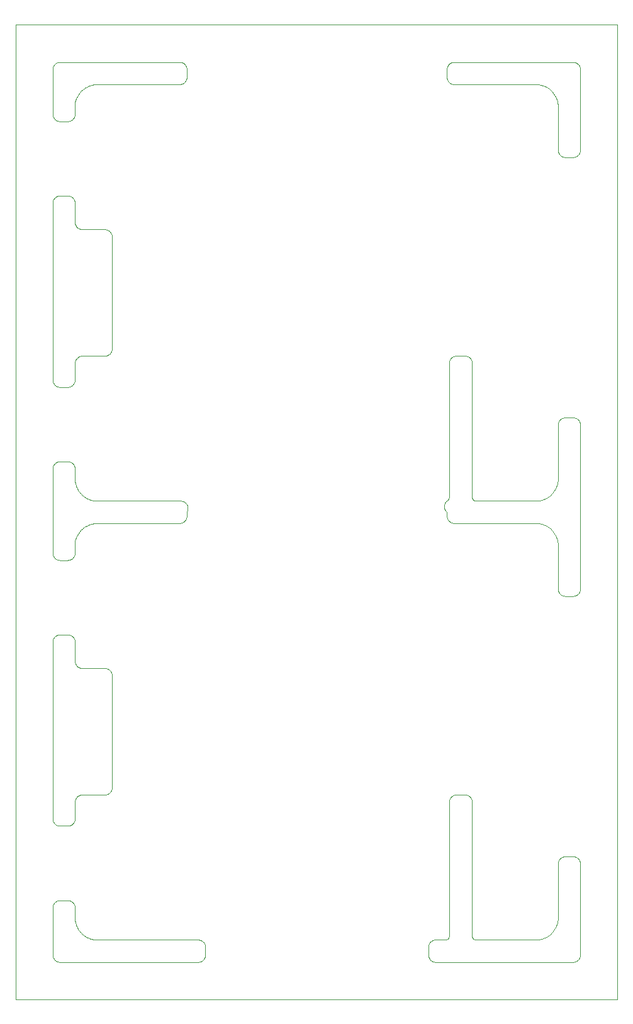
<source format=gbr>
%TF.GenerationSoftware,KiCad,Pcbnew,6.0.11+dfsg-1*%
%TF.CreationDate,2024-04-08T11:49:48+01:00*%
%TF.ProjectId,panel,70616e65-6c2e-46b6-9963-61645f706362,rev?*%
%TF.SameCoordinates,Original*%
%TF.FileFunction,Profile,NP*%
%FSLAX46Y46*%
G04 Gerber Fmt 4.6, Leading zero omitted, Abs format (unit mm)*
G04 Created by KiCad (PCBNEW 6.0.11+dfsg-1) date 2024-04-08 11:49:48*
%MOMM*%
%LPD*%
G01*
G04 APERTURE LIST*
%TA.AperFunction,Profile*%
%ADD10C,0.100000*%
%TD*%
G04 APERTURE END LIST*
D10*
X116233236Y-123858445D02*
X116217229Y-123878075D01*
X180999999Y-80993792D02*
X181000000Y-80993666D01*
X116000310Y-30500812D02*
X116000003Y-30512682D01*
X116002660Y-30487335D02*
X116002610Y-30487588D01*
X116860888Y-123509966D02*
X116836352Y-123513725D01*
X180963170Y-81466753D02*
X180963211Y-81466503D01*
X177993555Y-142999997D02*
X177993684Y-142999996D01*
X178739863Y-142907034D02*
X178763892Y-142900812D01*
X181400259Y-72994826D02*
X181439987Y-72966847D01*
X120805699Y-47908217D02*
X120805839Y-47908408D01*
X179309899Y-142698594D02*
X179332185Y-142687662D01*
X179845937Y-83364479D02*
X179846136Y-83364321D01*
X113892963Y-32970229D02*
X113844737Y-32964281D01*
X166942963Y-86995229D02*
X166894737Y-86989281D01*
X181702619Y-131842631D02*
X181749450Y-131829671D01*
X179053680Y-87191442D02*
X179053443Y-87191351D01*
X116548603Y-64607946D02*
X116548377Y-64608060D01*
X169489679Y-83690654D02*
X169489751Y-83690836D01*
X180940824Y-81591425D02*
X180963170Y-81466753D01*
X188999583Y-20007387D02*
X188999440Y-20006917D01*
X118364315Y-87067288D02*
X118364064Y-87067344D01*
X181439987Y-37633152D02*
X181400259Y-37605173D01*
X120076026Y-64496783D02*
X120075790Y-64496801D01*
X166489987Y-27833152D02*
X166450259Y-27805173D01*
X116339227Y-123749734D02*
X116320433Y-123766714D01*
X113796861Y-42994025D02*
X113844737Y-42985718D01*
X181000000Y-36809877D02*
X181000000Y-31006333D01*
X118699463Y-28015148D02*
X118699206Y-28015171D01*
X179846136Y-83364321D02*
X179944299Y-83284280D01*
X130974637Y-86388855D02*
X130954946Y-86433278D01*
X180966970Y-140441967D02*
X180967005Y-140441716D01*
X116000000Y-46493792D02*
X116000158Y-46506205D01*
X108000201Y-20008344D02*
X108000129Y-20008830D01*
X130108576Y-25001195D02*
X130157036Y-25004770D01*
X133224841Y-143256474D02*
X133260033Y-143289980D01*
X120507030Y-123361555D02*
X120462953Y-123386020D01*
X183203138Y-72819025D02*
X183250549Y-72829671D01*
X180379825Y-82826106D02*
X180454792Y-82724015D01*
X166894737Y-25010718D02*
X166942963Y-25004770D01*
X116525703Y-47380091D02*
X116525926Y-47380212D01*
X116651282Y-29104704D02*
X116569781Y-29207532D01*
X116233674Y-88766216D02*
X116233567Y-88766450D01*
X116942313Y-142182698D02*
X116942499Y-142182871D01*
X130392546Y-84018620D02*
X130439459Y-84029034D01*
X108001122Y-150994487D02*
X108001353Y-150994920D01*
X117487741Y-28401656D02*
X117375225Y-28469156D01*
X115833152Y-102414987D02*
X115859148Y-102456039D01*
X116018282Y-124310922D02*
X116018235Y-124311171D01*
X165985196Y-142979963D02*
X166013185Y-142970867D01*
X118683928Y-83983007D02*
X118684179Y-83983036D01*
X113029671Y-145250595D02*
X113019025Y-145203184D01*
X169656086Y-142900523D02*
X169656510Y-142900831D01*
X120996801Y-122575790D02*
X120996783Y-122576026D01*
X113749450Y-25029671D02*
X113796861Y-25019025D01*
X120991683Y-48373819D02*
X120996783Y-48423973D01*
X169862369Y-83988289D02*
X169871619Y-83990066D01*
X115433278Y-91879946D02*
X115388855Y-91899637D01*
X169570338Y-142821044D02*
X169578491Y-142830589D01*
X169820928Y-83979143D02*
X169833134Y-83982073D01*
X117154062Y-83364479D02*
X117173690Y-83379672D01*
X116863576Y-28873686D02*
X116771942Y-28967596D01*
X117098682Y-87665539D02*
X117098482Y-87665701D01*
X177993666Y-28000000D02*
X167040122Y-28000000D01*
X113029671Y-67950549D02*
X113019025Y-67903138D01*
X169471049Y-83638315D02*
X169471120Y-83638567D01*
X116107946Y-65048603D02*
X116097014Y-65070888D01*
X130992125Y-27343519D02*
X130974637Y-27388855D01*
X183009877Y-25000000D02*
X183058576Y-25001195D01*
X117828696Y-83761572D02*
X117946319Y-83808557D01*
X178441967Y-87033029D02*
X178441716Y-87032994D01*
X120550215Y-106665361D02*
X120591591Y-106694160D01*
X116217072Y-106121725D02*
X116217229Y-106121924D01*
X116003539Y-81139536D02*
X116004796Y-81164326D01*
X120176479Y-106516021D02*
X120225860Y-106526169D01*
X120076026Y-106503216D02*
X120126180Y-106508316D01*
X166752619Y-25042631D02*
X166799450Y-25029671D01*
X115009877Y-137700000D02*
X115058576Y-137701195D01*
X116302256Y-106216011D02*
X116320247Y-106233113D01*
X116617408Y-106423657D02*
X116640930Y-106433052D01*
X166303010Y-142702996D02*
X166307814Y-142691398D01*
X189000000Y-20012272D02*
X188999996Y-20012027D01*
X116018235Y-105688828D02*
X116018282Y-105689077D01*
X183805173Y-25400259D02*
X183833152Y-25439987D01*
X117555322Y-142628905D02*
X117667588Y-142687548D01*
X116064273Y-81616236D02*
X116092904Y-81739617D01*
X180751584Y-88805421D02*
X180698702Y-88690328D01*
X169435796Y-65344569D02*
X169441752Y-65392788D01*
X120462742Y-47613869D02*
X120462953Y-47613979D01*
X166190468Y-83862151D02*
X166199573Y-83853510D01*
X116086228Y-105905635D02*
X116086331Y-105905867D01*
X169539909Y-142782252D02*
X169540021Y-142782413D01*
X131007368Y-27297380D02*
X130992125Y-27343519D01*
X178615988Y-83935780D02*
X178616236Y-83935726D01*
X180817353Y-88970071D02*
X180817268Y-88969833D01*
X113019025Y-32178138D02*
X113010718Y-32130262D01*
X180967005Y-81441716D02*
X180983007Y-81316071D01*
X179846136Y-28635678D02*
X179845937Y-28635520D01*
X165739843Y-84421969D02*
X165756404Y-84376149D01*
X116097014Y-105929111D02*
X116107946Y-105951396D01*
X113892963Y-42979770D02*
X113941423Y-42976195D01*
X116000000Y-65506333D02*
X116000000Y-67709877D01*
X178316071Y-28016992D02*
X178315820Y-28016963D01*
X130883152Y-86560012D02*
X130855173Y-86599740D01*
X118085491Y-28140649D02*
X118085245Y-28140724D01*
X131144736Y-84689301D02*
X131158217Y-84735426D01*
X120670257Y-123241695D02*
X120670081Y-123241854D01*
X115710033Y-102264966D02*
X115743539Y-102300158D01*
X166640570Y-123789887D02*
X166675761Y-123756390D01*
X116997489Y-87749867D02*
X116978544Y-87766498D01*
X130300549Y-25029671D02*
X130347380Y-25042631D01*
X183203138Y-37780974D02*
X183155262Y-37789281D01*
X116664682Y-47441849D02*
X116688649Y-47450041D01*
X180552359Y-88424025D02*
X180552228Y-88423808D01*
X116478223Y-29334980D02*
X116478077Y-29335192D01*
X183998804Y-73741423D02*
X184000000Y-73790122D01*
X116460458Y-64658327D02*
X116439309Y-64672265D01*
X113439987Y-102141847D02*
X113481039Y-102115851D01*
X169714368Y-142937267D02*
X169714541Y-142937359D01*
X116525926Y-106380212D02*
X116548377Y-106391939D01*
X169885064Y-142991697D02*
X169897509Y-142993336D01*
X116393342Y-88466969D02*
X116393207Y-88467188D01*
X163592631Y-145297426D02*
X163579671Y-145250595D01*
X165898111Y-85344137D02*
X165869111Y-85304987D01*
X169667073Y-142908086D02*
X169691756Y-142924114D01*
X178441967Y-142966970D02*
X178466503Y-142963211D01*
X117487741Y-87401656D02*
X117375225Y-87469156D01*
X131050474Y-85500730D02*
X131050377Y-85501212D01*
X178315820Y-142983036D02*
X178316071Y-142983007D01*
X120126415Y-64491653D02*
X120126180Y-64491683D01*
X113224721Y-32613047D02*
X113194826Y-32574740D01*
X180552228Y-141576191D02*
X180552359Y-141575974D01*
X163625362Y-143611190D02*
X163645053Y-143566767D01*
X131091111Y-84555603D02*
X131111143Y-84599284D01*
X180858399Y-81909836D02*
X180865830Y-81886152D01*
X113224721Y-25361952D02*
X113256460Y-25325158D01*
X119006432Y-87000000D02*
X119006304Y-87000000D01*
X116993668Y-123500160D02*
X116962015Y-123500962D01*
X180940824Y-30408574D02*
X180940776Y-30408325D01*
X180966970Y-89558032D02*
X180963211Y-89533496D01*
X116548603Y-47392053D02*
X116570888Y-47402985D01*
X169156507Y-64789900D02*
X169190012Y-64825084D01*
X120945984Y-63823221D02*
X120945907Y-63823446D01*
X116620327Y-141826309D02*
X116635520Y-141845937D01*
X169625391Y-142876091D02*
X169625592Y-142876259D01*
X116233567Y-29766450D02*
X116180917Y-29886633D01*
X116284165Y-64802075D02*
X116283988Y-64802256D01*
X179309899Y-28301405D02*
X179309671Y-28301297D01*
X115009877Y-91975000D02*
X113990122Y-91975000D01*
X116076342Y-46882591D02*
X116076439Y-46882825D01*
X115980974Y-102771861D02*
X115989281Y-102819737D01*
X116993794Y-64500158D02*
X116993668Y-64500160D01*
X181095053Y-132366721D02*
X181116900Y-132323318D01*
X116266714Y-47179566D02*
X116266886Y-47179752D01*
X115388855Y-127624637D02*
X115343519Y-127642125D01*
X183343519Y-145942171D02*
X183297380Y-145957414D01*
X116238524Y-141171537D02*
X116248312Y-141194347D01*
X181611144Y-72875362D02*
X181656480Y-72857874D01*
X113439987Y-91808152D02*
X113400259Y-91780173D01*
X165985008Y-142980022D02*
X165985196Y-142979963D01*
X179944299Y-87715719D02*
X179846136Y-87635678D01*
X113095053Y-68133278D02*
X113075362Y-68088855D01*
X116116332Y-30057473D02*
X116076309Y-30182429D01*
X115560012Y-137866847D02*
X115599740Y-137894826D01*
X180935726Y-140616236D02*
X180935780Y-140615988D01*
X181990122Y-131800000D02*
X183009877Y-131800000D01*
X188999702Y-150992182D02*
X188999798Y-150991701D01*
X130724841Y-86743539D02*
X130688047Y-86775278D01*
X183980974Y-145203184D02*
X183970328Y-145250595D01*
X116302256Y-123783988D02*
X116302075Y-123784165D01*
X116754456Y-87986463D02*
X116667774Y-88084962D01*
X120774841Y-47868352D02*
X120805699Y-47908217D01*
X188998394Y-20004704D02*
X188998121Y-20004296D01*
X120928398Y-63870720D02*
X120928310Y-63870940D01*
X113075362Y-68088855D02*
X113057874Y-68043519D01*
X180983036Y-140315820D02*
X180985547Y-140291125D01*
X116004168Y-65411463D02*
X116002245Y-65436719D01*
X179466603Y-83616738D02*
X179466823Y-83616613D01*
X166425951Y-124110989D02*
X166445647Y-124066576D01*
X169551526Y-142797818D02*
X169551648Y-142797972D01*
X113656480Y-91917125D02*
X113611144Y-91899637D01*
X183833152Y-145560058D02*
X183805173Y-145599786D01*
X113361952Y-127475278D02*
X113325158Y-127443539D01*
X180075677Y-87834402D02*
X180057686Y-87817301D01*
X179444677Y-28371094D02*
X179332411Y-28312451D01*
X180538961Y-88402530D02*
X180469261Y-88296773D01*
X183297380Y-145957414D02*
X183250549Y-145970374D01*
X116086228Y-46905635D02*
X116086331Y-46905867D01*
X167243502Y-123504768D02*
X167291955Y-123501195D01*
X117402743Y-142539098D02*
X117423808Y-142552228D01*
X131050000Y-86009877D02*
X131048804Y-86058576D01*
X183518960Y-145859194D02*
X183476681Y-145883145D01*
X169858711Y-142987524D02*
X169858969Y-142987568D01*
X116000160Y-140006331D02*
X116003529Y-140139283D01*
X179944493Y-142284117D02*
X179963327Y-142267949D01*
X115995229Y-102867963D02*
X115998804Y-102916423D01*
X116569624Y-29207736D02*
X116554479Y-29227888D01*
X169871619Y-83990066D02*
X169872006Y-83990132D01*
X166046712Y-85497597D02*
X166046348Y-85497267D01*
X120012601Y-106500319D02*
X120025443Y-106500644D01*
X116171205Y-88910453D02*
X116124807Y-89033185D01*
X120928398Y-122870720D02*
X120928310Y-122870940D01*
X180539098Y-141597256D02*
X180552228Y-141576191D01*
X166531039Y-25140851D02*
X166573318Y-25116900D01*
X113941423Y-42976195D02*
X113990122Y-42975000D01*
X169762020Y-142959323D02*
X169770699Y-142962984D01*
X180999839Y-30993668D02*
X180996470Y-30860716D01*
X181523318Y-72916900D02*
X181566721Y-72895053D01*
X117805652Y-83751687D02*
X117828462Y-83761475D01*
X183343519Y-131857874D02*
X183388855Y-131875362D01*
X117625973Y-28327373D02*
X117510133Y-28388995D01*
X116158190Y-64960671D02*
X116145060Y-64981736D01*
X113000000Y-102965122D02*
X113000000Y-102965122D01*
X116000390Y-89499780D02*
X116000337Y-89500295D01*
X130610012Y-86833152D02*
X130568960Y-86859148D01*
X181140851Y-132281039D02*
X181166847Y-132239987D01*
X166411952Y-86775278D02*
X166375158Y-86743539D01*
X116570888Y-123597014D02*
X116548603Y-123607946D01*
X120706795Y-64206963D02*
X120670257Y-64241695D01*
X116064219Y-81615988D02*
X116064273Y-81616236D01*
X166049669Y-85503130D02*
X166049573Y-85502648D01*
X183476681Y-96683099D02*
X183433278Y-96704946D01*
X117970071Y-83817353D02*
X118089923Y-83858320D01*
X166345764Y-142513015D02*
X166345775Y-142512755D01*
X118993697Y-87000163D02*
X118993569Y-87000165D01*
X116013766Y-124336102D02*
X116013725Y-124336352D01*
X180628785Y-88555099D02*
X180616738Y-88533396D01*
X120417482Y-47591668D02*
X120462742Y-47613869D01*
X120225860Y-64473830D02*
X120176479Y-64483978D01*
X169897947Y-83993532D02*
X169907341Y-83994209D01*
X166411952Y-27775278D02*
X166375158Y-27743539D01*
X120670257Y-64241695D02*
X120670081Y-64241854D01*
X116249567Y-106160582D02*
X116249734Y-106160772D01*
X133409148Y-143481053D02*
X133433099Y-143523332D01*
X116002229Y-46563028D02*
X116002245Y-46563280D01*
X116283988Y-123802256D02*
X116266886Y-123820247D01*
X115674841Y-91718539D02*
X115638047Y-91750278D01*
X131176073Y-85164158D02*
X131166475Y-85211244D01*
X116860888Y-64509966D02*
X116836352Y-64513725D01*
X116058235Y-105835556D02*
X116066856Y-105858833D01*
X183942125Y-73456480D02*
X183957368Y-73502619D01*
X115743539Y-91649841D02*
X115710033Y-91685033D01*
X116530880Y-82703436D02*
X116545060Y-82723809D01*
X113000000Y-43965122D02*
X113000000Y-43965122D01*
X166047700Y-85498687D02*
X166047389Y-85498307D01*
X116463847Y-88356312D02*
X116393342Y-88466969D01*
X118236107Y-87097521D02*
X118211728Y-87103936D01*
X115599740Y-102169826D02*
X115638047Y-102199721D01*
X117118457Y-28649904D02*
X117098682Y-28665539D01*
X116712816Y-106457624D02*
X116737167Y-106464592D01*
X116049958Y-105811350D02*
X116058150Y-105835317D01*
X120908331Y-48082517D02*
X120908430Y-48082732D01*
X166344209Y-142542658D02*
X166344221Y-142542462D01*
X113116900Y-138223318D02*
X113140851Y-138181039D01*
X180808648Y-88946556D02*
X180808557Y-88946319D01*
X169449952Y-142490056D02*
X169450121Y-142502835D01*
X164031039Y-145859194D02*
X163989987Y-145833198D01*
X166145053Y-27433278D02*
X166125362Y-27388855D01*
X113057874Y-127043519D02*
X113042631Y-126997380D01*
X178441716Y-28032994D02*
X178316071Y-28016992D01*
X169416829Y-124249296D02*
X169427482Y-124296700D01*
X120631831Y-123274691D02*
X120631647Y-123274841D01*
X180616738Y-82466603D02*
X180628785Y-82444900D01*
X115388855Y-78775362D02*
X115433278Y-78795053D01*
X116029059Y-105738312D02*
X116029119Y-105738558D01*
X116761441Y-47470880D02*
X116761687Y-47470940D01*
X180900812Y-89236107D02*
X180900746Y-89235862D01*
X130526681Y-86883099D02*
X130483278Y-86904946D01*
X116761441Y-123529119D02*
X116737412Y-123535341D01*
X130883152Y-25439987D02*
X130909148Y-25481039D01*
X166279292Y-142749610D02*
X166285281Y-142738578D01*
X166321728Y-142654637D02*
X166321854Y-142654265D01*
X118364315Y-28067288D02*
X118364064Y-28067344D01*
X169937297Y-83995777D02*
X169962720Y-83996449D01*
X113566721Y-145904992D02*
X113523318Y-145883145D01*
X164491423Y-145998850D02*
X164442963Y-145995275D01*
X180999839Y-140006331D02*
X180999841Y-140006205D01*
X117296563Y-142469119D02*
X117296773Y-142469261D01*
X179194578Y-28248415D02*
X179194347Y-28248312D01*
X121000000Y-63487394D02*
X120999680Y-63512601D01*
X169689005Y-83922328D02*
X169711659Y-83935406D01*
X169783010Y-83967198D02*
X169783258Y-83967282D01*
X117791416Y-28250004D02*
X117791179Y-28250104D01*
X118211728Y-28103936D02*
X118211480Y-28104005D01*
X116554327Y-29228096D02*
X116478223Y-29334980D01*
X130855173Y-86599740D02*
X130825278Y-86638047D01*
X169190012Y-123825084D02*
X169221750Y-123861870D01*
X116439309Y-47327734D02*
X116460458Y-47341672D01*
X163744826Y-145599786D02*
X163716847Y-145560058D01*
X116249567Y-123839417D02*
X116233398Y-123858251D01*
X180900812Y-30236107D02*
X180900746Y-30235862D01*
X166661144Y-25075362D02*
X166706480Y-25057874D01*
X116049958Y-124188649D02*
X116049879Y-124188890D01*
X180182871Y-83057500D02*
X180267781Y-82963517D01*
X113702619Y-127657368D02*
X113656480Y-127642125D01*
X117375007Y-28469291D02*
X117353730Y-28482811D01*
X113256460Y-138025158D02*
X113289966Y-137989966D01*
X115388855Y-32899637D02*
X115343519Y-32917125D01*
X116006731Y-65386264D02*
X116006702Y-65386516D01*
X166331451Y-142619811D02*
X166338250Y-142587822D01*
X133454946Y-143566735D02*
X133474638Y-143611158D01*
X115674841Y-78956460D02*
X115710033Y-78989966D01*
X169449952Y-83490056D02*
X169450121Y-83502835D01*
X179030166Y-83817268D02*
X179053443Y-83808648D01*
X115560012Y-78866847D02*
X115599740Y-78894826D01*
X178291125Y-83985547D02*
X178315820Y-83983036D01*
X118408574Y-83940824D02*
X118533246Y-83963170D01*
X181361952Y-132024721D02*
X181400259Y-131994826D01*
X113656480Y-78757874D02*
X113702619Y-78742631D01*
X116460901Y-82597256D02*
X116461038Y-82597469D01*
X165940709Y-142990647D02*
X165940902Y-142990615D01*
X116066947Y-105859069D02*
X116076342Y-105882591D01*
X181001195Y-132741423D02*
X181004770Y-132692963D01*
X116009931Y-105638860D02*
X116009966Y-105639111D01*
X183883099Y-37276681D02*
X183859148Y-37318960D01*
X116924322Y-142165597D02*
X116942313Y-142182698D01*
X113095053Y-91408278D02*
X113075362Y-91363855D01*
X166351731Y-65441206D02*
X166355315Y-65392754D01*
X180999841Y-81006205D02*
X180999999Y-80993792D01*
X180900746Y-89235862D02*
X180865902Y-89114090D01*
X116076439Y-65117174D02*
X116076342Y-65117408D01*
X120774841Y-64131647D02*
X120774691Y-64131831D01*
X108007387Y-20000416D02*
X108006917Y-20000559D01*
X181566721Y-37704946D02*
X181523318Y-37683099D01*
X120961140Y-63774893D02*
X120961075Y-63775121D01*
X166051195Y-25941423D02*
X166054770Y-25892963D01*
X116315363Y-29603150D02*
X116315239Y-29603375D01*
X116018282Y-46689077D02*
X116023279Y-46713391D01*
X166161096Y-83888158D02*
X166170640Y-83880005D01*
X130059877Y-28000000D02*
X119006432Y-28000000D01*
X163690851Y-143481085D02*
X163716847Y-143440032D01*
X116000000Y-65506207D02*
X116000000Y-65506333D01*
X180865902Y-140885909D02*
X180900746Y-140764137D01*
X116000000Y-90984877D02*
X115998804Y-91033576D01*
X120991683Y-107373819D02*
X120996783Y-107423973D01*
X188996097Y-20002170D02*
X188995703Y-20001878D01*
X164394738Y-143010763D02*
X164442964Y-143004815D01*
X120417267Y-47591569D02*
X120417482Y-47591668D01*
X116383261Y-82466603D02*
X116383386Y-82466823D01*
X169833134Y-83982073D02*
X169833389Y-83982131D01*
X120507235Y-64361435D02*
X120507030Y-64361555D01*
X178164579Y-83995187D02*
X178290873Y-83985569D01*
X166126712Y-83913587D02*
X166150520Y-83896287D01*
X188996477Y-150997563D02*
X188996840Y-150997234D01*
X116116414Y-30057229D02*
X116116332Y-30057473D01*
X115058576Y-78701195D02*
X115107036Y-78704770D01*
X113400259Y-102169826D02*
X113439987Y-102141847D01*
X180935780Y-30384011D02*
X180935726Y-30383763D01*
X120076026Y-123496783D02*
X120075790Y-123496801D01*
X117375225Y-28469156D02*
X117375007Y-28469291D01*
X116004191Y-124411211D02*
X116004168Y-124411463D01*
X181166847Y-37360012D02*
X181140851Y-37318960D01*
X116201726Y-123898105D02*
X116186734Y-123918520D01*
X113001195Y-32033576D02*
X113000000Y-31984877D01*
X116339417Y-123749567D02*
X116339227Y-123749734D01*
X116099187Y-140763892D02*
X116099253Y-140764137D01*
X120226091Y-64473776D02*
X120225860Y-64473830D01*
X188992136Y-20000297D02*
X188991655Y-20000201D01*
X179963517Y-87732218D02*
X179963327Y-87732050D01*
X166339966Y-27710033D02*
X166306460Y-27674841D01*
X181140851Y-37318960D02*
X181116900Y-37276681D01*
X116201878Y-47102097D02*
X116217072Y-47121725D01*
X167340647Y-123500000D02*
X168456417Y-123500000D01*
X115833152Y-68260012D02*
X115805173Y-68299740D01*
X120631831Y-47725308D02*
X120670081Y-47758145D01*
X113481039Y-145859194D02*
X113439987Y-145833198D01*
X180996460Y-81139536D02*
X180996470Y-81139283D01*
X183009877Y-146000046D02*
X164540122Y-146000046D01*
X130205262Y-27989281D02*
X130157036Y-27995229D01*
X116861139Y-47490068D02*
X116886264Y-47493268D01*
X130347380Y-86957368D02*
X130300549Y-86970328D01*
X180687662Y-88667814D02*
X180687548Y-88667588D01*
X117936804Y-87191630D02*
X117913213Y-87200516D01*
X169714541Y-142937359D02*
X169722906Y-142941690D01*
X166171044Y-142879661D02*
X166180589Y-142871508D01*
X180284280Y-82944299D02*
X180364321Y-82846136D01*
X180284117Y-141944493D02*
X180284280Y-141944299D01*
X120550017Y-47665230D02*
X120550215Y-47665361D01*
X179944493Y-87715882D02*
X179944299Y-87715719D01*
X183980974Y-37003138D02*
X183970328Y-37050549D01*
X169872006Y-83990132D02*
X169881318Y-83991545D01*
X115710033Y-137989966D02*
X115743539Y-138025158D01*
X181481039Y-72940851D02*
X181523318Y-72916900D01*
X167040122Y-25000000D02*
X183009877Y-25000000D01*
X181749450Y-37770328D02*
X181702619Y-37757368D01*
X178763892Y-83900812D02*
X178764137Y-83900746D01*
X116962015Y-106499037D02*
X116993668Y-106499839D01*
X116997489Y-28749867D02*
X116978544Y-28766498D01*
X117648755Y-28315992D02*
X117626201Y-28327255D01*
X116000003Y-89512682D02*
X116000000Y-89512941D01*
X180751687Y-88805652D02*
X180751584Y-88805421D01*
X180469261Y-29296773D02*
X180469119Y-29296563D01*
X115674841Y-102231460D02*
X115710033Y-102264966D01*
X183924637Y-145388901D02*
X183904946Y-145433324D01*
X116023333Y-124286360D02*
X116023279Y-124286608D01*
X113941423Y-145998850D02*
X113892963Y-145995275D01*
X166342450Y-83561804D02*
X166343496Y-83552443D01*
X181224721Y-73161952D02*
X181256460Y-73125158D01*
X113256460Y-91649841D02*
X113224721Y-91613047D01*
X169646127Y-142892882D02*
X169656086Y-142900523D01*
X180267781Y-141963517D02*
X180267949Y-141963327D01*
X120886020Y-107037046D02*
X120886130Y-107037257D01*
X113400259Y-25194826D02*
X113439987Y-25166847D01*
X117912974Y-87200610D02*
X117791416Y-87250004D01*
X120973776Y-122726091D02*
X120961140Y-122774893D01*
X168697061Y-64529664D02*
X168743887Y-64542621D01*
X180817353Y-29970071D02*
X180817268Y-29969833D01*
X116076342Y-124117408D02*
X116066947Y-124140930D01*
X116667607Y-29085158D02*
X116651445Y-29104505D01*
X117423808Y-83552228D02*
X117424025Y-83552359D01*
X115970328Y-32225549D02*
X115957368Y-32272380D01*
X166126697Y-142913907D02*
X166126860Y-142913797D01*
X178315820Y-83983036D02*
X178316071Y-83983007D01*
X180284117Y-88055506D02*
X180267949Y-88036672D01*
X179703436Y-87530880D02*
X179703226Y-87530738D01*
X113004770Y-145107082D02*
X113001195Y-145058622D01*
X181481039Y-37659148D02*
X181439987Y-37633152D01*
X108000000Y-150987773D02*
X108000003Y-150988018D01*
X116504000Y-123631954D02*
X116503780Y-123632080D01*
X113116900Y-25523318D02*
X113140851Y-25481039D01*
X116002660Y-89487335D02*
X116002610Y-89487588D01*
X116000000Y-79690122D02*
X116000000Y-80993666D01*
X180761572Y-141171303D02*
X180808557Y-141053680D01*
X180963211Y-140466503D02*
X180966970Y-140441967D01*
X188987727Y-20000000D02*
X108012272Y-20000000D01*
X166060718Y-25844737D02*
X166069025Y-25796861D01*
X116993794Y-47499841D02*
X117006207Y-47499999D01*
X166329173Y-83629556D02*
X166329269Y-83629175D01*
X120706963Y-106793204D02*
X120741695Y-106829742D01*
X180469119Y-29296563D02*
X180454939Y-29276190D01*
X113166847Y-43414987D02*
X113194826Y-43375259D01*
X180865902Y-89114090D02*
X180865830Y-89113847D01*
X179826309Y-83379672D02*
X179845937Y-83364479D01*
X164206480Y-145942171D02*
X164161144Y-145924683D01*
X169449951Y-142489926D02*
X169449952Y-142490056D01*
X169493299Y-83699561D02*
X169493454Y-83699922D01*
X115859148Y-91493960D02*
X115833152Y-91535012D01*
X115998804Y-32033576D02*
X115995229Y-32082036D01*
X113140851Y-102456039D02*
X113166847Y-102414987D01*
X130649740Y-25194826D02*
X130688047Y-25224721D01*
X165844509Y-84202647D02*
X165871733Y-84162242D01*
X116036788Y-81466503D02*
X116036829Y-81466753D01*
X166607065Y-64825070D02*
X166640570Y-64789887D01*
X169846368Y-142985236D02*
X169858711Y-142987524D01*
X118060983Y-87148466D02*
X117937046Y-87191542D01*
X166150730Y-83896130D02*
X166160689Y-83888488D01*
X180687548Y-88667588D02*
X180628905Y-88555322D01*
X166369588Y-65296668D02*
X166380243Y-65249266D01*
X116664443Y-47441764D02*
X116664682Y-47441849D01*
X120226091Y-123473776D02*
X120225860Y-123473830D01*
X116911211Y-47495808D02*
X116911463Y-47495831D01*
X120991683Y-63626180D02*
X120991653Y-63626415D01*
X169459136Y-83590945D02*
X169461035Y-83600170D01*
X166324763Y-83645101D02*
X166326622Y-83638827D01*
X116092904Y-140739617D02*
X116092965Y-140739863D01*
X120591782Y-106694300D02*
X120631647Y-106725158D01*
X120886130Y-107037257D02*
X120908331Y-107082517D01*
X169587483Y-142840083D02*
X169587665Y-142840270D01*
X169587848Y-83840468D02*
X169596489Y-83849573D01*
X178910076Y-87141679D02*
X178909836Y-87141600D01*
X115957368Y-32272380D02*
X115942125Y-32318519D01*
X115942125Y-79356480D02*
X115957368Y-79402619D01*
X116119787Y-46974073D02*
X116119908Y-46974296D01*
X115883099Y-43498318D02*
X115904946Y-43541721D01*
X164073318Y-145883145D02*
X164031039Y-145859194D01*
X120973830Y-48274139D02*
X120983978Y-48323520D01*
X113140851Y-138181039D02*
X113166847Y-138139987D01*
X178006313Y-142999839D02*
X178006442Y-142999836D01*
X130974637Y-25611144D02*
X130992125Y-25656480D01*
X131030974Y-25796861D02*
X131039281Y-25844737D01*
X166285827Y-83738276D02*
X166297470Y-83715423D01*
X166054770Y-25892963D02*
X166060718Y-25844737D01*
X116014452Y-140291125D02*
X116016963Y-140315820D01*
X116911463Y-106495831D02*
X116936719Y-106497754D01*
X116119908Y-65025703D02*
X116119787Y-65025926D01*
X116116332Y-89057473D02*
X116076309Y-89182429D01*
X169450389Y-83512998D02*
X169450822Y-83522407D01*
X166790582Y-64666800D02*
X166831631Y-64640811D01*
X116141679Y-81910076D02*
X116182646Y-82029928D01*
X180687548Y-29667588D02*
X180628905Y-29555322D01*
X179194347Y-142751687D02*
X179194578Y-142751584D01*
X116029119Y-46738558D02*
X116035341Y-46762587D01*
X116924322Y-83165597D02*
X116942313Y-83182698D01*
X180075858Y-28834579D02*
X180075677Y-28834402D01*
X180075677Y-142165597D02*
X180075858Y-142165420D01*
X120706963Y-64206795D02*
X120706795Y-64206963D01*
X116418520Y-47313265D02*
X116418726Y-47313412D01*
X118408574Y-142940824D02*
X118533246Y-142963170D01*
X181001195Y-73741423D02*
X181004770Y-73692963D01*
X113796861Y-32955974D02*
X113749450Y-32945328D01*
X183710033Y-132089966D02*
X183743539Y-132125158D01*
X116460671Y-64658190D02*
X116460458Y-64658327D01*
X178886152Y-87134169D02*
X178885909Y-87134097D01*
X116076439Y-105882825D02*
X116086228Y-105905635D01*
X180999839Y-89993668D02*
X180996470Y-89860716D01*
X113004770Y-91082036D02*
X113001195Y-91033576D01*
X181400259Y-96605173D02*
X181361952Y-96575278D01*
X178316071Y-83983007D02*
X178441716Y-83967005D01*
X181000000Y-139993666D02*
X181000000Y-132790122D01*
X118835420Y-83995187D02*
X118835673Y-83995203D01*
X130201393Y-84000011D02*
X130249555Y-84001180D01*
X164206480Y-143057919D02*
X164252619Y-143042677D01*
X116000160Y-65493668D02*
X116000158Y-65493794D01*
X116617408Y-123576342D02*
X116617174Y-123576439D01*
X116144929Y-64981953D02*
X116132080Y-65003780D01*
X131050377Y-85501212D02*
X131050305Y-85501699D01*
X169700258Y-142929394D02*
X169708446Y-142934049D01*
X178910076Y-83858320D02*
X179029928Y-83817353D01*
X183560012Y-37633152D02*
X183518960Y-37659148D01*
X115805173Y-127299740D02*
X115775278Y-127338047D01*
X169897556Y-83993496D02*
X169897947Y-83993532D01*
X169456280Y-83574444D02*
X169456336Y-83574832D01*
X108000416Y-150992658D02*
X108000559Y-150993128D01*
X179963327Y-83267949D02*
X179963517Y-83267781D01*
X108000057Y-20009809D02*
X108000003Y-20012027D01*
X116186587Y-64918726D02*
X116172407Y-64939099D01*
X115560012Y-91808152D02*
X115518960Y-91834148D01*
X118674130Y-87017761D02*
X118673875Y-87017791D01*
X183883099Y-73323318D02*
X183904946Y-73366721D01*
X115009877Y-42975000D02*
X115058576Y-42976195D01*
X115995229Y-138592963D02*
X115998804Y-138641423D01*
X116029674Y-30358750D02*
X116029618Y-30359001D01*
X116737412Y-47464658D02*
X116761441Y-47470880D01*
X116201726Y-64898105D02*
X116186734Y-64918520D01*
X108003522Y-150997563D02*
X108003902Y-150997875D01*
X108003159Y-150997234D02*
X108003522Y-150997563D01*
X120908430Y-48082732D02*
X120928310Y-48129059D01*
X181702619Y-37757368D02*
X181656480Y-37742125D01*
X118993794Y-142999841D02*
X119006207Y-142999999D01*
X113439987Y-127533152D02*
X113400259Y-127505173D01*
X115998804Y-79641423D02*
X116000000Y-79690122D01*
X133293539Y-143325172D02*
X133325278Y-143361966D01*
X133492125Y-145343565D02*
X133474637Y-145388901D01*
X117006207Y-64500000D02*
X116993794Y-64500158D01*
X115805173Y-43375259D02*
X115833152Y-43414987D01*
X116018282Y-65310922D02*
X116018235Y-65311171D01*
X166531039Y-86859148D02*
X166489987Y-86833152D01*
X166351731Y-124441206D02*
X166355315Y-124392754D01*
X130483278Y-86904946D02*
X130438855Y-86924637D01*
X116303373Y-88625617D02*
X116303255Y-88625846D01*
X181844737Y-96789281D02*
X181796861Y-96780974D01*
X120996783Y-107423973D02*
X120996801Y-107424209D01*
X180616613Y-141466823D02*
X180616738Y-141466603D01*
X166326622Y-83638827D02*
X166326676Y-83638638D01*
X188992612Y-150999629D02*
X188993082Y-150999486D01*
X166140069Y-142904491D02*
X166140383Y-142904256D01*
X169461035Y-142600170D02*
X169461121Y-142600553D01*
X113000000Y-79690122D02*
X113000000Y-79690122D01*
X117805652Y-142751687D02*
X117828462Y-142761475D01*
X183970328Y-73549450D02*
X183980974Y-73596861D01*
X116664443Y-123558235D02*
X116641166Y-123566856D01*
X116993668Y-47499839D02*
X116993794Y-47499841D01*
X188992136Y-150999748D02*
X188992612Y-150999629D01*
X163554770Y-145107082D02*
X163551195Y-145058622D01*
X116548603Y-123607946D02*
X116548377Y-123608060D01*
X181140851Y-96318960D02*
X181116900Y-96276681D01*
X117791416Y-87250004D02*
X117791179Y-87250104D01*
X180761475Y-29828462D02*
X180751687Y-29805652D01*
X181194826Y-96399740D02*
X181166847Y-96360012D01*
X183904946Y-73366721D02*
X183924637Y-73411144D01*
X131188365Y-85068866D02*
X131183376Y-85116661D01*
X113941423Y-127698804D02*
X113892963Y-127695229D01*
X166338250Y-142587822D02*
X166338289Y-142587630D01*
X116817301Y-83057686D02*
X116834402Y-83075677D01*
X116141600Y-140909836D02*
X116141679Y-140910076D01*
X120834769Y-123050017D02*
X120834638Y-123050215D01*
X116186734Y-47081479D02*
X116201726Y-47101894D01*
X116571117Y-47403093D02*
X116594132Y-47413668D01*
X117244408Y-87556296D02*
X117223855Y-87570893D01*
X188999798Y-20008344D02*
X188999702Y-20007863D01*
X115989281Y-138544737D02*
X115995229Y-138592963D01*
X130439459Y-84029034D02*
X130485811Y-84041713D01*
X183805173Y-96399740D02*
X183775278Y-96438047D01*
X133548804Y-143941436D02*
X133550000Y-143990136D01*
X166675761Y-123756390D02*
X166712553Y-123724659D01*
X178164326Y-83995203D02*
X178164579Y-83995187D01*
X131045229Y-86107036D02*
X131039281Y-86155262D01*
X116009966Y-65360888D02*
X116009931Y-65361139D01*
X188990681Y-150999964D02*
X188991169Y-150999916D01*
X180379825Y-141826106D02*
X180454792Y-141724015D01*
X180858399Y-89090163D02*
X180858320Y-89089923D01*
X120370720Y-123428398D02*
X120323446Y-123445907D01*
X116481953Y-47355070D02*
X116503780Y-47367919D01*
X183599740Y-37605173D02*
X183560012Y-37633152D01*
X166607065Y-123825070D02*
X166640570Y-123789887D01*
X181361952Y-37575278D02*
X181325158Y-37543539D01*
X116092965Y-81739863D02*
X116099187Y-81763892D01*
X183155262Y-145989327D02*
X183107036Y-145995275D01*
X113000000Y-126709877D02*
X113000000Y-102965122D01*
X166132413Y-142909978D02*
X166140069Y-142904491D01*
X166051195Y-27058576D02*
X166050000Y-27009877D01*
X166491451Y-123980913D02*
X166517450Y-123939870D01*
X113656480Y-68642125D02*
X113611144Y-68624637D01*
X178164579Y-28004812D02*
X178164326Y-28004796D01*
X116358251Y-47266601D02*
X116358445Y-47266763D01*
X179846136Y-142364321D02*
X179944299Y-142284280D01*
X115833152Y-91535012D02*
X115805173Y-91574740D01*
X169635747Y-83884918D02*
X169645706Y-83892559D01*
X116191442Y-82053680D02*
X116238427Y-82171303D01*
X115433278Y-102070053D02*
X115476681Y-102091900D01*
X180940824Y-140591425D02*
X180963170Y-140466753D01*
X120370940Y-64428310D02*
X120370720Y-64428398D01*
X169536092Y-142776697D02*
X169536202Y-142776860D01*
X116834579Y-83075858D02*
X116924141Y-83165420D01*
X178164579Y-87004812D02*
X178164326Y-87004796D01*
X113010718Y-102819737D02*
X113019025Y-102771861D01*
X180552228Y-29423808D02*
X180539098Y-29402743D01*
X116301297Y-82309671D02*
X116301405Y-82309899D01*
X130249555Y-84001180D02*
X130297482Y-84004676D01*
X120176246Y-106515979D02*
X120176479Y-106516021D01*
X183998804Y-95858576D02*
X183995229Y-95907036D01*
X130688047Y-27775278D02*
X130649740Y-27805173D01*
X131050737Y-85499782D02*
X131050593Y-85500253D01*
X179944299Y-142284280D02*
X179944493Y-142284117D01*
X166069025Y-25796861D02*
X166079671Y-25749450D01*
X113010718Y-43819737D02*
X113019025Y-43771861D01*
X120834769Y-64050017D02*
X120834638Y-64050215D01*
X188999996Y-20012027D02*
X188999942Y-20009809D01*
X115710033Y-78989966D02*
X115743539Y-79025158D01*
X183155262Y-72810718D02*
X183203138Y-72819025D01*
X116911463Y-64504168D02*
X116911211Y-64504191D01*
X183638047Y-132024721D02*
X183674841Y-132056460D01*
X165859542Y-142999359D02*
X165885640Y-142997989D01*
X115155262Y-78710718D02*
X115203138Y-78719025D01*
X183388855Y-96724637D02*
X183343519Y-96742125D01*
X131030974Y-27203138D02*
X131020328Y-27250549D01*
X116339227Y-106250265D02*
X116339417Y-106250432D01*
X180687662Y-141332185D02*
X180698594Y-141309899D01*
X130253138Y-86980974D02*
X130205262Y-86989281D01*
X178466503Y-142963211D02*
X178466753Y-142963170D01*
X113224721Y-127338047D02*
X113194826Y-127299740D01*
X115904946Y-32408278D02*
X115883099Y-32451681D01*
X130347380Y-25042631D02*
X130393519Y-25057874D01*
X179444677Y-87371094D02*
X179332411Y-87312451D01*
X115155262Y-137710718D02*
X115203138Y-137719025D01*
X179597256Y-87460901D02*
X179576191Y-87447771D01*
X166846861Y-86980974D02*
X166799450Y-86970328D01*
X117006207Y-123500000D02*
X116993794Y-123500158D01*
X180057500Y-142182871D02*
X180057686Y-142182698D01*
X178139283Y-28003529D02*
X178006331Y-28000160D01*
X166324706Y-142645288D02*
X166324763Y-142645101D01*
X108006002Y-20000912D02*
X108005558Y-20001122D01*
X169451649Y-83532183D02*
X169451667Y-83532379D01*
X169667079Y-83908090D02*
X169667292Y-83908241D01*
X180900812Y-81763892D02*
X180907034Y-81739863D01*
X178315820Y-28016963D02*
X178291125Y-28014452D01*
X113611144Y-145924683D02*
X113566721Y-145904992D01*
X113400259Y-91780173D02*
X113361952Y-91750278D01*
X116191442Y-141053680D02*
X116238427Y-141171303D01*
X118684179Y-83983036D02*
X118708874Y-83985547D01*
X120075790Y-106503198D02*
X120076026Y-106503216D01*
X131085015Y-85436686D02*
X131062242Y-85479140D01*
X179575974Y-142552359D02*
X179576191Y-142552228D01*
X108000003Y-150988018D02*
X108000057Y-150990236D01*
X116320433Y-106233285D02*
X116339227Y-106250265D01*
X169504550Y-83723181D02*
X169504733Y-83723528D01*
X165950560Y-142988882D02*
X165959759Y-142986862D01*
X183058576Y-131801195D02*
X183107036Y-131804770D01*
X116667774Y-88084962D02*
X116667607Y-88085158D01*
X180983036Y-30684179D02*
X180983007Y-30683928D01*
X116000972Y-46538238D02*
X116002229Y-46563028D01*
X169121316Y-123756401D02*
X169156507Y-123789900D01*
X113325158Y-43231460D02*
X113361952Y-43199721D01*
X115009877Y-32975000D02*
X113990122Y-32975000D01*
X113140851Y-43456039D02*
X113166847Y-43414987D01*
X116058235Y-65164443D02*
X116058150Y-65164682D01*
X165817060Y-85222646D02*
X165794135Y-85179655D01*
X131020328Y-86250549D02*
X131007368Y-86297380D01*
X113481039Y-91834148D02*
X113439987Y-91808152D01*
X116186587Y-47081273D02*
X116186734Y-47081479D01*
X116393207Y-88467188D02*
X116380212Y-88488790D01*
X113001195Y-126758576D02*
X113000000Y-126709877D01*
X116180817Y-29886870D02*
X116171299Y-29910213D01*
X131050903Y-85499319D02*
X131050737Y-85499782D01*
X116099253Y-140764137D02*
X116134097Y-140885909D01*
X116594132Y-64586331D02*
X116571117Y-64596906D01*
X166297278Y-142715039D02*
X166297394Y-142714804D01*
X169615845Y-142867939D02*
X169625391Y-142876091D01*
X116096906Y-105928882D02*
X116097014Y-105929111D01*
X180907034Y-89260136D02*
X180900812Y-89236107D01*
X163774722Y-143361997D02*
X163806460Y-143325204D01*
X179826309Y-87620327D02*
X179826106Y-87620174D01*
X169046219Y-64694781D02*
X169084523Y-64724669D01*
X113001195Y-43916423D02*
X113004770Y-43867963D01*
X130483278Y-25095053D02*
X130526681Y-25116900D01*
X116439099Y-64672407D02*
X116418726Y-64686587D01*
X181656480Y-131857874D02*
X181702619Y-131842631D01*
X164491424Y-143001241D02*
X164540123Y-143000045D01*
X116688649Y-64549958D02*
X116664682Y-64558150D01*
X116886264Y-106493268D02*
X116886516Y-106493297D01*
X113439987Y-145833198D02*
X113400259Y-145805219D01*
X179309671Y-83698702D02*
X179309899Y-83698594D01*
X178739617Y-83907095D02*
X178739863Y-83907034D01*
X115942125Y-91318519D02*
X115924637Y-91363855D01*
X169551648Y-142797972D02*
X169570171Y-142820843D01*
X120075790Y-64496801D02*
X120025443Y-64499355D01*
X181256460Y-96474841D02*
X181224721Y-96438047D01*
X180817268Y-82030166D02*
X180817353Y-82029928D01*
X113140851Y-25481039D02*
X113166847Y-25439987D01*
X166150520Y-83896287D02*
X166150730Y-83896130D01*
X116233674Y-29766216D02*
X116233567Y-29766450D01*
X169450389Y-142512998D02*
X169450822Y-142522407D01*
X116834579Y-142075858D02*
X116924141Y-142165420D01*
X166166900Y-86476681D02*
X166145053Y-86433278D01*
X120886130Y-63962742D02*
X120886020Y-63962953D01*
X188999440Y-150993128D02*
X188999583Y-150992658D01*
X183833152Y-37360012D02*
X183805173Y-37399740D01*
X116217229Y-64878075D02*
X116217072Y-64878274D01*
X116004191Y-105588788D02*
X116006702Y-105613483D01*
X180999839Y-81006331D02*
X180999841Y-81006205D01*
X120417482Y-106591668D02*
X120462742Y-106613869D01*
X116817301Y-142057686D02*
X116834402Y-142075677D01*
X119006207Y-83999999D02*
X119006333Y-84000000D01*
X113010718Y-32130262D02*
X113004770Y-32082036D01*
X180538961Y-82597469D02*
X180539098Y-82597256D01*
X169221750Y-123861870D02*
X169251646Y-123900169D01*
X164299450Y-145970374D02*
X164252619Y-145957414D01*
X113566721Y-127604946D02*
X113523318Y-127583099D01*
X113656480Y-102032874D02*
X113702619Y-102017631D01*
X169937038Y-142995767D02*
X169937297Y-142995777D01*
X115957368Y-102677619D02*
X115970328Y-102724450D01*
X113892963Y-91970229D02*
X113844737Y-91964281D01*
X113796861Y-91955974D02*
X113749450Y-91945328D01*
X116201726Y-47101894D02*
X116201878Y-47102097D01*
X116460671Y-123658190D02*
X116460458Y-123658327D01*
X120741695Y-106829742D02*
X120741854Y-106829918D01*
X118860716Y-142996470D02*
X118993668Y-142999839D01*
X169569994Y-83820640D02*
X169570166Y-83820837D01*
X113019025Y-102771861D02*
X113029671Y-102724450D01*
X183203138Y-25019025D02*
X183250549Y-25029671D01*
X132753138Y-145981020D02*
X132705262Y-145989327D01*
X118364064Y-28067344D02*
X118236357Y-28097459D01*
X115250549Y-43004671D02*
X115297380Y-43017631D01*
X108006455Y-20000724D02*
X108006002Y-20000912D01*
X133383152Y-145560058D02*
X133355173Y-145599786D01*
X166272332Y-142760988D02*
X166272472Y-142760766D01*
X169371123Y-124111014D02*
X169388616Y-124156342D01*
X180469261Y-141703226D02*
X180538961Y-141597469D01*
X165819305Y-84244343D02*
X165844509Y-84202647D01*
X181749450Y-72829671D02*
X181796861Y-72819025D01*
X181702619Y-96757368D02*
X181656480Y-96742125D01*
X113001195Y-91033576D02*
X113000000Y-90984877D01*
X116145060Y-106018263D02*
X116158190Y-106039328D01*
X117913213Y-87200516D02*
X117912974Y-87200610D01*
X116810922Y-123518282D02*
X116786608Y-123523279D01*
X116911211Y-64504191D02*
X116886516Y-64506702D01*
X116863758Y-87873504D02*
X116863576Y-87873686D01*
X181042631Y-96097380D02*
X181029671Y-96050549D01*
X183155262Y-96789281D02*
X183107036Y-96795229D01*
X116108060Y-124048377D02*
X116107946Y-124048603D01*
X166073521Y-142945102D02*
X166084553Y-142939112D01*
X130568960Y-25140851D02*
X130610012Y-25166847D01*
X116667774Y-29084962D02*
X116667607Y-29085158D01*
X169451649Y-142532183D02*
X169451667Y-142532379D01*
X169479130Y-142663178D02*
X169489679Y-142690654D01*
X166298994Y-83712236D02*
X166299077Y-83712058D01*
X180985547Y-140291125D02*
X180985569Y-140290873D01*
X169461035Y-83600170D02*
X169461121Y-83600553D01*
X115995229Y-32082036D02*
X115989281Y-32130262D01*
X169403863Y-124202473D02*
X169416829Y-124249296D01*
X113075362Y-91363855D02*
X113057874Y-91318519D01*
X180940824Y-89408574D02*
X180940776Y-89408325D01*
X165703160Y-84902930D02*
X165696103Y-84854723D01*
X116786608Y-47476720D02*
X116810922Y-47481717D01*
X165712581Y-84950732D02*
X165703160Y-84902930D01*
X166048749Y-85500343D02*
X166048517Y-85499910D01*
X116688649Y-106450041D02*
X116688890Y-106450120D01*
X130992125Y-25656480D02*
X131007368Y-25702619D01*
X116398105Y-123701726D02*
X116397902Y-123701878D01*
X113796861Y-101994025D02*
X113844737Y-101985718D01*
X118060983Y-28148466D02*
X117937046Y-28191542D01*
X120225860Y-47526169D02*
X120226091Y-47526223D01*
X116836102Y-106486233D02*
X116836352Y-106486274D01*
X115743539Y-79025158D02*
X115775278Y-79061952D01*
X179597256Y-28460901D02*
X179576191Y-28447771D01*
X117276190Y-83454939D02*
X117296563Y-83469119D01*
X113361952Y-68475278D02*
X113325158Y-68443539D01*
X166110268Y-142924267D02*
X166110437Y-142924167D01*
X120670081Y-47758145D02*
X120670257Y-47758304D01*
X120945984Y-107176778D02*
X120961075Y-107224878D01*
X116761687Y-123529059D02*
X116761441Y-123529119D01*
X166341545Y-83568681D02*
X166341572Y-83568486D01*
X113116900Y-68176681D02*
X113095053Y-68133278D01*
X116836352Y-64513725D02*
X116836102Y-64513766D01*
X118558032Y-83966970D02*
X118558283Y-83967005D01*
X116460458Y-47341672D02*
X116460671Y-47341809D01*
X113481039Y-68559148D02*
X113439987Y-68533152D01*
X117423808Y-142552228D02*
X117424025Y-142552359D01*
X116023333Y-105713639D02*
X116029059Y-105738312D01*
X116249734Y-47160772D02*
X116266714Y-47179566D01*
X166046348Y-85497267D02*
X166032343Y-85485186D01*
X113566721Y-25095053D02*
X113611144Y-25075362D01*
X116158327Y-106039541D02*
X116172265Y-106060690D01*
X108006455Y-150999321D02*
X108006917Y-150999486D01*
X117153863Y-83364321D02*
X117154062Y-83364479D01*
X116548377Y-123608060D02*
X116525926Y-123619787D01*
X116000972Y-65461761D02*
X116000962Y-65462015D01*
X116000000Y-30512941D02*
X116000000Y-31984877D01*
X166297470Y-83715423D02*
X166297586Y-83715189D01*
X117353730Y-87482811D02*
X117353514Y-87482952D01*
X116069164Y-89206873D02*
X116069095Y-89207121D01*
X169279627Y-123939889D02*
X169305625Y-123980934D01*
X179944493Y-83284117D02*
X179963327Y-83267949D01*
X120507235Y-106638564D02*
X120550017Y-106665230D01*
X116961761Y-64500972D02*
X116936971Y-64502229D01*
X169457905Y-142584319D02*
X169459098Y-142590752D01*
X169723258Y-142941863D02*
X169731785Y-142945862D01*
X181000000Y-90006333D02*
X180999999Y-90006207D01*
X179309899Y-83698594D02*
X179332185Y-83687662D01*
X169536202Y-142776860D02*
X169539909Y-142782252D01*
X166306460Y-25325158D02*
X166339966Y-25289966D01*
X130883152Y-27560012D02*
X130855173Y-27599740D01*
X180628905Y-88555322D02*
X180628785Y-88555099D01*
X131158217Y-84735426D02*
X131169443Y-84782151D01*
X181481039Y-131940851D02*
X181523318Y-131916900D01*
X120834769Y-47949982D02*
X120861435Y-47992764D01*
X165833333Y-143000046D02*
X165833595Y-143000043D01*
X113224721Y-145638093D02*
X113194826Y-145599786D01*
X179963327Y-28732050D02*
X179944493Y-28715882D01*
X118518585Y-87038538D02*
X118518332Y-87038581D01*
X166408458Y-124156315D02*
X166425951Y-124110989D01*
X181749450Y-131829671D02*
X181796861Y-131819025D01*
X113325158Y-68443539D02*
X113289966Y-68410033D01*
X179444677Y-83628905D02*
X179444900Y-83628785D01*
X169881513Y-83991572D02*
X169888000Y-83992426D01*
X180267781Y-88036482D02*
X180182871Y-87942499D01*
X113256460Y-43300158D02*
X113289966Y-43264966D01*
X167007051Y-64557857D02*
X167053184Y-64542619D01*
X183433278Y-72895053D02*
X183476681Y-72916900D01*
X116635520Y-82845937D02*
X116635678Y-82846136D01*
X116320433Y-64766714D02*
X116320247Y-64766886D01*
X115250549Y-102004671D02*
X115297380Y-102017631D01*
X116962015Y-47499037D02*
X116993668Y-47499839D01*
X113194826Y-145599786D02*
X113166847Y-145560058D01*
X116570888Y-64597014D02*
X116548603Y-64607946D01*
X166049454Y-85502172D02*
X166049312Y-85501702D01*
X169606163Y-142858766D02*
X169606350Y-142858949D01*
X181019025Y-73596861D02*
X181029671Y-73549450D01*
X169435796Y-124344569D02*
X169441752Y-124392788D01*
X166545431Y-64900152D02*
X166575327Y-64861855D01*
X113116900Y-79223318D02*
X113140851Y-79181039D01*
X180364321Y-88153863D02*
X180284280Y-88055700D01*
X120886020Y-122962953D02*
X120861555Y-123007030D01*
X116936971Y-123502229D02*
X116936719Y-123502245D01*
X120274893Y-47538859D02*
X120275121Y-47538924D01*
X166343532Y-142552052D02*
X166344209Y-142542658D01*
X120706963Y-47793204D02*
X120741695Y-47829742D01*
X113095053Y-145433324D02*
X113075362Y-145388901D01*
X132847380Y-145957414D02*
X132800549Y-145970374D01*
X117296563Y-83469119D02*
X117296773Y-83469261D01*
X118993569Y-87000165D02*
X118855971Y-87003706D01*
X116418726Y-64686587D02*
X116418520Y-64686734D01*
X120323221Y-47554015D02*
X120323446Y-47554092D01*
X179332185Y-142687662D02*
X179332411Y-142687548D01*
X166338289Y-142587630D02*
X166340066Y-142578380D01*
X120176479Y-64483978D02*
X120176246Y-64484020D01*
X116886516Y-106493297D02*
X116911211Y-106495808D01*
X117768076Y-87260192D02*
X117767842Y-87260298D01*
X117098482Y-28665701D02*
X116997684Y-28749699D01*
X166050000Y-85512295D02*
X166049996Y-85512050D01*
X166037351Y-142961599D02*
X166037592Y-142961496D01*
X120417267Y-106591569D02*
X120417482Y-106591668D01*
X116418726Y-123686587D02*
X116418520Y-123686734D01*
X180983036Y-89684179D02*
X180983007Y-89683928D01*
X115638047Y-127475278D02*
X115599740Y-127505173D01*
X163625362Y-145388901D02*
X163607874Y-145343565D01*
X113140851Y-127218960D02*
X113116900Y-127176681D01*
X180996460Y-89860463D02*
X180995203Y-89835673D01*
X166425951Y-65110989D02*
X166445647Y-65066576D01*
X166307814Y-142691398D02*
X166307911Y-142691155D01*
X116571117Y-106403093D02*
X116594132Y-106413668D01*
X113075362Y-145388901D02*
X113057874Y-145343565D01*
X116371214Y-141444900D02*
X116383261Y-141466603D01*
X115989281Y-91130262D02*
X115980974Y-91178138D01*
X180284280Y-29055700D02*
X180284117Y-29055506D01*
X113702619Y-78742631D02*
X113749450Y-78729671D01*
X181796861Y-37780974D02*
X181749450Y-37770328D01*
X166092631Y-86297380D02*
X166079671Y-86250549D01*
X113796861Y-78719025D02*
X113844737Y-78710718D01*
X165898936Y-142996931D02*
X165911382Y-142995291D01*
X108002811Y-20003159D02*
X108002482Y-20003522D01*
X120176246Y-64484020D02*
X120126415Y-64491653D01*
X116032994Y-140441716D02*
X116033029Y-140441967D01*
X183107036Y-145995275D02*
X183058576Y-145998850D01*
X163579672Y-143749495D02*
X163592632Y-143702664D01*
X166318526Y-142663495D02*
X166321728Y-142654637D01*
X117970071Y-142817353D02*
X118089923Y-142858320D01*
X166126860Y-142913797D02*
X166132252Y-142910090D01*
X180963170Y-30533246D02*
X180940824Y-30408574D01*
X116248312Y-82194347D02*
X116248415Y-82194578D01*
X116301405Y-82309899D02*
X116312337Y-82332185D01*
X113844737Y-78710718D02*
X113892963Y-78704770D01*
X108002482Y-20003522D02*
X108002170Y-20003902D01*
X120025443Y-47500644D02*
X120075790Y-47503198D01*
X108005558Y-20001122D02*
X108005125Y-20001353D01*
X183775278Y-145638093D02*
X183743539Y-145674887D01*
X116371214Y-82444900D02*
X116383261Y-82466603D01*
X118533496Y-83963211D02*
X118558032Y-83966970D01*
X116002245Y-105563280D02*
X116004168Y-105588536D01*
X116461038Y-141597469D02*
X116530738Y-141703226D01*
X113400259Y-145805219D02*
X113361952Y-145775324D01*
X118114090Y-142865902D02*
X118235862Y-142900746D01*
X183980974Y-132596861D02*
X183989281Y-132644737D01*
X115743539Y-127374841D02*
X115710033Y-127410033D01*
X120462742Y-64386130D02*
X120417482Y-64408331D01*
X113029671Y-138449450D02*
X113042631Y-138402619D01*
X181289966Y-96510033D02*
X181256460Y-96474841D01*
X178591674Y-142940776D02*
X178615988Y-142935780D01*
X180182698Y-142057686D02*
X180182871Y-142057500D01*
X178615988Y-28064219D02*
X178591674Y-28059223D01*
X180469119Y-82703436D02*
X180469261Y-82703226D01*
X180995187Y-140164579D02*
X180995203Y-140164326D01*
X120996783Y-63576026D02*
X120991683Y-63626180D01*
X116013725Y-65336352D02*
X116009966Y-65360888D01*
X118384011Y-83935780D02*
X118408325Y-83940776D01*
X179846136Y-87635678D02*
X179845937Y-87635520D01*
X120462953Y-123386020D02*
X120462742Y-123386130D01*
X166145053Y-86433278D02*
X166125362Y-86388855D01*
X120984020Y-63676246D02*
X120983978Y-63676479D01*
X180687548Y-141332411D02*
X180687662Y-141332185D01*
X179703436Y-83469119D02*
X179723809Y-83454939D01*
X115560012Y-127533152D02*
X115518960Y-127559148D01*
X166047389Y-85498307D02*
X166047059Y-85497944D01*
X115775278Y-91613047D02*
X115743539Y-91649841D01*
X113095053Y-127133278D02*
X113075362Y-127088855D01*
X113941423Y-78701195D02*
X113990122Y-78700000D01*
X166324763Y-142645101D02*
X166326622Y-142638827D01*
X183970328Y-25749450D02*
X183980974Y-25796861D01*
X180983007Y-89683928D02*
X180967005Y-89558283D01*
X166302798Y-142703474D02*
X166303010Y-142702996D01*
X180552359Y-29424025D02*
X180552228Y-29423808D01*
X166226259Y-142824407D02*
X166242720Y-142804078D01*
X179826106Y-83379825D02*
X179826309Y-83379672D01*
X120973776Y-48273908D02*
X120973830Y-48274139D01*
X116942499Y-142182871D02*
X117036482Y-142267781D01*
X181029671Y-73549450D02*
X181042631Y-73502619D01*
X120670257Y-106758304D02*
X120706795Y-106793036D01*
X166575327Y-123861855D02*
X166607065Y-123825070D01*
X116571117Y-123596906D02*
X116570888Y-123597014D01*
X116320247Y-123766886D02*
X116302256Y-123783988D01*
X188999087Y-150994043D02*
X188999275Y-150993590D01*
X166049996Y-85512050D02*
X166049813Y-85504594D01*
X179845937Y-28635520D02*
X179826309Y-28620327D01*
X116000962Y-46537984D02*
X116000972Y-46538238D01*
X169450847Y-83522798D02*
X169451649Y-83532183D01*
X120973830Y-63725860D02*
X120973776Y-63726091D01*
X117946556Y-83808648D02*
X117969833Y-83817268D01*
X116182731Y-141030166D02*
X116191351Y-141053443D01*
X167243502Y-64504768D02*
X167291955Y-64501195D01*
X116302075Y-106215834D02*
X116302256Y-106216011D01*
X116569624Y-88207736D02*
X116554479Y-88227888D01*
X169450847Y-142522798D02*
X169451649Y-142532183D01*
X169833389Y-83982131D02*
X169862177Y-83988250D01*
X113566721Y-32879946D02*
X113523318Y-32858099D01*
X116002245Y-46563280D02*
X116004168Y-46588536D01*
X179944493Y-28715882D02*
X179944299Y-28715719D01*
X131051302Y-85498420D02*
X131051091Y-85498864D01*
X118993697Y-28000163D02*
X118993569Y-28000165D01*
X116811171Y-64518235D02*
X116810922Y-64518282D01*
X166799450Y-86970328D02*
X166752619Y-86957368D01*
X180858399Y-30090163D02*
X180858320Y-30089923D01*
X120861435Y-47992764D02*
X120861555Y-47992969D01*
X117828696Y-142761572D02*
X117946319Y-142808557D01*
X117791179Y-28250104D02*
X117768076Y-28260192D01*
X118061228Y-28148385D02*
X118060983Y-28148466D01*
X116786360Y-64523333D02*
X116761687Y-64529059D01*
X169780063Y-142966514D02*
X169786231Y-142968699D01*
X180182871Y-87942499D02*
X180182698Y-87942313D01*
X116911211Y-123504191D02*
X116886516Y-123506702D01*
X116962015Y-123500962D02*
X116961761Y-123500972D01*
X132705262Y-145989327D02*
X132657036Y-145995275D01*
X168790021Y-64557860D02*
X168835351Y-64575344D01*
X115009877Y-127700000D02*
X113990122Y-127700000D01*
X180995203Y-140164326D02*
X180996460Y-140139536D01*
X133507368Y-145297426D02*
X133492125Y-145343565D01*
X118673875Y-87017791D02*
X118543750Y-87034625D01*
X133149740Y-145805219D02*
X133110012Y-145833198D01*
X169587665Y-142840270D02*
X169606163Y-142858766D01*
X169455088Y-142564903D02*
X169455111Y-142565098D01*
X188991169Y-20000129D02*
X188990681Y-20000081D01*
X179466823Y-83616613D02*
X179575974Y-83552359D01*
X116004168Y-124411463D02*
X116002245Y-124436719D01*
X166345764Y-83513015D02*
X166345775Y-83512755D01*
X178466753Y-83963170D02*
X178591425Y-83940824D01*
X169450121Y-142502835D02*
X169450124Y-142502965D01*
X131169443Y-84782151D02*
X131178390Y-84829366D01*
X115203138Y-68680974D02*
X115155262Y-68689281D01*
X166125362Y-86388855D02*
X166107874Y-86343519D01*
X130933099Y-25523318D02*
X130954946Y-25566721D01*
X180865830Y-140886152D02*
X180865902Y-140885909D01*
X169605965Y-83858584D02*
X169606158Y-83858761D01*
X117223647Y-28571045D02*
X117118661Y-28649747D01*
X120176479Y-47516021D02*
X120225860Y-47526169D01*
X130253138Y-27980974D02*
X130205262Y-27989281D01*
X116761687Y-47470940D02*
X116786360Y-47476666D01*
X183970328Y-145250595D02*
X183957368Y-145297426D01*
X113116900Y-32451681D02*
X113095053Y-32408278D01*
X179826309Y-142379672D02*
X179845937Y-142364479D01*
X179575974Y-87447640D02*
X179466823Y-87383386D01*
X113000000Y-102965122D02*
X113001195Y-102916423D01*
X116936971Y-47497770D02*
X116961761Y-47499027D01*
X116000962Y-65462015D02*
X116000160Y-65493668D01*
X166329269Y-83629175D02*
X166331408Y-83620003D01*
X115924637Y-43586144D02*
X115942125Y-43631480D01*
X180698702Y-29690328D02*
X180698594Y-29690100D01*
X183388855Y-72875362D02*
X183433278Y-72895053D01*
X183775278Y-73161952D02*
X183805173Y-73200259D01*
X115107036Y-91970229D02*
X115058576Y-91973804D01*
X180940776Y-89408325D02*
X180935780Y-89384011D01*
X116249567Y-47160582D02*
X116249734Y-47160772D01*
X120973776Y-107273908D02*
X120973830Y-107274139D01*
X115560012Y-102141847D02*
X115599740Y-102169826D01*
X113256460Y-79025158D02*
X113289966Y-78989966D01*
X116076233Y-30182675D02*
X116069164Y-30206873D01*
X116786360Y-47476666D02*
X116786608Y-47476720D01*
X116737167Y-123535407D02*
X116712816Y-123542375D01*
X116076439Y-46882825D02*
X116086228Y-46905635D01*
X166331451Y-83619811D02*
X166338250Y-83587822D01*
X181439987Y-131966847D02*
X181481039Y-131940851D01*
X115980974Y-67903138D02*
X115970328Y-67950549D01*
X166306460Y-27674841D02*
X166274721Y-27638047D01*
X116771942Y-28967596D02*
X116771765Y-28967782D01*
X181194826Y-132200259D02*
X181224721Y-132161952D01*
X183250549Y-72829671D02*
X183297380Y-72842631D01*
X169474686Y-142650602D02*
X169474848Y-142651100D01*
X169459136Y-142590945D02*
X169461035Y-142600170D01*
X115989281Y-32130262D02*
X115980974Y-32178138D01*
X116545207Y-141724015D02*
X116620174Y-141826106D01*
X113749450Y-68670328D02*
X113702619Y-68657368D01*
X117487964Y-87401527D02*
X117487741Y-87401656D01*
X113095053Y-32408278D02*
X113075362Y-32363855D01*
X117648986Y-87315880D02*
X117648755Y-87315992D01*
X116108060Y-46951622D02*
X116119787Y-46974073D01*
X166147972Y-142898351D02*
X166170843Y-142879828D01*
X183518960Y-72940851D02*
X183560012Y-72966847D01*
X180963211Y-30533496D02*
X180963170Y-30533246D01*
X116786360Y-123523333D02*
X116761687Y-123529059D01*
X183883099Y-145476727D02*
X183859148Y-145519006D01*
X116548603Y-106392053D02*
X116570888Y-106402985D01*
X166032343Y-85485186D02*
X166032343Y-85485186D01*
X116651282Y-88104704D02*
X116569781Y-88207532D01*
X116936971Y-106497770D02*
X116961761Y-106499027D01*
X169962979Y-83996452D02*
X177993555Y-83999997D01*
X183942125Y-96143519D02*
X183924637Y-96188855D01*
X169606158Y-83858761D02*
X169625597Y-83876263D01*
X108001878Y-20004296D02*
X108001605Y-20004704D01*
X120012601Y-47500319D02*
X120025443Y-47500644D01*
X130438855Y-27924637D02*
X130393519Y-27942125D01*
X183560012Y-72966847D02*
X183599740Y-72994826D01*
X179597469Y-28461038D02*
X179597256Y-28460901D01*
X115775278Y-43336952D02*
X115805173Y-43375259D01*
X120774691Y-47868168D02*
X120774841Y-47868352D01*
X116191351Y-82053443D02*
X116191442Y-82053680D01*
X120928398Y-107129279D02*
X120945907Y-107176553D01*
X116302075Y-123784165D02*
X116284165Y-123802075D01*
X169820422Y-83979008D02*
X169820928Y-83979143D01*
X188997829Y-150996143D02*
X188998121Y-150995749D01*
X115476681Y-78816900D02*
X115518960Y-78840851D01*
X116004168Y-105588536D02*
X116004191Y-105588788D01*
X131191361Y-84972832D02*
X131191029Y-85020885D01*
X116962015Y-64500962D02*
X116961761Y-64500972D01*
X178290873Y-142985569D02*
X178291125Y-142985547D01*
X113042631Y-138402619D02*
X113057874Y-138356480D01*
X181224721Y-37438047D02*
X181194826Y-37399740D01*
X181166847Y-132239987D02*
X181194826Y-132200259D01*
X116834402Y-142075677D02*
X116834579Y-142075858D01*
X116712816Y-123542375D02*
X116712573Y-123542448D01*
X169538185Y-83779145D02*
X169538336Y-83779359D01*
X179845937Y-87635520D02*
X179826309Y-87620327D01*
X180454939Y-88276190D02*
X180454792Y-88275984D01*
X180907034Y-30260136D02*
X180900812Y-30236107D01*
X113042631Y-79402619D02*
X113057874Y-79356480D01*
X115297380Y-91932368D02*
X115250549Y-91945328D01*
X166712553Y-64724659D02*
X166750857Y-64694772D01*
X120550215Y-123334638D02*
X120550017Y-123334769D01*
X116018235Y-65311171D02*
X116013766Y-65336102D01*
X180057686Y-142182698D02*
X180075677Y-142165597D01*
X116315363Y-88603150D02*
X116315239Y-88603375D01*
X178290873Y-28014430D02*
X178164579Y-28004812D01*
X116358251Y-106266601D02*
X116358445Y-106266763D01*
X115518960Y-78840851D02*
X115560012Y-78866847D01*
X165959951Y-142986818D02*
X165966313Y-142985290D01*
X118085491Y-87140649D02*
X118085245Y-87140724D01*
X116132080Y-46996219D02*
X116144929Y-47018046D01*
X113042631Y-126997380D02*
X113029671Y-126950549D01*
X181990122Y-72800000D02*
X183009877Y-72800000D01*
X113057874Y-145343565D02*
X113042631Y-145297426D01*
X188993082Y-20000559D02*
X188992612Y-20000416D01*
X166060718Y-86155262D02*
X166054770Y-86107036D01*
X130825278Y-25361952D02*
X130855173Y-25400259D01*
X166125362Y-27388855D02*
X166107874Y-27343519D01*
X178885909Y-28134097D02*
X178764137Y-28099253D01*
X181057874Y-132456480D02*
X181075362Y-132411144D01*
X116266886Y-123820247D02*
X116266714Y-123820433D01*
X163579671Y-145250595D02*
X163569025Y-145203184D01*
X113566721Y-91879946D02*
X113523318Y-91858099D01*
X115775278Y-138061952D02*
X115805173Y-138100259D01*
X113019025Y-138496861D02*
X113029671Y-138449450D01*
X163950259Y-145805219D02*
X163911952Y-145775324D01*
X166170837Y-83879833D02*
X166190275Y-83862329D01*
X116439099Y-47327592D02*
X116439309Y-47327734D01*
X181116900Y-96276681D02*
X181095053Y-96233278D01*
X183942125Y-145343565D02*
X183924637Y-145388901D01*
X169461121Y-83600553D02*
X169463381Y-83609697D01*
X166170843Y-142879828D02*
X166171044Y-142879661D01*
X116086331Y-65094132D02*
X116086228Y-65094364D01*
X116018235Y-124311171D02*
X116013766Y-124336102D01*
X180628785Y-82444900D02*
X180628905Y-82444677D01*
X133188047Y-145775324D02*
X133149740Y-145805219D01*
X178909836Y-87141600D02*
X178886152Y-87134169D01*
X116418726Y-106313412D02*
X116439099Y-106327592D01*
X168743887Y-64542621D02*
X168790021Y-64557860D01*
X183674841Y-37543539D02*
X183638047Y-37575278D01*
X169888000Y-83992426D02*
X169888195Y-83992450D01*
X116009931Y-124361139D02*
X116006731Y-124386264D01*
X169403863Y-65202473D02*
X169416829Y-65249296D01*
X116504000Y-106368045D02*
X116525703Y-106380091D01*
X183904946Y-132366721D02*
X183924637Y-132411144D01*
X113289966Y-78989966D02*
X113325158Y-78956460D01*
X183388855Y-37724637D02*
X183343519Y-37742125D01*
X183743539Y-132125158D02*
X183775278Y-132161952D01*
X116248415Y-141194578D02*
X116301297Y-141309671D01*
X180616613Y-82466823D02*
X180616738Y-82466603D01*
X117006207Y-106499999D02*
X117006333Y-106500000D01*
X183203138Y-131819025D02*
X183250549Y-131829671D01*
X169708617Y-142934145D02*
X169714368Y-142937267D01*
X179053443Y-142808648D02*
X179053680Y-142808557D01*
X116667607Y-88085158D02*
X116651445Y-88104505D01*
X116463847Y-29356312D02*
X116393342Y-29466969D01*
X113004770Y-25892963D02*
X113010718Y-25844737D01*
X113075362Y-138311144D02*
X113095053Y-138266721D01*
X116571117Y-64596906D02*
X116570888Y-64597014D01*
X184000000Y-145009923D02*
X183998804Y-145058622D01*
X120225860Y-106526169D02*
X120226091Y-106526223D01*
X116014430Y-140290873D02*
X116014452Y-140291125D01*
X115250549Y-78729671D02*
X115297380Y-78742631D01*
X180907095Y-89260382D02*
X180907034Y-89260136D01*
X116447771Y-82576191D02*
X116460901Y-82597256D01*
X120591782Y-64305699D02*
X120591591Y-64305839D01*
X115107036Y-137704770D02*
X115155262Y-137710718D01*
X116378075Y-123717229D02*
X116358445Y-123733236D01*
X169455088Y-83564903D02*
X169455111Y-83565098D01*
X180865902Y-81885909D02*
X180900746Y-81764137D01*
X180687662Y-29667814D02*
X180687548Y-29667588D01*
X120126180Y-64491683D02*
X120076026Y-64496783D01*
X115980974Y-126903138D02*
X115970328Y-126950549D01*
X115674841Y-127443539D02*
X115638047Y-127475278D01*
X116180917Y-88886633D02*
X116180817Y-88886870D01*
X116460458Y-123658327D02*
X116439309Y-123672265D01*
X115297380Y-43017631D02*
X115343519Y-43032874D01*
X115107036Y-101979770D02*
X115155262Y-101985718D01*
X113194826Y-91574740D02*
X113166847Y-91535012D01*
X180454792Y-141724015D02*
X180454939Y-141723809D01*
X115203138Y-91955974D02*
X115155262Y-91964281D01*
X117353514Y-87482952D02*
X117244619Y-87556150D01*
X116097014Y-65070888D02*
X116096906Y-65071117D01*
X117690328Y-83698702D02*
X117805421Y-83751584D01*
X130785634Y-84190700D02*
X130823733Y-84219987D01*
X116283988Y-47197743D02*
X116284165Y-47197924D01*
X183433278Y-25095053D02*
X183476681Y-25116900D01*
X180165420Y-28924141D02*
X180075858Y-28834579D01*
X188993544Y-20000724D02*
X188993082Y-20000559D01*
X183058576Y-25001195D02*
X183107036Y-25004770D01*
X179444900Y-87371214D02*
X179444677Y-87371094D01*
X115883099Y-102498318D02*
X115904946Y-102541721D01*
X167040122Y-28000000D02*
X166991423Y-27998804D01*
X178290873Y-83985569D02*
X178291125Y-83985547D01*
X116641166Y-106433143D02*
X116664443Y-106441764D01*
X188999918Y-150990727D02*
X188999942Y-150990236D01*
X169897509Y-142993336D02*
X169898030Y-142993391D01*
X166242882Y-142803872D02*
X166250523Y-142793913D01*
X115970328Y-138449450D02*
X115980974Y-138496861D01*
X120999355Y-63525443D02*
X120996801Y-63575790D01*
X181000000Y-95809877D02*
X181000000Y-90006333D01*
X108001353Y-20005125D02*
X108001122Y-20005558D01*
X183775278Y-132161952D02*
X183805173Y-132200259D01*
X120996783Y-122576026D02*
X120991683Y-122626180D01*
X130345184Y-84010494D02*
X130392546Y-84018620D01*
X116283988Y-106197743D02*
X116284165Y-106197924D01*
X180364321Y-29153863D02*
X180284280Y-29055700D01*
X120550215Y-47665361D02*
X120591591Y-47694160D01*
X166208584Y-83844034D02*
X166208761Y-83843841D01*
X116863758Y-28873504D02*
X116863576Y-28873686D01*
X116732050Y-82963327D02*
X116732218Y-82963517D01*
X117767842Y-28260298D02*
X117648986Y-28315880D01*
X113004770Y-67807036D02*
X113001195Y-67758576D01*
X120805699Y-64091782D02*
X120774841Y-64131647D01*
X116049958Y-46811350D02*
X116058150Y-46835317D01*
X116569781Y-29207532D02*
X116569624Y-29207736D01*
X113566721Y-43070053D02*
X113611144Y-43050362D01*
X180963211Y-89533496D02*
X180963170Y-89533246D01*
X130610012Y-25166847D02*
X130649740Y-25194826D01*
X166531039Y-27859148D02*
X166489987Y-27833152D01*
X113361952Y-137924721D02*
X113400259Y-137894826D01*
X183599740Y-145805219D02*
X183560012Y-145833198D01*
X116688890Y-123549879D02*
X116688649Y-123549958D01*
X117969833Y-142817268D02*
X117970071Y-142817353D01*
X116312337Y-82332185D02*
X116312451Y-82332411D01*
X108009809Y-20000057D02*
X108009809Y-20000057D01*
X115833152Y-138139987D02*
X115859148Y-138181039D01*
X166489987Y-25166847D02*
X166531039Y-25140851D01*
X183924637Y-73411144D02*
X183942125Y-73456480D01*
X117767842Y-87260298D02*
X117648986Y-87315880D01*
X113990122Y-146000046D02*
X113941423Y-145998850D01*
X180983007Y-81316071D02*
X180983036Y-81315820D01*
X169808136Y-83975365D02*
X169808386Y-83975443D01*
X116393207Y-29467188D02*
X116380212Y-29488790D01*
X183250549Y-131829671D02*
X183297380Y-131842631D01*
X180999841Y-30993794D02*
X180999839Y-30993668D01*
X116383261Y-141466603D02*
X116383386Y-141466823D01*
X117118661Y-87649747D02*
X117118457Y-87649904D01*
X180057686Y-83182698D02*
X180075677Y-83165597D01*
X117648755Y-87315992D02*
X117626201Y-87327255D01*
X181481039Y-96659148D02*
X181439987Y-96633152D01*
X180858320Y-140910076D02*
X180858399Y-140909836D01*
X181166847Y-96360012D02*
X181140851Y-96318960D01*
X180999999Y-31006207D02*
X180999841Y-30993794D01*
X130663454Y-84114394D02*
X130705400Y-84137841D01*
X115343519Y-91917125D02*
X115297380Y-91932368D01*
X116144929Y-47018046D02*
X116145060Y-47018263D01*
X120774691Y-123131831D02*
X120741854Y-123170081D01*
X183599740Y-72994826D02*
X183638047Y-73024721D01*
X169497425Y-142708679D02*
X169500242Y-142714585D01*
X183476681Y-37683099D02*
X183433278Y-37704946D01*
X116042375Y-65212816D02*
X116035407Y-65237167D01*
X113844737Y-68689281D02*
X113796861Y-68680974D01*
X113001195Y-145058622D02*
X113000000Y-145009923D01*
X179703226Y-28530738D02*
X179597469Y-28461038D01*
X115638047Y-43199721D02*
X115674841Y-43231460D01*
X120025443Y-123499355D02*
X120012601Y-123499680D01*
X188999870Y-20008830D02*
X188999798Y-20008344D01*
X116266886Y-64820247D02*
X116266714Y-64820433D01*
X178006442Y-83999836D02*
X178139283Y-83996470D01*
X180999841Y-89993794D02*
X180999839Y-89993668D01*
X180907034Y-140739863D02*
X180907095Y-140739617D01*
X166061488Y-142950855D02*
X166061725Y-142950745D01*
X116810922Y-47481717D02*
X116811171Y-47481764D01*
X132705263Y-143010731D02*
X132753139Y-143019039D01*
X116191351Y-141053443D02*
X116191442Y-141053680D01*
X169858969Y-142987568D02*
X169884805Y-142991660D01*
X169084523Y-123724669D02*
X169121316Y-123756401D01*
X116201878Y-106102097D02*
X116217072Y-106121725D01*
X113566721Y-68604946D02*
X113523318Y-68583099D01*
X166049789Y-85504104D02*
X166049741Y-85503615D01*
X179309671Y-28301297D02*
X179194578Y-28248415D01*
X163911952Y-143224767D02*
X163950259Y-143194872D01*
X180364479Y-141845937D02*
X180379672Y-141826309D01*
X169449951Y-83489926D02*
X169449952Y-83490056D01*
X115518960Y-43115851D02*
X115560012Y-43141847D01*
X166331408Y-83620003D02*
X166331451Y-83619811D01*
X120999680Y-63512601D02*
X120999355Y-63525443D01*
X115638047Y-32750278D02*
X115599740Y-32780173D01*
X120550017Y-64334769D02*
X120507235Y-64361435D01*
X163839966Y-145710079D02*
X163806460Y-145674887D01*
X165725556Y-84468548D02*
X165739843Y-84421969D01*
X165975617Y-142982864D02*
X165975995Y-142982757D01*
X116000000Y-43965122D02*
X116000000Y-46493666D01*
X169962720Y-83996449D02*
X169962979Y-83996452D01*
X113140851Y-68218960D02*
X113116900Y-68176681D01*
X183710033Y-145710079D02*
X183674841Y-145743585D01*
X116058150Y-124164682D02*
X116049958Y-124188649D01*
X116594132Y-106413668D02*
X116594364Y-106413771D01*
X180182871Y-142057500D02*
X180267781Y-141963517D01*
X120591591Y-64305839D02*
X120550215Y-64334638D01*
X119987394Y-64500000D02*
X117006333Y-64500000D01*
X116059175Y-140591425D02*
X116059223Y-140591674D01*
X116418520Y-123686734D02*
X116398105Y-123701726D01*
X130688047Y-86775278D02*
X130649740Y-86805173D01*
X169625794Y-83876436D02*
X169635340Y-83884588D01*
X166445647Y-65066576D02*
X166467498Y-65023182D01*
X183599740Y-131994826D02*
X183638047Y-132024721D01*
X166343496Y-83552443D02*
X166343532Y-83552052D01*
X166217589Y-142834543D02*
X166217939Y-142834154D01*
X115203138Y-101994025D02*
X115250549Y-102004671D01*
X116172407Y-123939099D02*
X116172265Y-123939309D01*
X113001195Y-67758576D02*
X113000000Y-67709877D01*
X166274721Y-25361952D02*
X166306460Y-25325158D01*
X115343519Y-78757874D02*
X115388855Y-78775362D01*
X183009877Y-96800000D02*
X181990122Y-96800000D01*
X116132080Y-124003780D02*
X116131954Y-124004000D01*
X132800549Y-145970374D02*
X132753138Y-145981020D01*
X113224721Y-43336952D02*
X113256460Y-43300158D01*
X181029671Y-96050549D02*
X181019025Y-96003138D01*
X113702619Y-43017631D02*
X113749450Y-43004671D01*
X169898030Y-142993391D02*
X169910544Y-142994375D01*
X115343519Y-32917125D02*
X115297380Y-32932368D01*
X116000000Y-46493666D02*
X116000000Y-46493792D01*
X116004796Y-140164326D02*
X116004812Y-140164579D01*
X120631831Y-106725308D02*
X120670081Y-106758145D01*
X115388855Y-43050362D02*
X115433278Y-43070053D01*
X183009877Y-131800000D02*
X183058576Y-131801195D01*
X118860716Y-83996470D02*
X118993668Y-83999839D01*
X113075362Y-127088855D02*
X113057874Y-127043519D01*
X183674841Y-132056460D02*
X183710033Y-132089966D01*
X180538961Y-141597469D02*
X180539098Y-141597256D01*
X166321854Y-142654265D02*
X166324706Y-142645288D01*
X120417482Y-64408331D02*
X120417267Y-64408430D01*
X183924637Y-132411144D02*
X183942125Y-132456480D01*
X116548377Y-64608060D02*
X116525926Y-64619787D01*
X180985569Y-140290873D02*
X180995187Y-140164579D01*
X116640930Y-64566947D02*
X116617408Y-64576342D01*
X120834638Y-47949784D02*
X120834769Y-47949982D01*
X117690328Y-142698702D02*
X117805421Y-142751584D01*
X183518960Y-96659148D02*
X183476681Y-96683099D01*
X181523318Y-37683099D02*
X181481039Y-37659148D01*
X116132080Y-105996219D02*
X116144929Y-106018046D01*
X113844737Y-145989327D02*
X113796861Y-145981020D01*
X166340132Y-142577993D02*
X166341545Y-142568681D01*
X115388855Y-137775362D02*
X115433278Y-137795053D01*
X183518960Y-131940851D02*
X183560012Y-131966847D01*
X113010718Y-145155308D02*
X113004770Y-145107082D01*
X116006702Y-124386516D02*
X116004191Y-124411211D01*
X116000000Y-139993666D02*
X116000000Y-139993792D01*
X183904946Y-96233278D02*
X183883099Y-96276681D01*
X113656480Y-145942171D02*
X113611144Y-145924683D01*
X120025443Y-64499355D02*
X120012601Y-64499680D01*
X163645053Y-145433324D02*
X163625362Y-145388901D01*
X116182646Y-82029928D02*
X116182731Y-82030166D01*
X113702619Y-145957414D02*
X113656480Y-145942171D01*
X116712573Y-106457551D02*
X116712816Y-106457624D01*
X113325158Y-137956460D02*
X113361952Y-137924721D01*
X115476681Y-68583099D02*
X115433278Y-68604946D01*
X179723809Y-142454939D02*
X179724015Y-142454792D01*
X115743539Y-43300158D02*
X115775278Y-43336952D01*
X108001353Y-150994920D02*
X108001605Y-150995341D01*
X116525926Y-123619787D02*
X116525703Y-123619908D01*
X163560718Y-145155308D02*
X163554770Y-145107082D01*
X178006442Y-142999836D02*
X178139283Y-142996470D01*
X168505110Y-123501195D02*
X168553564Y-123504768D01*
X116664682Y-64558150D02*
X116664443Y-64558235D01*
X180751687Y-141194347D02*
X180761475Y-141171537D01*
X116066856Y-124141166D02*
X116058235Y-124164443D01*
X116936719Y-106497754D02*
X116936971Y-106497770D01*
X115388855Y-91899637D02*
X115343519Y-91917125D01*
X113075362Y-43586144D02*
X113095053Y-43541721D01*
X183058576Y-145998850D02*
X183009877Y-146000046D01*
X116029119Y-65261441D02*
X116029059Y-65261687D01*
X116993668Y-64500160D02*
X116962015Y-64500962D01*
X113611144Y-137775362D02*
X113656480Y-137757874D01*
X116478077Y-29335192D02*
X116463988Y-29356097D01*
X169489679Y-142690654D02*
X169489751Y-142690836D01*
X169804779Y-142974463D02*
X169804968Y-142974516D01*
X116881823Y-87855920D02*
X116863758Y-87873504D01*
X117006333Y-106500000D02*
X119987394Y-106500000D01*
X118211480Y-87104005D02*
X118085491Y-87140649D01*
X116651445Y-88104505D02*
X116651282Y-88104704D01*
X167340647Y-64500000D02*
X168456417Y-64500000D01*
X116145060Y-123981736D02*
X116144929Y-123981953D01*
X188997829Y-20003902D02*
X188997517Y-20003522D01*
X178886152Y-142865830D02*
X178909836Y-142858399D01*
X115107036Y-127695229D02*
X115058576Y-127698804D01*
X116158190Y-123960671D02*
X116145060Y-123981736D01*
X177993684Y-83999996D02*
X178006313Y-83999839D01*
X178885909Y-87134097D02*
X178764137Y-87099253D01*
X131183376Y-85116661D02*
X131176073Y-85164158D01*
X113166847Y-91535012D02*
X113140851Y-91493960D01*
X116249734Y-64839227D02*
X116249567Y-64839417D01*
X116554479Y-29227888D02*
X116554327Y-29228096D01*
X130059877Y-87000000D02*
X119006432Y-87000000D01*
X116397902Y-64701878D02*
X116378274Y-64717072D01*
X120805839Y-106908408D02*
X120834638Y-106949784D01*
X163839966Y-143290011D02*
X163875159Y-143256505D01*
X181019025Y-96003138D02*
X181010718Y-95955262D01*
X116171299Y-88910213D02*
X116171205Y-88910453D01*
X116378274Y-64717072D02*
X116378075Y-64717229D01*
X166573318Y-86883099D02*
X166531039Y-86859148D01*
X115775278Y-32613047D02*
X115743539Y-32649841D01*
X116380082Y-29489012D02*
X116315363Y-29603150D01*
X166341545Y-142568681D02*
X166341572Y-142568486D01*
X115805173Y-68299740D02*
X115775278Y-68338047D01*
X131050305Y-85501699D02*
X131050257Y-85502189D01*
X113057874Y-102631480D02*
X113075362Y-102586144D01*
X181256460Y-73125158D02*
X181289966Y-73089966D01*
X116447640Y-141575974D02*
X116447771Y-141576191D01*
X169770689Y-83962821D02*
X169771177Y-83963008D01*
X115343519Y-68642125D02*
X115297380Y-68657368D01*
X169388616Y-65156342D02*
X169403863Y-65202473D01*
X116006731Y-46613735D02*
X116009931Y-46638860D01*
X116000003Y-30512682D02*
X116000000Y-30512941D01*
X179703226Y-87530738D02*
X179597469Y-87461038D01*
X179171537Y-142761475D02*
X179194347Y-142751687D01*
X118683928Y-142983007D02*
X118684179Y-142983036D01*
X113095053Y-79266721D02*
X113116900Y-79223318D01*
X113702619Y-25042631D02*
X113749450Y-25029671D01*
X169722919Y-83941524D02*
X169723386Y-83941761D01*
X166079671Y-27250549D02*
X166069025Y-27203138D01*
X180165597Y-142075677D02*
X180182698Y-142057686D01*
X181019025Y-132596861D02*
X181029671Y-132549450D01*
X116003539Y-140139536D02*
X116004796Y-140164326D01*
X115388855Y-68624637D02*
X115343519Y-68642125D01*
X177993684Y-142999996D02*
X178006313Y-142999839D01*
X116124719Y-30033427D02*
X116116414Y-30057229D01*
X116754629Y-87986272D02*
X116754456Y-87986463D01*
X183989281Y-95955262D02*
X183980974Y-96003138D01*
X115980974Y-43771861D02*
X115989281Y-43819737D01*
X113116900Y-127176681D02*
X113095053Y-127133278D01*
X169625597Y-83876263D02*
X169625794Y-83876436D01*
X115775278Y-68338047D02*
X115743539Y-68374841D01*
X131178390Y-84829366D02*
X131185034Y-84876959D01*
X181566721Y-72895053D02*
X181611144Y-72875362D01*
X165964849Y-84049730D02*
X165999451Y-84015431D01*
X178616236Y-87064273D02*
X178615988Y-87064219D01*
X113400259Y-137894826D02*
X113439987Y-137866847D01*
X180379672Y-29173690D02*
X180364479Y-29154062D01*
X179703226Y-83469261D02*
X179703436Y-83469119D01*
X115942125Y-138356480D02*
X115957368Y-138402619D01*
X108012027Y-151000042D02*
X108012272Y-151000046D01*
X130157036Y-27995229D02*
X130108576Y-27998804D01*
X116594364Y-106413771D02*
X116617174Y-106423560D01*
X108000081Y-150990727D02*
X108000129Y-150991215D01*
X116378274Y-47282927D02*
X116397902Y-47298121D01*
X183805173Y-132200259D02*
X183833152Y-132239987D01*
X163716847Y-143440032D02*
X163744827Y-143400304D01*
X131048804Y-86058576D02*
X131045229Y-86107036D01*
X115904946Y-79266721D02*
X115924637Y-79311144D01*
X113702619Y-32932368D02*
X113656480Y-32917125D01*
X116378075Y-64717229D02*
X116358445Y-64733236D01*
X180616613Y-29533176D02*
X180552359Y-29424025D01*
X120323446Y-47554092D02*
X120370720Y-47571601D01*
X120991653Y-48373584D02*
X120991683Y-48373819D01*
X120999680Y-48487398D02*
X121000000Y-48512605D01*
X181042631Y-37097380D02*
X181029671Y-37050549D01*
X118699206Y-28015171D02*
X118674130Y-28017761D01*
X116312451Y-82332411D02*
X116371094Y-82444677D01*
X116058150Y-65164682D02*
X116049958Y-65188649D01*
X118533246Y-83963170D02*
X118533496Y-83963211D01*
X117625973Y-87327373D02*
X117510133Y-87388995D01*
X181361952Y-96575278D02*
X181325158Y-96543539D01*
X116978544Y-28766498D02*
X116978353Y-28766670D01*
X113481039Y-78840851D02*
X113523318Y-78816900D01*
X117402743Y-83539098D02*
X117423808Y-83552228D01*
X108000003Y-20012027D02*
X108000000Y-20012272D01*
X116664443Y-106441764D02*
X116664682Y-106441849D01*
X118384011Y-142935780D02*
X118408325Y-142940776D01*
X113796861Y-127680974D02*
X113749450Y-127670328D01*
X119006333Y-143000000D02*
X132559878Y-143000013D01*
X116786608Y-64523279D02*
X116786360Y-64523333D01*
X116460901Y-141597256D02*
X116461038Y-141597469D01*
X166258086Y-142782926D02*
X166272332Y-142760988D01*
X116284165Y-106197924D02*
X116302075Y-106215834D01*
X168649655Y-123519020D02*
X168697061Y-123529664D01*
X113439987Y-32808152D02*
X113400259Y-32780173D01*
X181844737Y-131810718D02*
X181892963Y-131804770D01*
X117791179Y-87250104D02*
X117768076Y-87260192D01*
X108000559Y-20006917D02*
X108000416Y-20007387D01*
X166346446Y-83487227D02*
X166346449Y-83486966D01*
X120973776Y-63726091D02*
X120961140Y-63774893D01*
X178591425Y-142940824D02*
X178591674Y-142940776D01*
X183743539Y-145674887D02*
X183710033Y-145710079D01*
X169833650Y-142982197D02*
X169845856Y-142985128D01*
X188999942Y-150990236D02*
X188999996Y-150988018D01*
X116284165Y-123802075D02*
X116283988Y-123802256D01*
X180995187Y-89835420D02*
X180985569Y-89709126D01*
X113140851Y-145519006D02*
X113116900Y-145476727D01*
X113224721Y-138061952D02*
X113256460Y-138025158D01*
X116172407Y-47060900D02*
X116186587Y-47081273D01*
X169457871Y-142584125D02*
X169457905Y-142584319D01*
X116002229Y-124436971D02*
X116000972Y-124461761D01*
X166991423Y-86998804D02*
X166942963Y-86995229D01*
X116418726Y-47313412D02*
X116439099Y-47327592D01*
X113523318Y-145883145D02*
X113481039Y-145859194D01*
X178441716Y-87032994D02*
X178316071Y-87016992D01*
X117555099Y-142628785D02*
X117555322Y-142628905D01*
X120805699Y-123091782D02*
X120774841Y-123131647D01*
X116233398Y-64858251D02*
X116233236Y-64858445D01*
X180698702Y-82309671D02*
X180751584Y-82194578D01*
X181194826Y-37399740D02*
X181166847Y-37360012D01*
X116000000Y-89512941D02*
X116000000Y-90984877D01*
X169731964Y-142945944D02*
X169761840Y-142959245D01*
X116715882Y-141944493D02*
X116732050Y-141963327D01*
X120507030Y-106638444D02*
X120507235Y-106638564D01*
X133026681Y-145883145D02*
X132983278Y-145904992D01*
X188997188Y-20003159D02*
X188996840Y-20002811D01*
X116284165Y-47197924D02*
X116302075Y-47215834D01*
X130205262Y-25010718D02*
X130253138Y-25019025D01*
X166344209Y-83542658D02*
X166344221Y-83542462D01*
X116383386Y-82466823D02*
X116447640Y-82575974D01*
X113256460Y-32649841D02*
X113224721Y-32613047D01*
X166284049Y-83741553D02*
X166284145Y-83741382D01*
X179194578Y-83751584D02*
X179309671Y-83698702D01*
X188998121Y-20004296D02*
X188997829Y-20003902D01*
X115805173Y-102375259D02*
X115833152Y-102414987D01*
X166092631Y-27297380D02*
X166079671Y-27250549D01*
X116545060Y-82723809D02*
X116545207Y-82724015D01*
X113029671Y-102724450D02*
X113042631Y-102677619D01*
X166329173Y-142629556D02*
X166329269Y-142629175D01*
X116069164Y-30206873D02*
X116069095Y-30207121D01*
X120126415Y-47508346D02*
X120176246Y-47515979D01*
X117036482Y-83267781D02*
X117036672Y-83267949D01*
X115924637Y-32363855D02*
X115904946Y-32408278D01*
X120550017Y-106665230D02*
X120550215Y-106665361D01*
X169545508Y-142790069D02*
X169545743Y-142790383D01*
X181095053Y-73366721D02*
X181116900Y-73323318D01*
X115343519Y-127642125D02*
X115297380Y-127657368D01*
X113289966Y-145710079D02*
X113256460Y-145674887D01*
X166285705Y-83738507D02*
X166285827Y-83738276D01*
X118855971Y-28003706D02*
X118855714Y-28003716D01*
X120991653Y-122626415D02*
X120984020Y-122676246D01*
X180999841Y-140006205D02*
X180999999Y-139993792D01*
X130960625Y-84354523D02*
X130990568Y-84392109D01*
X120961140Y-107225106D02*
X120973776Y-107273908D01*
X120741854Y-47829918D02*
X120774691Y-47868168D01*
X108000000Y-20012272D02*
X108000000Y-150987773D01*
X120861435Y-106992764D02*
X120861555Y-106992969D01*
X180284117Y-29055506D02*
X180267949Y-29036672D01*
X117036672Y-142267949D02*
X117055506Y-142284117D01*
X188992612Y-20000416D02*
X188992136Y-20000297D01*
X115107036Y-42979770D02*
X115155262Y-42985718D01*
X180907095Y-81739617D02*
X180935726Y-81616236D01*
X117768076Y-28260192D02*
X117767842Y-28260298D01*
X116066947Y-46859069D02*
X116076342Y-46882591D01*
X166661144Y-27924637D02*
X166616721Y-27904946D01*
X113140851Y-79181039D02*
X113166847Y-79139987D01*
X115995229Y-43867963D02*
X115998804Y-43916423D01*
X116504000Y-47368045D02*
X116525703Y-47380091D01*
X166346449Y-142486966D02*
X166350525Y-124489898D01*
X113075362Y-32363855D02*
X113057874Y-32318519D01*
X178909836Y-28141600D02*
X178886152Y-28134169D01*
X113029671Y-79449450D02*
X113042631Y-79402619D01*
X113116900Y-91451681D02*
X113095053Y-91408278D01*
X115805173Y-91574740D02*
X115775278Y-91613047D01*
X166190270Y-142862334D02*
X166208766Y-142843836D01*
X113042631Y-43677619D02*
X113057874Y-43631480D01*
X116861139Y-123509931D02*
X116860888Y-123509966D01*
X164252619Y-143042677D02*
X164299451Y-143029717D01*
X116035341Y-65237412D02*
X116029119Y-65261441D01*
X132608577Y-143001209D02*
X132657037Y-143004783D01*
X116000470Y-30499269D02*
X116000470Y-30499269D01*
X116303255Y-88625846D02*
X116244492Y-88743161D01*
X116004796Y-81164326D02*
X116004812Y-81164579D01*
X116172265Y-47060690D02*
X116172407Y-47060900D01*
X116786360Y-106476666D02*
X116786608Y-106476720D01*
X115058576Y-101976195D02*
X115107036Y-101979770D01*
X113224721Y-79061952D02*
X113256460Y-79025158D01*
X120861435Y-64007235D02*
X120834769Y-64050017D01*
X180698594Y-29690100D02*
X180687662Y-29667814D01*
X108004296Y-20001878D02*
X108003902Y-20002170D01*
X169445335Y-65441241D02*
X169446539Y-65489935D01*
X178164326Y-87004796D02*
X178139536Y-87003539D01*
X116817128Y-142057500D02*
X116817301Y-142057686D01*
X183833152Y-73239987D02*
X183859148Y-73281039D01*
X166411952Y-25224721D02*
X166450259Y-25194826D01*
X116358445Y-64733236D02*
X116358251Y-64733398D01*
X166350525Y-124489898D02*
X166350525Y-124489898D01*
X165929002Y-85381813D02*
X165898111Y-85344137D01*
X169881318Y-83991545D02*
X169881513Y-83991572D01*
X120908331Y-63917482D02*
X120886130Y-63962742D01*
X115998804Y-43916423D02*
X116000000Y-43965122D01*
X130531493Y-84056626D02*
X130576398Y-84073738D01*
X115518960Y-137840851D02*
X115560012Y-137866847D01*
X118090163Y-142858399D02*
X118113847Y-142865830D01*
X116737412Y-106464658D02*
X116761441Y-106470880D01*
X116942313Y-83182698D02*
X116942499Y-83182871D01*
X169525732Y-142760268D02*
X169525832Y-142760437D01*
X183989281Y-73644737D02*
X183995229Y-73692963D01*
X116009931Y-65361139D02*
X116006731Y-65386264D01*
X131020328Y-25749450D02*
X131030974Y-25796861D01*
X179309899Y-87301405D02*
X179309671Y-87301297D01*
X115599740Y-91780173D02*
X115560012Y-91808152D01*
X120945984Y-48176778D02*
X120961075Y-48224878D01*
X116000000Y-138690122D02*
X116000000Y-139993666D01*
X115343519Y-43032874D02*
X115388855Y-43050362D01*
X163806460Y-145674887D02*
X163774721Y-145638093D01*
X113361952Y-25224721D02*
X113400259Y-25194826D01*
X116339227Y-64749734D02*
X116320433Y-64766714D01*
X169457871Y-83584125D02*
X169457905Y-83584319D01*
X116380212Y-88488790D02*
X116380082Y-88489012D01*
X115904946Y-43541721D02*
X115924637Y-43586144D01*
X130347380Y-27957368D02*
X130300549Y-27970328D01*
X118708874Y-83985547D02*
X118709126Y-83985569D01*
X183995229Y-132692963D02*
X183998804Y-132741423D01*
X116371094Y-82444677D02*
X116371214Y-82444900D01*
X116881823Y-28855920D02*
X116863758Y-28873504D01*
X116000160Y-46506331D02*
X116000962Y-46537984D01*
X169451667Y-83532379D02*
X169455088Y-83564903D01*
X115924637Y-127088855D02*
X115904946Y-127133278D01*
X131105650Y-85393287D02*
X131085015Y-85436686D01*
X166049813Y-85504594D02*
X166049789Y-85504104D01*
X120961075Y-63775121D02*
X120945984Y-63823221D01*
X178739617Y-87092904D02*
X178616236Y-87064273D01*
X113029671Y-43724450D02*
X113042631Y-43677619D01*
X113289966Y-43264966D02*
X113325158Y-43231460D01*
X117533176Y-83616613D02*
X117533396Y-83616738D01*
X116059223Y-81591674D02*
X116064219Y-81615988D01*
X169525832Y-142760437D02*
X169530701Y-142768500D01*
X118558283Y-142967005D02*
X118683928Y-142983007D01*
X116249734Y-123839227D02*
X116249567Y-123839417D01*
X116754456Y-28986463D02*
X116667774Y-29084962D01*
X180751584Y-141194578D02*
X180751687Y-141194347D01*
X120945907Y-122823446D02*
X120928398Y-122870720D01*
X116640930Y-123566947D02*
X116617408Y-123576342D01*
X130928893Y-84318435D02*
X130960625Y-84354523D01*
X183942125Y-25656480D02*
X183957368Y-25702619D01*
X183009877Y-37800000D02*
X181990122Y-37800000D01*
X115998804Y-102916423D02*
X116000000Y-102965122D01*
X166346446Y-142487227D02*
X166346449Y-142486966D01*
X120226091Y-106526223D02*
X120274893Y-106538859D01*
X116096906Y-65071117D02*
X116086331Y-65094132D01*
X179466823Y-87383386D02*
X179466603Y-87383261D01*
X116000160Y-105506331D02*
X116000962Y-105537984D01*
X133539281Y-143844750D02*
X133545229Y-143892976D01*
X116013766Y-105663897D02*
X116018235Y-105688828D01*
X117375225Y-87469156D02*
X117375007Y-87469291D01*
X180817268Y-141030166D02*
X180817353Y-141029928D01*
X169497342Y-83708501D02*
X169497425Y-83708679D01*
X120991653Y-63626415D02*
X120984020Y-63676246D01*
X166048265Y-85499489D02*
X166047992Y-85499081D01*
X113042631Y-25702619D02*
X113057874Y-25656480D01*
X116064273Y-140616236D02*
X116092904Y-140739617D01*
X180996460Y-140139536D02*
X180996470Y-140139283D01*
X181057874Y-73456480D02*
X181075362Y-73411144D01*
X166244826Y-25400259D02*
X166274721Y-25361952D01*
X115203138Y-137719025D02*
X115250549Y-137729671D01*
X181029671Y-37050549D02*
X181019025Y-37003138D01*
X183674841Y-73056460D02*
X183710033Y-73089966D01*
X178006205Y-28000158D02*
X177993792Y-28000000D01*
X166170640Y-83880005D02*
X166170837Y-83879833D01*
X115599740Y-43169826D02*
X115638047Y-43199721D01*
X116481736Y-64645060D02*
X116460671Y-64658190D01*
X116283988Y-64802256D02*
X116266886Y-64820247D01*
X116158327Y-64960458D02*
X116158190Y-64960671D01*
X116023333Y-46713639D02*
X116029059Y-46738312D01*
X183710033Y-37510033D02*
X183674841Y-37543539D01*
X116000000Y-139993792D02*
X116000158Y-140006205D01*
X108000129Y-20008830D02*
X108000081Y-20009318D01*
X116076309Y-89182429D02*
X116076233Y-89182675D01*
X169006494Y-123666808D02*
X169046219Y-123694781D01*
X116000158Y-140006205D02*
X116000160Y-140006331D01*
X166274114Y-83758243D02*
X166274219Y-83758077D01*
X116936971Y-64502229D02*
X116936719Y-64502245D01*
X178466503Y-28036788D02*
X178441967Y-28033029D01*
X179030166Y-142817268D02*
X179053443Y-142808648D01*
X116664682Y-106441849D02*
X116688649Y-106450041D01*
X169474848Y-142651100D02*
X169479039Y-142662933D01*
X116000000Y-126709877D02*
X115998804Y-126758576D01*
X163806460Y-143325204D02*
X163839966Y-143290011D01*
X116266886Y-47179752D02*
X116283988Y-47197743D01*
X166216847Y-27560012D02*
X166190851Y-27518960D01*
X183297380Y-131842631D02*
X183343519Y-131857874D01*
X180165420Y-87924141D02*
X180075858Y-87834579D01*
X117006333Y-47500000D02*
X119987394Y-47500000D01*
X166393209Y-65202444D02*
X166408458Y-65156315D01*
X166084781Y-142938984D02*
X166110268Y-142924267D01*
X180057500Y-28817128D02*
X179963517Y-28732218D01*
X120417267Y-123408430D02*
X120370940Y-123428310D01*
X180817268Y-88969833D02*
X180808648Y-88946556D01*
X116737167Y-64535407D02*
X116712816Y-64542375D01*
X113042631Y-67997380D02*
X113029671Y-67950549D01*
X169456336Y-142574832D02*
X169457871Y-142584125D01*
X180698594Y-82309899D02*
X180698702Y-82309671D01*
X115859148Y-138181039D02*
X115883099Y-138223318D01*
X116049879Y-105811109D02*
X116049958Y-105811350D01*
X130526681Y-25116900D02*
X130568960Y-25140851D01*
X164346861Y-145981020D02*
X164299450Y-145970374D01*
X132657036Y-145995275D02*
X132608576Y-145998850D01*
X121000000Y-48512605D02*
X121000000Y-63487394D01*
X131189362Y-84924818D02*
X131191361Y-84972832D01*
X117937046Y-87191542D02*
X117936804Y-87191630D01*
X116119908Y-105974296D02*
X116131954Y-105995999D01*
X183476681Y-25116900D02*
X183518960Y-25140851D01*
X115250549Y-32945328D02*
X115203138Y-32955974D01*
X167040122Y-87000000D02*
X166991423Y-86998804D01*
X165713579Y-84515774D02*
X165725556Y-84468548D01*
X183599740Y-25194826D02*
X183638047Y-25224721D01*
X166450259Y-86805173D02*
X166411952Y-86775278D01*
X183833152Y-96360012D02*
X183805173Y-96399740D01*
X115203138Y-78719025D02*
X115250549Y-78729671D01*
X116035407Y-124237167D02*
X116035341Y-124237412D01*
X169456336Y-83574832D02*
X169457871Y-83584125D01*
X120945907Y-107176553D02*
X120945984Y-107176778D01*
X117402530Y-83538961D02*
X117402743Y-83539098D01*
X116006731Y-105613735D02*
X116009931Y-105638860D01*
X120126180Y-123491683D02*
X120076026Y-123496783D01*
X116393342Y-29466969D02*
X116393207Y-29467188D01*
X179724015Y-28545207D02*
X179723809Y-28545060D01*
X188990190Y-20000057D02*
X188987972Y-20000003D01*
X116244380Y-88743393D02*
X116233674Y-88766216D01*
X117946556Y-142808648D02*
X117969833Y-142817268D01*
X113194826Y-43375259D02*
X113224721Y-43336952D01*
X108009318Y-150999964D02*
X108009809Y-150999988D01*
X113029671Y-32225549D02*
X113019025Y-32178138D01*
X169451667Y-142532379D02*
X169455088Y-142564903D01*
X169427482Y-124296700D02*
X169435796Y-124344569D01*
X166545431Y-123900152D02*
X166575327Y-123861855D01*
X116882009Y-28855743D02*
X116881823Y-28855920D01*
X179724015Y-87545207D02*
X179723809Y-87545060D01*
X179171537Y-83761475D02*
X179194347Y-83751687D01*
X116238427Y-82171303D02*
X116238524Y-82171537D01*
X116172265Y-106060690D02*
X116172407Y-106060900D01*
X130393519Y-27942125D02*
X130347380Y-27957368D01*
X166339966Y-86710033D02*
X166306460Y-86674841D01*
X178139536Y-83996460D02*
X178164326Y-83995203D01*
X180552359Y-82575974D02*
X180616613Y-82466823D01*
X113001195Y-25941423D02*
X113004770Y-25892963D01*
X177993666Y-87000000D02*
X167040122Y-87000000D01*
X163774721Y-145638093D02*
X163744826Y-145599786D01*
X120805839Y-47908408D02*
X120834638Y-47949784D01*
X169907537Y-83994221D02*
X169937038Y-83995767D01*
X168601785Y-123510715D02*
X168649655Y-123519020D01*
X169678077Y-83915636D02*
X169688780Y-83922194D01*
X120999355Y-122525443D02*
X120996801Y-122575790D01*
X116312337Y-141332185D02*
X116312451Y-141332411D01*
X116548377Y-106391939D02*
X116548603Y-106392053D01*
X181289966Y-37510033D02*
X181256460Y-37474841D01*
X164031040Y-143140896D02*
X164073319Y-143116945D01*
X130974637Y-27388855D02*
X130954946Y-27433278D01*
X166216847Y-25439987D02*
X166244826Y-25400259D01*
X113439987Y-25166847D02*
X113481039Y-25140851D01*
X113361952Y-91750278D02*
X113325158Y-91718539D01*
X113749450Y-127670328D02*
X113702619Y-127657368D01*
X113749450Y-43004671D02*
X113796861Y-42994025D01*
X115155262Y-32964281D02*
X115107036Y-32970229D01*
X180698702Y-88690328D02*
X180698594Y-88690100D01*
X120323446Y-64445907D02*
X120323221Y-64445984D01*
X113990122Y-127700000D02*
X113941423Y-127698804D01*
X115476681Y-32858099D02*
X115433278Y-32879946D01*
X163560718Y-143844782D02*
X163569025Y-143796906D01*
X180996470Y-30860716D02*
X180996460Y-30860463D01*
X180808648Y-82053443D02*
X180817268Y-82030166D01*
X115995229Y-91082036D02*
X115989281Y-91130262D01*
X113481039Y-102115851D02*
X113523318Y-102091900D01*
X116069095Y-89207121D02*
X116035552Y-89333971D01*
X116016963Y-140315820D02*
X116016992Y-140316071D01*
X113004770Y-126807036D02*
X113001195Y-126758576D01*
X116029119Y-105738558D02*
X116035341Y-105762587D01*
X116617174Y-106423560D02*
X116617408Y-106423657D01*
X116380082Y-88489012D02*
X116315363Y-88603150D01*
X180985569Y-89709126D02*
X180985547Y-89708874D01*
X133149740Y-143194840D02*
X133188047Y-143224735D01*
X116238524Y-82171537D02*
X116248312Y-82194347D01*
X113523318Y-78816900D02*
X113566721Y-78795053D01*
X166345775Y-83512755D02*
X166346446Y-83487227D01*
X116861139Y-64509931D02*
X116860888Y-64509966D01*
X166061725Y-142950745D02*
X166073055Y-142945340D01*
X115058576Y-91973804D02*
X115009877Y-91975000D01*
X113523318Y-43091900D02*
X113566721Y-43070053D01*
X166274219Y-83758077D02*
X166279193Y-83750079D01*
X166873905Y-123616867D02*
X166917303Y-123595026D01*
X166345775Y-142512755D02*
X166346446Y-142487227D01*
X116439309Y-123672265D02*
X116439099Y-123672407D01*
X165950174Y-142988958D02*
X165950560Y-142988882D01*
X169531074Y-83768801D02*
X169538185Y-83779145D01*
X116460671Y-106341809D02*
X116481736Y-106354939D01*
X130724841Y-27743539D02*
X130688047Y-27775278D01*
X116096906Y-46928882D02*
X116097014Y-46929111D01*
X130933099Y-86476681D02*
X130909148Y-86518960D01*
X113075362Y-25611144D02*
X113095053Y-25566721D01*
X188996840Y-150997234D02*
X188997188Y-150996886D01*
X115433278Y-43070053D02*
X115476681Y-43091900D01*
X166208949Y-142843649D02*
X166217589Y-142834543D01*
X118236107Y-142900812D02*
X118260136Y-142907034D01*
X113523318Y-91858099D02*
X113481039Y-91834148D01*
X180552228Y-82576191D02*
X180552359Y-82575974D01*
X183743539Y-73125158D02*
X183775278Y-73161952D01*
X116004168Y-46588536D02*
X116004191Y-46588788D01*
X183343519Y-37742125D02*
X183297380Y-37757368D01*
X116086331Y-105905867D02*
X116096906Y-105928882D01*
X180057500Y-87817128D02*
X179963517Y-87732218D01*
X183388855Y-145924683D02*
X183343519Y-145942171D01*
X116548377Y-47391939D02*
X116548603Y-47392053D01*
X179332185Y-28312337D02*
X179309899Y-28301405D01*
X120741695Y-123170257D02*
X120706963Y-123206795D01*
X120805839Y-64091591D02*
X120805699Y-64091782D01*
X115942125Y-68043519D02*
X115924637Y-68088855D01*
X108000912Y-20006002D02*
X108000724Y-20006455D01*
X180940776Y-140591674D02*
X180940824Y-140591425D01*
X116134169Y-140886152D02*
X116141600Y-140909836D01*
X165796183Y-84287228D02*
X165819305Y-84244343D01*
X113140851Y-32493960D02*
X113116900Y-32451681D01*
X168456417Y-64500000D02*
X168505110Y-64501195D01*
X120741854Y-123170081D02*
X120741695Y-123170257D01*
X166942963Y-27995229D02*
X166894737Y-27989281D01*
X180057686Y-28817301D02*
X180057500Y-28817128D01*
X130823733Y-84219987D02*
X130860366Y-84251088D01*
X183297380Y-25042631D02*
X183343519Y-25057874D01*
X113289966Y-68410033D02*
X113256460Y-68374841D01*
X120973830Y-107274139D02*
X120983978Y-107323520D01*
X188997517Y-150996523D02*
X188997829Y-150996143D01*
X180751687Y-29805652D02*
X180751584Y-29805421D01*
X180751584Y-82194578D02*
X180751687Y-82194347D01*
X116439309Y-106327734D02*
X116460458Y-106341672D01*
X132657037Y-143004783D02*
X132705263Y-143010731D01*
X131045229Y-27107036D02*
X131039281Y-27155262D01*
X180985547Y-30708874D02*
X180983036Y-30684179D01*
X115859148Y-127218960D02*
X115833152Y-127260012D01*
X113325158Y-127443539D02*
X113289966Y-127410033D01*
X169450822Y-83522407D02*
X169450847Y-83522798D01*
X131048804Y-27058576D02*
X131045229Y-27107036D01*
X116076342Y-105882591D02*
X116076439Y-105882825D01*
X115343519Y-137757874D02*
X115388855Y-137775362D01*
X179171303Y-87238427D02*
X179053680Y-87191442D01*
X166060718Y-27155262D02*
X166054770Y-27107036D01*
X183297380Y-96757368D02*
X183250549Y-96770328D01*
X118708874Y-142985547D02*
X118709126Y-142985569D01*
X116013725Y-105663647D02*
X116013766Y-105663897D01*
X180900746Y-140764137D02*
X180900812Y-140763892D01*
X108008344Y-150999844D02*
X108008830Y-150999916D01*
X116014452Y-81291125D02*
X116016963Y-81315820D01*
X113095053Y-25566721D02*
X113116900Y-25523318D01*
X115989281Y-102819737D02*
X115995229Y-102867963D01*
X116180917Y-29886633D02*
X116180817Y-29886870D01*
X119987394Y-106500000D02*
X120012601Y-106500319D01*
X181256460Y-132125158D02*
X181289966Y-132089966D01*
X115859148Y-43456039D02*
X115883099Y-43498318D01*
X169833396Y-142982133D02*
X169833650Y-142982197D01*
X116002610Y-89487588D02*
X116000470Y-89499269D01*
X166894737Y-27989281D02*
X166846861Y-27980974D01*
X130108576Y-86998804D02*
X130059877Y-87000000D01*
X180935780Y-140615988D02*
X180940776Y-140591674D01*
X164161144Y-145924683D02*
X164116721Y-145904992D01*
X183859148Y-25481039D02*
X183883099Y-25523318D01*
X181656480Y-37742125D02*
X181611144Y-37724637D01*
X108005125Y-150998692D02*
X108005558Y-150998923D01*
X165842072Y-85264457D02*
X165817060Y-85222646D01*
X181000000Y-80993666D02*
X181000000Y-73790122D01*
X130059877Y-25000000D02*
X130108576Y-25001195D01*
X116029618Y-30359001D02*
X116002660Y-30487335D01*
X183343519Y-96742125D02*
X183297380Y-96757368D01*
X120323221Y-106554015D02*
X120323446Y-106554092D01*
X116134169Y-81886152D02*
X116141600Y-81909836D01*
X166049312Y-85501702D02*
X166049146Y-85501240D01*
X116737412Y-123535341D02*
X116737167Y-123535407D01*
X108000081Y-20009318D02*
X108000057Y-20009809D01*
X166640570Y-64789887D02*
X166675761Y-64756390D01*
X113702619Y-91932368D02*
X113656480Y-91917125D01*
X188996097Y-150997875D02*
X188996477Y-150997563D01*
X166369588Y-124296668D02*
X166380243Y-124249266D01*
X116035407Y-65237167D02*
X116035341Y-65237412D01*
X115924637Y-102586144D02*
X115942125Y-102631480D01*
X120462742Y-106613869D02*
X120462953Y-106613979D01*
X180075858Y-87834579D02*
X180075677Y-87834402D01*
X116732218Y-141963517D02*
X116817128Y-142057500D01*
X117937046Y-28191542D02*
X117936804Y-28191630D01*
X120176246Y-123484020D02*
X120126415Y-123491653D01*
X108002170Y-150996143D02*
X108002482Y-150996523D01*
X180469261Y-88296773D02*
X180469119Y-88296563D01*
X183107036Y-37795229D02*
X183058576Y-37798804D01*
X120176246Y-47515979D02*
X120176479Y-47516021D01*
X115970328Y-126950549D02*
X115957368Y-126997380D01*
X116761441Y-64529119D02*
X116737412Y-64535341D01*
X180966970Y-81441967D02*
X180967005Y-81441716D01*
X116397902Y-47298121D02*
X116398105Y-47298273D01*
X181224721Y-132161952D02*
X181256460Y-132125158D01*
X180858320Y-89089923D02*
X180817353Y-88970071D01*
X116248312Y-141194347D02*
X116248415Y-141194578D01*
X166450259Y-25194826D02*
X166489987Y-25166847D01*
X163690851Y-145519006D02*
X163666900Y-145476727D01*
X116086331Y-46905867D02*
X116096906Y-46928882D01*
X115859148Y-68218960D02*
X115833152Y-68260012D01*
X183250549Y-25029671D02*
X183297380Y-25042631D01*
X115058576Y-32973804D02*
X115009877Y-32975000D01*
X108009318Y-20000081D02*
X108008830Y-20000129D01*
X116993794Y-123500158D02*
X116993668Y-123500160D01*
X116886516Y-47493297D02*
X116911211Y-47495808D01*
X180995203Y-81164326D02*
X180996460Y-81139536D01*
X118235862Y-83900746D02*
X118236107Y-83900812D01*
X116172407Y-64939099D02*
X116172265Y-64939309D01*
X108005125Y-20001353D02*
X108004704Y-20001605D01*
X116525703Y-64619908D02*
X116504000Y-64631954D01*
X180616738Y-29533396D02*
X180616613Y-29533176D01*
X116233567Y-88766450D02*
X116180917Y-88886633D01*
X130992125Y-86343519D02*
X130974637Y-86388855D01*
X178441716Y-83967005D02*
X178441967Y-83966970D01*
X116737167Y-47464592D02*
X116737412Y-47464658D01*
X180967005Y-89558283D02*
X180966970Y-89558032D01*
X166329269Y-142629175D02*
X166331408Y-142620003D01*
X169722906Y-142941690D02*
X169723258Y-142941863D01*
X131007368Y-86297380D02*
X130992125Y-86343519D01*
X169783258Y-83967282D02*
X169808136Y-83975365D01*
X130205262Y-86989281D02*
X130157036Y-86995229D01*
X166049146Y-85501240D02*
X166048959Y-85500787D01*
X116503780Y-64632080D02*
X116481953Y-64644929D01*
X117244408Y-28556296D02*
X117223855Y-28570893D01*
X115970328Y-79449450D02*
X115980974Y-79496861D01*
X131007368Y-25702619D02*
X131020328Y-25749450D01*
X120961075Y-107224878D02*
X120961140Y-107225106D01*
X115638047Y-91750278D02*
X115599740Y-91780173D01*
X183433278Y-37704946D02*
X183388855Y-37724637D01*
X181941423Y-131801195D02*
X181990122Y-131800000D01*
X116029674Y-89358750D02*
X116029618Y-89359001D01*
X169723386Y-83941761D02*
X169734716Y-83947165D01*
X113523318Y-127583099D02*
X113481039Y-127559148D01*
X116233398Y-106141748D02*
X116249567Y-106160582D01*
X166035699Y-83982875D02*
X166073504Y-83952142D01*
X118518332Y-87038581D02*
X118389245Y-87062086D01*
X188993997Y-20000912D02*
X188993544Y-20000724D01*
X181075362Y-132411144D02*
X181095053Y-132366721D01*
X133325278Y-143361966D02*
X133355173Y-143400273D01*
X183924637Y-25611144D02*
X183942125Y-25656480D01*
X113656480Y-25057874D02*
X113702619Y-25042631D01*
X116358251Y-64733398D02*
X116339417Y-64749567D01*
X117055506Y-142284117D02*
X117055700Y-142284280D01*
X166272472Y-142760766D02*
X166279030Y-142750063D01*
X179466823Y-142616613D02*
X179575974Y-142552359D01*
X116545207Y-82724015D02*
X116620174Y-82826106D01*
X166217939Y-142834154D02*
X166226091Y-142824608D01*
X115155262Y-68689281D02*
X115107036Y-68695229D01*
X183560012Y-96633152D02*
X183518960Y-96659148D01*
X116033029Y-140441967D02*
X116036788Y-140466503D01*
X116004812Y-140164579D02*
X116014430Y-140290873D01*
X116186587Y-123918726D02*
X116172407Y-123939099D01*
X116817128Y-83057500D02*
X116817301Y-83057686D01*
X166199943Y-83853140D02*
X166208584Y-83844034D01*
X183058576Y-37798804D02*
X183009877Y-37800000D01*
X188999870Y-150991215D02*
X188999918Y-150990727D01*
X179703436Y-142469119D02*
X179723809Y-142454939D01*
X133520328Y-145250595D02*
X133507368Y-145297426D01*
X169691756Y-142924114D02*
X169691922Y-142924219D01*
X180698702Y-141309671D02*
X180751584Y-141194578D01*
X166032343Y-85485186D02*
X165996154Y-85452382D01*
X116134097Y-81885909D02*
X116134169Y-81886152D01*
X181796861Y-72819025D02*
X181844737Y-72810718D01*
X178764137Y-83900746D02*
X178885909Y-83865902D01*
X130954946Y-27433278D02*
X130933099Y-27476681D01*
X116320433Y-47233285D02*
X116339227Y-47250265D01*
X178139283Y-83996470D02*
X178139536Y-83996460D01*
X116108060Y-105951622D02*
X116119787Y-105974073D01*
X116124807Y-89033185D02*
X116124719Y-89033427D01*
X116099187Y-81763892D02*
X116099253Y-81764137D01*
X178616236Y-142935726D02*
X178739617Y-142907095D01*
X116097014Y-46929111D02*
X116107946Y-46951396D01*
X120631647Y-123274841D02*
X120591782Y-123305699D01*
X115998804Y-138641423D02*
X116000000Y-138690122D01*
X113004770Y-102867963D02*
X113010718Y-102819737D01*
X115957368Y-67997380D02*
X115942125Y-68043519D01*
X118993569Y-28000165D02*
X118855971Y-28003706D01*
X108008344Y-20000201D02*
X108007863Y-20000297D01*
X166092631Y-25702619D02*
X166107874Y-25656480D01*
X116035489Y-30334220D02*
X116029674Y-30358750D01*
X113194826Y-68299740D02*
X113166847Y-68260012D01*
X120886130Y-48037257D02*
X120908331Y-48082517D01*
X180454939Y-29276190D02*
X180454792Y-29275984D01*
X116186734Y-123918520D02*
X116186587Y-123918726D01*
X120834769Y-106949982D02*
X120861435Y-106992764D01*
X165911382Y-142995291D02*
X165911641Y-142995254D01*
X116000000Y-31984877D02*
X115998804Y-32033576D01*
X116860888Y-106490033D02*
X116861139Y-106490068D01*
X131039281Y-25844737D02*
X131045229Y-25892963D01*
X116911211Y-106495808D02*
X116911463Y-106495831D01*
X180900812Y-140763892D02*
X180907034Y-140739863D01*
X183638047Y-96575278D02*
X183599740Y-96605173D01*
X166306460Y-86674841D02*
X166274721Y-86638047D01*
X108000297Y-150992182D02*
X108000416Y-150992658D01*
X180628905Y-29555322D02*
X180628785Y-29555099D01*
X169545743Y-142790383D02*
X169551526Y-142797818D01*
X108003902Y-20002170D02*
X108003522Y-20002482D01*
X180687548Y-82332411D02*
X180687662Y-82332185D01*
X115433278Y-32879946D02*
X115388855Y-32899637D01*
X113116900Y-102498318D02*
X113140851Y-102456039D01*
X166342450Y-142561804D02*
X166343496Y-142552443D01*
X183107036Y-131804770D02*
X183155262Y-131810718D01*
X116301297Y-141309671D02*
X116301405Y-141309899D01*
X180284117Y-82944493D02*
X180284280Y-82944299D01*
X115560012Y-43141847D02*
X115599740Y-43169826D01*
X166344221Y-83542462D02*
X166345764Y-83513015D01*
X115710033Y-91685033D02*
X115674841Y-91718539D01*
X179194347Y-87248312D02*
X179171537Y-87238524D01*
X179194578Y-87248415D02*
X179194347Y-87248312D01*
X166297586Y-83715189D02*
X166298994Y-83712236D01*
X116836352Y-106486274D02*
X116860888Y-106490033D01*
X169779879Y-142966447D02*
X169780063Y-142966514D01*
X179576191Y-87447771D02*
X179575974Y-87447640D01*
X180996470Y-89860716D02*
X180996460Y-89860463D01*
X115743539Y-68374841D02*
X115710033Y-68410033D01*
X116834402Y-83075677D02*
X116834579Y-83075858D01*
X120741854Y-64170081D02*
X120741695Y-64170257D01*
X169708446Y-142934049D02*
X169708617Y-142934145D01*
X181523318Y-96683099D02*
X181481039Y-96659148D01*
X117936804Y-28191630D02*
X117913213Y-28200516D01*
X188999942Y-20009809D02*
X188999918Y-20009318D01*
X117913213Y-28200516D02*
X117912974Y-28200610D01*
X180616738Y-88533396D02*
X180616613Y-88533176D01*
X120370720Y-106571601D02*
X120370940Y-106571689D01*
X120225860Y-123473830D02*
X120176479Y-123483978D01*
X183058576Y-96798804D02*
X183009877Y-96800000D01*
X180995203Y-30835673D02*
X180995187Y-30835420D01*
X168835351Y-123575344D02*
X168879770Y-123595030D01*
X169691922Y-142924219D02*
X169699920Y-142929193D01*
X115883099Y-138223318D02*
X115904946Y-138266721D01*
X108000297Y-20007863D02*
X108000201Y-20008344D01*
X165691761Y-84660181D02*
X165696661Y-84611707D01*
X116013766Y-46663897D02*
X116018235Y-46688828D01*
X180552359Y-141575974D02*
X180616613Y-141466823D01*
X116786608Y-106476720D02*
X116810922Y-106481717D01*
X116059175Y-81591425D02*
X116059223Y-81591674D01*
X179029928Y-142817353D02*
X179030166Y-142817268D01*
X113611144Y-102050362D02*
X113656480Y-102032874D01*
X133325278Y-145638093D02*
X133293539Y-145674887D01*
X120706963Y-123206795D02*
X120706795Y-123206963D01*
X116936719Y-47497754D02*
X116936971Y-47497770D01*
X116358251Y-123733398D02*
X116339417Y-123749567D01*
X178591425Y-28059175D02*
X178466753Y-28036829D01*
X179703226Y-142469261D02*
X179703436Y-142469119D01*
X166467498Y-65023182D02*
X166491451Y-64980913D01*
X163554770Y-143893008D02*
X163560718Y-143844782D01*
X116119908Y-46974296D02*
X116131954Y-46995999D01*
X169474848Y-83651100D02*
X169479039Y-83662933D01*
X116076309Y-30182429D02*
X116076233Y-30182675D01*
X116339417Y-47250432D02*
X116358251Y-47266601D01*
X120984020Y-48323753D02*
X120991653Y-48373584D01*
X116116414Y-89057229D02*
X116116332Y-89057473D01*
X166073504Y-83952142D02*
X166112875Y-83923234D01*
X131111143Y-84599284D02*
X131129032Y-84643885D01*
X183433278Y-131895053D02*
X183476681Y-131916900D01*
X130855173Y-25400259D02*
X130883152Y-25439987D01*
X115250549Y-127670328D02*
X115203138Y-127680974D01*
X180267949Y-82963327D02*
X180284117Y-82944493D01*
X166894737Y-86989281D02*
X166846861Y-86980974D01*
X116732050Y-141963327D02*
X116732218Y-141963517D01*
X181095053Y-37233278D02*
X181075362Y-37188855D01*
X115970328Y-102724450D02*
X115980974Y-102771861D01*
X118236357Y-28097459D02*
X118236107Y-28097521D01*
X178591425Y-87059175D02*
X178466753Y-87036829D01*
X183970328Y-37050549D02*
X183957368Y-37097380D01*
X113892963Y-78704770D02*
X113941423Y-78701195D01*
X116378075Y-47282770D02*
X116378274Y-47282927D01*
X179053680Y-28191442D02*
X179053443Y-28191351D01*
X169450382Y-142512801D02*
X169450389Y-142512998D01*
X130610012Y-27833152D02*
X130568960Y-27859148D01*
X117805421Y-142751584D02*
X117805652Y-142751687D01*
X166054770Y-27107036D02*
X166051195Y-27058576D01*
X118993668Y-83999839D02*
X118993794Y-83999841D01*
X169455111Y-83565098D02*
X169456280Y-83574444D01*
X115833152Y-32535012D02*
X115805173Y-32574740D01*
X116761687Y-64529059D02*
X116761441Y-64529119D01*
X116712573Y-47457551D02*
X116712816Y-47457624D01*
X180985569Y-81290873D02*
X180995187Y-81164579D01*
X116244492Y-29743161D02*
X116244380Y-29743393D01*
X116119787Y-65025926D02*
X116108060Y-65048377D01*
X116554327Y-88228096D02*
X116478223Y-88334980D01*
X118558032Y-142966970D02*
X118558283Y-142967005D01*
X117173893Y-83379825D02*
X117275984Y-83454792D01*
X116035341Y-46762587D02*
X116035407Y-46762832D01*
X130485811Y-84041713D02*
X130531493Y-84056626D01*
X120928310Y-107129059D02*
X120928398Y-107129279D01*
X164540123Y-143000045D02*
X165833333Y-143000046D01*
X178909836Y-83858399D02*
X178910076Y-83858320D01*
X130300549Y-86970328D02*
X130253138Y-86980974D01*
X180761475Y-82171537D02*
X180761572Y-82171303D01*
X120706795Y-47793036D02*
X120706963Y-47793204D01*
X118673875Y-28017791D02*
X118543750Y-28034625D01*
X117118457Y-87649904D02*
X117098682Y-87665539D01*
X178466753Y-87036829D02*
X178466503Y-87036788D01*
X163666900Y-145476727D02*
X163645053Y-145433324D01*
X166160689Y-83888488D02*
X166161096Y-83888158D01*
X165724342Y-84998013D02*
X165712581Y-84950732D01*
X183297380Y-72842631D02*
X183343519Y-72857874D01*
X131185034Y-84876959D02*
X131189362Y-84924818D01*
X120945984Y-122823221D02*
X120945907Y-122823446D01*
X180364479Y-29154062D02*
X180364321Y-29153863D01*
X115942125Y-127043519D02*
X115924637Y-127088855D01*
X169493299Y-142699561D02*
X169493454Y-142699922D01*
X181749450Y-96770328D02*
X181702619Y-96757368D01*
X116201726Y-106101894D02*
X116201878Y-106102097D01*
X116688649Y-123549958D02*
X116664682Y-123558150D01*
X166306738Y-83694210D02*
X166318457Y-83663679D01*
X180858399Y-140909836D02*
X180865830Y-140886152D01*
X180865830Y-30113847D02*
X180858399Y-30090163D01*
X166279193Y-83750079D02*
X166279394Y-83749741D01*
X181439987Y-72966847D02*
X181481039Y-72940851D01*
X118533496Y-142963211D02*
X118558032Y-142966970D01*
X179332185Y-87312337D02*
X179309899Y-87301405D01*
X133545229Y-145107082D02*
X133539281Y-145155308D01*
X180165420Y-83075858D02*
X180165597Y-83075677D01*
X115518960Y-127559148D02*
X115476681Y-127583099D01*
X181116900Y-132323318D02*
X181140851Y-132281039D01*
X120908331Y-107082517D02*
X120908430Y-107082732D01*
X165966504Y-142985242D02*
X165975617Y-142982864D01*
X116993668Y-106499839D02*
X116993794Y-106499841D01*
X179963327Y-142267949D02*
X179963517Y-142267781D01*
X180057686Y-87817301D02*
X180057500Y-87817128D01*
X179944299Y-28715719D02*
X179846136Y-28635678D01*
X181289966Y-132089966D02*
X181325158Y-132056460D01*
X116688890Y-106450120D02*
X116712573Y-106457551D01*
X113057874Y-32318519D02*
X113042631Y-32272380D01*
X166961721Y-64575340D02*
X167007051Y-64557857D01*
X166491451Y-64980913D02*
X166517450Y-64939870D01*
X115904946Y-138266721D02*
X115924637Y-138311144D01*
X179724015Y-83454792D02*
X179826106Y-83379825D01*
X116570888Y-47402985D02*
X116571117Y-47403093D01*
X180907095Y-30260382D02*
X180907034Y-30260136D01*
X165931976Y-84085691D02*
X165964849Y-84049730D01*
X166361273Y-65344536D02*
X166369588Y-65296668D01*
X115980974Y-91178138D02*
X115970328Y-91225549D01*
X120591591Y-47694160D02*
X120591782Y-47694300D01*
X116635678Y-141846136D02*
X116715719Y-141944299D01*
X120774841Y-106868352D02*
X120805699Y-106908217D01*
X180940776Y-81591674D02*
X180940824Y-81591425D01*
X131050000Y-25990122D02*
X131050000Y-27009877D01*
X179466603Y-28383261D02*
X179444900Y-28371214D01*
X118236107Y-28097521D02*
X118211728Y-28103936D01*
X120961075Y-48224878D02*
X120961140Y-48225106D01*
X118388992Y-28062136D02*
X118364315Y-28067288D01*
X113400259Y-32780173D02*
X113361952Y-32750278D01*
X178885909Y-142865902D02*
X178886152Y-142865830D01*
X115710033Y-127410033D02*
X115674841Y-127443539D01*
X180761572Y-82171303D02*
X180808557Y-82053680D01*
X169561511Y-83810689D02*
X169561841Y-83811096D01*
X116035341Y-105762587D02*
X116035407Y-105762832D01*
X166244981Y-83801693D02*
X166245099Y-83801536D01*
X178591425Y-83940824D02*
X178591674Y-83940776D01*
X117006333Y-123500000D02*
X117006207Y-123500000D01*
X178441967Y-83966970D02*
X178466503Y-83963211D01*
X113702619Y-102017631D02*
X113749450Y-102004671D01*
X169474686Y-83650602D02*
X169474848Y-83651100D01*
X169962720Y-142996449D02*
X169962979Y-142996452D01*
X166326622Y-142638827D02*
X166326676Y-142638638D01*
X188996477Y-20002482D02*
X188996097Y-20002170D01*
X116320247Y-64766886D02*
X116302256Y-64783988D01*
X113042631Y-32272380D02*
X113029671Y-32225549D01*
X169459098Y-83590752D02*
X169459136Y-83590945D01*
X167053184Y-64542619D02*
X167100009Y-64529663D01*
X131039281Y-27155262D02*
X131030974Y-27203138D01*
X188998121Y-150995749D02*
X188998394Y-150995341D01*
X116058150Y-105835317D02*
X116058235Y-105835556D01*
X116248415Y-82194578D02*
X116301297Y-82309671D01*
X166831631Y-123640811D02*
X166873905Y-123616867D01*
X113166847Y-127260012D02*
X113140851Y-127218960D01*
X132983278Y-145904992D02*
X132938855Y-145924683D01*
X108007387Y-150999629D02*
X108007863Y-150999748D01*
X133383152Y-143440001D02*
X133409148Y-143481053D01*
X116158190Y-47039328D02*
X116158327Y-47039541D01*
X113042631Y-102677619D02*
X113057874Y-102631480D01*
X113892963Y-145995275D02*
X113844737Y-145989327D01*
X166361273Y-124344536D02*
X166369588Y-124296668D01*
X120507030Y-47638444D02*
X120507235Y-47638564D01*
X118211480Y-28104005D02*
X118085491Y-28140649D01*
X133260033Y-143289980D02*
X133293539Y-143325172D01*
X133474638Y-143611158D02*
X133492125Y-143656493D01*
X118061228Y-87148385D02*
X118060983Y-87148466D01*
X166318526Y-83663495D02*
X166321728Y-83654637D01*
X113611144Y-43050362D02*
X113656480Y-43032874D01*
X166489987Y-86833152D02*
X166450259Y-86805173D01*
X120274893Y-106538859D02*
X120275121Y-106538924D01*
X179597469Y-83538961D02*
X179703226Y-83469261D01*
X181656480Y-96742125D02*
X181611144Y-96724637D01*
X178763892Y-142900812D02*
X178764137Y-142900746D01*
X131050233Y-85502680D02*
X131050003Y-85512050D01*
X133068960Y-143140865D02*
X133110013Y-143166861D01*
X113361952Y-32750278D02*
X113325158Y-32718539D01*
X118830281Y-28005030D02*
X118699463Y-28015148D01*
X118389245Y-28062086D02*
X118388992Y-28062136D01*
X183743539Y-37474841D02*
X183710033Y-37510033D01*
X164299451Y-143029717D02*
X164346862Y-143019071D01*
X177993792Y-28000000D02*
X177993666Y-28000000D01*
X179444900Y-28371214D02*
X179444677Y-28371094D01*
X183203138Y-145981020D02*
X183155262Y-145989327D01*
X120996801Y-48424209D02*
X120999355Y-48474556D01*
X183710033Y-25289966D02*
X183743539Y-25325158D01*
X166256195Y-83785835D02*
X166256304Y-83785671D01*
X188995295Y-150998440D02*
X188995703Y-150998167D01*
X169500329Y-142714761D02*
X169504550Y-142723181D01*
X117533396Y-142616738D02*
X117555099Y-142628785D01*
X166274721Y-86638047D02*
X166244826Y-86599740D01*
X113749450Y-137729671D02*
X113796861Y-137719025D01*
X166575327Y-64861855D02*
X166607065Y-64825070D01*
X120928398Y-48129279D02*
X120945907Y-48176553D01*
X118383763Y-83935726D02*
X118384011Y-83935780D01*
X113702619Y-137742631D02*
X113749450Y-137729671D01*
X133550000Y-145009923D02*
X133548804Y-145058622D01*
X130576398Y-84073738D02*
X130620419Y-84093009D01*
X117055506Y-83284117D02*
X117055700Y-83284280D01*
X115638047Y-68475278D02*
X115599740Y-68505173D01*
X116688890Y-64549879D02*
X116688649Y-64549958D01*
X116217072Y-123878274D02*
X116201878Y-123897902D01*
X164116721Y-145904992D02*
X164073318Y-145883145D01*
X166240998Y-83806885D02*
X166244981Y-83801693D01*
X133188047Y-143224735D02*
X133224841Y-143256474D01*
X130649740Y-86805173D02*
X130610012Y-86833152D01*
X166306666Y-83694393D02*
X166306738Y-83694210D01*
X116554479Y-88227888D02*
X116554327Y-88228096D01*
X113439987Y-137866847D02*
X113481039Y-137840851D01*
X117533396Y-83616738D02*
X117555099Y-83628785D01*
X169489751Y-83690836D02*
X169493299Y-83699561D01*
X180751687Y-82194347D02*
X180761475Y-82171537D01*
X113325158Y-32718539D02*
X113289966Y-32685033D01*
X130909148Y-27518960D02*
X130883152Y-27560012D01*
X166297394Y-142714804D02*
X166302798Y-142703474D01*
X113439987Y-43141847D02*
X113481039Y-43115851D01*
X169761840Y-142959245D02*
X169762020Y-142959323D01*
X166180978Y-142871158D02*
X166190083Y-142862516D01*
X120861555Y-106992969D02*
X120886020Y-107037046D01*
X169786231Y-142968699D02*
X169786417Y-142968762D01*
X188998877Y-20005558D02*
X188998646Y-20005125D01*
X117424025Y-142552359D02*
X117533176Y-142616613D01*
X163950259Y-143194872D02*
X163989987Y-143166892D01*
X113749450Y-91945328D02*
X113702619Y-91932368D01*
X116132080Y-65003780D02*
X116131954Y-65004000D01*
X118260382Y-142907095D02*
X118383763Y-142935726D01*
X120370940Y-106571689D02*
X120417267Y-106591569D01*
X115833152Y-127260012D02*
X115805173Y-127299740D01*
X131050003Y-85512050D02*
X131050000Y-85512295D01*
X183155262Y-131810718D02*
X183203138Y-131819025D01*
X108004296Y-150998167D02*
X108004704Y-150998440D01*
X166054770Y-86107036D02*
X166051195Y-86058576D01*
X115970328Y-67950549D02*
X115957368Y-67997380D01*
X166338250Y-83587822D02*
X166338289Y-83587630D01*
X169677638Y-83915351D02*
X169678077Y-83915636D01*
X118684179Y-142983036D02*
X118708874Y-142985547D01*
X113656480Y-137757874D02*
X113702619Y-137742631D01*
X180165597Y-28924322D02*
X180165420Y-28924141D01*
X116217229Y-47121924D02*
X116233236Y-47141554D01*
X116086228Y-124094364D02*
X116076439Y-124117174D01*
X183942125Y-37143519D02*
X183924637Y-37188855D01*
X179576191Y-28447771D02*
X179575974Y-28447640D01*
X188987972Y-151000042D02*
X188990190Y-150999988D01*
X120983978Y-107323520D02*
X120984020Y-107323753D01*
X180996470Y-140139283D02*
X180999839Y-140006331D01*
X169156507Y-123789900D02*
X169190012Y-123825084D01*
X116266886Y-106179752D02*
X116283988Y-106197743D01*
X178139536Y-142996460D02*
X178164326Y-142995203D01*
X169771063Y-142963129D02*
X169779879Y-142966447D01*
X133433099Y-145476727D02*
X133409148Y-145519006D01*
X188990681Y-20000081D02*
X188990190Y-20000057D01*
X118699463Y-87015148D02*
X118699206Y-87015171D01*
X181010718Y-36955262D02*
X181004770Y-36907036D01*
X113796861Y-68680974D02*
X113749450Y-68670328D01*
X117006333Y-64500000D02*
X117006207Y-64500000D01*
X178290873Y-87014430D02*
X178164579Y-87004812D01*
X166706480Y-27942125D02*
X166661144Y-27924637D01*
X166350525Y-65489898D02*
X166351731Y-65441206D01*
X167195283Y-64510715D02*
X167243502Y-64504768D01*
X108000057Y-150990236D02*
X108000081Y-150990727D01*
X116182731Y-82030166D02*
X116191351Y-82053443D01*
X166048959Y-85500787D02*
X166048749Y-85500343D01*
X169305625Y-123980934D02*
X169329578Y-124023204D01*
X116180817Y-88886870D02*
X116171299Y-88910213D01*
X113019025Y-145203184D02*
X113010718Y-145155308D01*
X120323221Y-123445984D02*
X120275121Y-123461075D01*
X116002245Y-124436719D02*
X116002229Y-124436971D01*
X169084523Y-64724669D02*
X169121316Y-64756401D01*
X116032994Y-81441716D02*
X116033029Y-81441967D01*
X116737412Y-64535341D02*
X116737167Y-64535407D01*
X113749450Y-145970374D02*
X113702619Y-145957414D01*
X166321854Y-83654265D02*
X166324706Y-83645288D01*
X116000158Y-105506205D02*
X116000160Y-105506331D01*
X183775278Y-96438047D02*
X183743539Y-96474841D01*
X116000000Y-124506207D02*
X116000000Y-124506333D01*
X119987394Y-47500000D02*
X120012601Y-47500319D01*
X180907095Y-140739617D02*
X180935726Y-140616236D01*
X116000000Y-105493792D02*
X116000158Y-105506205D01*
X115904946Y-102541721D02*
X115924637Y-102586144D01*
X115998804Y-91033576D02*
X115995229Y-91082036D01*
X169538336Y-83779359D02*
X169553712Y-83800520D01*
X115476681Y-102091900D02*
X115518960Y-102115851D01*
X180698594Y-141309899D02*
X180698702Y-141309671D01*
X116000000Y-105493666D02*
X116000000Y-105493792D01*
X116771765Y-28967782D02*
X116754629Y-28986272D01*
X108008830Y-20000129D02*
X108008344Y-20000201D01*
X116397902Y-106298121D02*
X116398105Y-106298273D01*
X177993555Y-83999997D02*
X177993684Y-83999996D01*
X165869111Y-85304987D02*
X165842072Y-85264457D01*
X183343519Y-25057874D02*
X183388855Y-25075362D01*
X113941423Y-101976195D02*
X113990122Y-101975000D01*
X166343532Y-83552052D02*
X166344209Y-83542658D01*
X183009877Y-25000000D02*
X183009877Y-25000000D01*
X116049879Y-46811109D02*
X116049958Y-46811350D01*
X166234998Y-83814398D02*
X166240877Y-83807039D01*
X120370720Y-64428398D02*
X120323446Y-64445907D01*
X115058576Y-127698804D02*
X115009877Y-127700000D01*
X113656480Y-127642125D02*
X113611144Y-127624637D01*
X116000310Y-89500812D02*
X116000003Y-89512682D01*
X118699206Y-87015171D02*
X118674130Y-87017761D01*
X120741695Y-47829742D02*
X120741854Y-47829918D01*
X167291955Y-123501195D02*
X167340647Y-123500000D01*
X116641166Y-123566856D02*
X116640930Y-123566947D01*
X169656510Y-142900831D02*
X169666855Y-142907941D01*
X169471120Y-83638567D02*
X169474686Y-83650602D01*
X120886020Y-48037046D02*
X120886130Y-48037257D01*
X163911952Y-145775324D02*
X163875158Y-145743585D01*
X178739863Y-28092965D02*
X178739617Y-28092904D01*
X116096906Y-124071117D02*
X116086331Y-124094132D01*
X120323446Y-123445907D02*
X120323221Y-123445984D01*
X179963517Y-83267781D02*
X180057500Y-83182871D01*
X116886264Y-47493268D02*
X116886516Y-47493297D01*
X116035552Y-30333971D02*
X116035489Y-30334220D01*
X165959759Y-142986862D02*
X165959951Y-142986818D01*
X180808648Y-29946556D02*
X180808557Y-29946319D01*
X120706795Y-123206963D02*
X120670257Y-123241695D01*
X183710033Y-73089966D02*
X183743539Y-73125158D01*
X166450259Y-27805173D02*
X166411952Y-27775278D01*
X115297380Y-68657368D02*
X115250549Y-68670328D01*
X115775278Y-79061952D02*
X115805173Y-79100259D01*
X178139283Y-87003529D02*
X178006331Y-87000160D01*
X116461038Y-82597469D02*
X116530738Y-82703226D01*
X188996840Y-20002811D02*
X188996477Y-20002482D01*
X116033029Y-81441967D02*
X116036788Y-81466503D01*
X169910805Y-142994393D02*
X169937038Y-142995767D01*
X120670081Y-123241854D02*
X120631831Y-123274691D01*
X179944299Y-83284280D02*
X179944493Y-83284117D01*
X130954946Y-86433278D02*
X130933099Y-86476681D01*
X113749450Y-78729671D02*
X113796861Y-78719025D01*
X120741854Y-106829918D02*
X120774691Y-106868168D01*
X166190851Y-86518960D02*
X166166900Y-86476681D01*
X165961710Y-85417924D02*
X165929002Y-85381813D01*
X178616236Y-28064273D02*
X178615988Y-28064219D01*
X116023279Y-65286608D02*
X116018282Y-65310922D01*
X166318457Y-83663679D02*
X166318526Y-83663495D01*
X118389245Y-87062086D02*
X118388992Y-87062136D01*
X118860463Y-142996460D02*
X118860716Y-142996470D01*
X166324706Y-83645288D02*
X166324763Y-83645101D01*
X115476681Y-43091900D02*
X115518960Y-43115851D01*
X178139283Y-142996470D02*
X178139536Y-142996460D01*
X178466503Y-83963211D02*
X178466753Y-83963170D01*
X116000390Y-30499780D02*
X116000337Y-30500295D01*
X179466603Y-142616738D02*
X179466823Y-142616613D01*
X188999918Y-20009318D02*
X188999870Y-20008830D01*
X116000470Y-89499269D02*
X116000390Y-89499780D01*
X120999680Y-107487398D02*
X121000000Y-107512605D01*
X113481039Y-32834148D02*
X113439987Y-32808152D01*
X116530738Y-82703226D02*
X116530880Y-82703436D01*
X115924637Y-68088855D02*
X115904946Y-68133278D01*
X115476681Y-91858099D02*
X115433278Y-91879946D01*
X131129032Y-84643885D02*
X131144736Y-84689301D01*
X180628785Y-141444900D02*
X180628905Y-141444677D01*
X116312451Y-141332411D02*
X116371094Y-141444677D01*
X169711659Y-83935406D02*
X169711887Y-83935534D01*
X113844737Y-25010718D02*
X113892963Y-25004770D01*
X116339227Y-47250265D02*
X116339417Y-47250432D01*
X166112875Y-83923234D02*
X166126552Y-83913701D01*
X188999275Y-20006455D02*
X188999087Y-20006002D01*
X113844737Y-127689281D02*
X113796861Y-127680974D01*
X115998804Y-67758576D02*
X115995229Y-67807036D01*
X130760033Y-27710033D02*
X130724841Y-27743539D01*
X113941423Y-25001195D02*
X113990122Y-25000000D01*
X113990122Y-91975000D02*
X113941423Y-91973804D01*
X130157036Y-25004770D02*
X130205262Y-25010718D01*
X178164326Y-142995203D02*
X178164579Y-142995187D01*
X118835673Y-83995203D02*
X118860463Y-83996460D01*
X178006313Y-83999839D02*
X178006442Y-83999836D01*
X113029671Y-91225549D02*
X113019025Y-91178138D01*
X130825278Y-27638047D02*
X130793539Y-27674841D01*
X180454939Y-82723809D02*
X180469119Y-82703436D01*
X116186734Y-64918520D02*
X116186587Y-64918726D01*
X169445335Y-124441241D02*
X169446539Y-124489935D01*
X183560012Y-131966847D02*
X183599740Y-131994826D01*
X169553712Y-83800520D02*
X169553869Y-83800730D01*
X115995229Y-126807036D02*
X115989281Y-126855262D01*
X180698594Y-88690100D02*
X180687662Y-88667814D01*
X116320433Y-123766714D02*
X116320247Y-123766886D01*
X130157036Y-86995229D02*
X130108576Y-86998804D01*
X179030166Y-87182731D02*
X179029928Y-87182646D01*
X166013185Y-142970867D02*
X166013433Y-142970782D01*
X180364321Y-141846136D02*
X180364479Y-141845937D01*
X116064219Y-140615988D02*
X116064273Y-140616236D01*
X117118661Y-28649747D02*
X117118457Y-28649904D01*
X165975995Y-142982757D02*
X165985008Y-142980022D01*
X163744827Y-143400304D02*
X163774722Y-143361997D01*
X188998646Y-20005125D02*
X188998394Y-20004704D01*
X116016963Y-81315820D02*
X116016992Y-81316071D01*
X116503780Y-106367919D02*
X116504000Y-106368045D01*
X180808557Y-88946319D02*
X180761572Y-88828696D01*
X117667588Y-83687548D02*
X117667814Y-83687662D01*
X113566721Y-137795053D02*
X113611144Y-137775362D01*
X116383386Y-141466823D02*
X116447640Y-141575974D01*
X120275121Y-47538924D02*
X120323221Y-47554015D01*
X180999999Y-139993792D02*
X181000000Y-139993666D01*
X181892963Y-131804770D02*
X181941423Y-131801195D01*
X113166847Y-25439987D02*
X113194826Y-25400259D01*
X120075790Y-47503198D02*
X120076026Y-47503216D01*
X166341572Y-142568486D02*
X166342426Y-142561999D01*
X120984020Y-122676246D02*
X120983978Y-122676479D01*
X179826106Y-142379825D02*
X179826309Y-142379672D01*
X180628785Y-29555099D02*
X180616738Y-29533396D01*
X178139536Y-87003539D02*
X178139283Y-87003529D01*
X121000000Y-122487394D02*
X120999680Y-122512601D01*
X108009809Y-150999988D02*
X108012027Y-151000042D01*
X166573318Y-25116900D02*
X166616721Y-25095053D01*
X116836102Y-64513766D02*
X116811171Y-64518235D01*
X166706480Y-25057874D02*
X166752619Y-25042631D01*
X130954946Y-25566721D02*
X130974637Y-25611144D01*
X180165597Y-87924322D02*
X180165420Y-87924141D01*
X116076439Y-124117174D02*
X116076342Y-124117408D01*
X166675761Y-64756390D02*
X166712553Y-64724659D01*
X116036829Y-140466753D02*
X116059175Y-140591425D01*
X113990122Y-101975000D02*
X115009877Y-101975000D01*
X166285281Y-142738578D02*
X166285403Y-142738346D01*
X165885640Y-142997989D02*
X165885902Y-142997972D01*
X116000962Y-105537984D02*
X116000972Y-105538238D01*
X166616721Y-86904946D02*
X166573318Y-86883099D01*
X166408458Y-65156315D02*
X166425951Y-65110989D01*
X169711887Y-83935534D02*
X169722919Y-83941524D01*
X116886264Y-123506731D02*
X116861139Y-123509931D01*
X188991655Y-20000201D02*
X188991169Y-20000129D01*
X116641166Y-47433143D02*
X116664443Y-47441764D01*
X113029671Y-25749450D02*
X113042631Y-25702619D01*
X120323221Y-64445984D02*
X120275121Y-64461075D01*
X179171303Y-142761572D02*
X179171537Y-142761475D01*
X120999355Y-107474556D02*
X120999680Y-107487398D01*
X120274893Y-123461140D02*
X120226091Y-123473776D01*
X116002229Y-65436971D02*
X116000972Y-65461761D01*
X116315239Y-88603375D02*
X116303373Y-88625617D01*
X169427482Y-65296700D02*
X169435796Y-65344569D01*
X180165597Y-83075677D02*
X180182698Y-83057686D01*
X116145060Y-47018263D02*
X116158190Y-47039328D01*
X183995229Y-73692963D02*
X183998804Y-73741423D01*
X116961761Y-47499027D02*
X116962015Y-47499037D01*
X115995229Y-79592963D02*
X115998804Y-79641423D01*
X120908331Y-122917482D02*
X120886130Y-122962742D01*
X116158327Y-123960458D02*
X116158190Y-123960671D01*
X115743539Y-138025158D02*
X115775278Y-138061952D01*
X116000000Y-102965122D02*
X116000000Y-105493666D01*
X166873905Y-64616867D02*
X166917303Y-64595026D01*
X188994441Y-20001122D02*
X188993997Y-20000912D01*
X113990122Y-42975000D02*
X115009877Y-42975000D01*
X183883099Y-25523318D02*
X183904946Y-25566721D01*
X108004704Y-20001605D02*
X108004296Y-20001878D01*
X130483278Y-27904946D02*
X130438855Y-27924637D01*
X113796861Y-145981020D02*
X113749450Y-145970374D01*
X130300549Y-27970328D02*
X130253138Y-27980974D01*
X116000470Y-30499269D02*
X116000390Y-30499780D01*
X169587670Y-83840275D02*
X169587848Y-83840468D01*
X183989281Y-25844737D02*
X183995229Y-25892963D01*
X183859148Y-37318960D02*
X183833152Y-37360012D01*
X116134097Y-140885909D02*
X116134169Y-140886152D01*
X180865830Y-89113847D02*
X180858399Y-89090163D01*
X181224721Y-96438047D02*
X181194826Y-96399740D01*
X169446539Y-124489935D02*
X169449951Y-142489926D01*
X133550000Y-143990136D02*
X133550000Y-145009923D01*
X113224721Y-102336952D02*
X113256460Y-102300158D01*
X178006331Y-28000160D02*
X178006205Y-28000158D01*
X131030974Y-86203138D02*
X131020328Y-86250549D01*
X120805699Y-106908217D02*
X120805839Y-106908408D01*
X169795356Y-142971731D02*
X169795731Y-142971848D01*
X180935780Y-81615988D02*
X180940776Y-81591674D01*
X113990122Y-25000000D02*
X130059877Y-25000000D01*
X116398105Y-106298273D02*
X116418520Y-106313265D01*
X113075362Y-79311144D02*
X113095053Y-79266721D01*
X115942125Y-43631480D02*
X115957368Y-43677619D01*
X183998804Y-145058622D02*
X183995229Y-145107082D01*
X131068983Y-84512946D02*
X131091111Y-84555603D01*
X169479130Y-83663178D02*
X169489679Y-83690654D01*
X166340132Y-83577993D02*
X166341545Y-83568681D01*
X118388992Y-87062136D02*
X118364315Y-87067288D01*
X116172407Y-106060900D02*
X116186587Y-106081273D01*
X180364479Y-82845937D02*
X180379672Y-82826309D01*
X116301405Y-141309899D02*
X116312337Y-141332185D01*
X117244619Y-87556150D02*
X117244408Y-87556296D01*
X116378274Y-106282927D02*
X116397902Y-106298121D01*
X132753139Y-143019039D02*
X132800550Y-143029685D01*
X180267781Y-29036482D02*
X180182871Y-28942499D01*
X116754629Y-28986272D02*
X116754456Y-28986463D01*
X163569025Y-145203184D02*
X163560718Y-145155308D01*
X116036788Y-140466503D02*
X116036829Y-140466753D01*
X183859148Y-73281039D02*
X183883099Y-73323318D01*
X133026681Y-143116914D02*
X133068960Y-143140865D01*
X113523318Y-32858099D02*
X113481039Y-32834148D01*
X115674841Y-68443539D02*
X115638047Y-68475278D01*
X167195283Y-123510715D02*
X167243502Y-123504768D01*
X169910544Y-142994375D02*
X169910805Y-142994393D01*
X120945907Y-63823446D02*
X120928398Y-63870720D01*
X115476681Y-127583099D02*
X115433278Y-127604946D01*
X115433278Y-127604946D02*
X115388855Y-127624637D01*
X116886264Y-64506731D02*
X116861139Y-64509931D01*
X178885909Y-83865902D02*
X178886152Y-83865830D01*
X120012601Y-123499680D02*
X119987394Y-123500000D01*
X166355315Y-124392754D02*
X166361273Y-124344536D01*
X169937297Y-142995777D02*
X169962720Y-142996449D01*
X116594132Y-47413668D02*
X116594364Y-47413771D01*
X132938856Y-143075375D02*
X132983278Y-143095067D01*
X180963211Y-81466503D02*
X180966970Y-81441967D01*
X117626201Y-87327255D02*
X117625973Y-87327373D01*
X116447771Y-141576191D02*
X116460901Y-141597256D01*
X116036829Y-81466753D02*
X116059175Y-81591425D01*
X116049958Y-65188649D02*
X116049879Y-65188890D01*
X166216847Y-86560012D02*
X166190851Y-86518960D01*
X169450822Y-142522407D02*
X169450847Y-142522798D01*
X188995703Y-150998167D02*
X188996097Y-150997875D01*
X179194347Y-83751687D02*
X179194578Y-83751584D01*
X131166475Y-85211244D02*
X131154602Y-85257809D01*
X180469119Y-88296563D02*
X180454939Y-88276190D01*
X116131954Y-46995999D02*
X116132080Y-46996219D01*
X133409148Y-145519006D02*
X133383152Y-145560058D01*
X113611144Y-91899637D02*
X113566721Y-91879946D01*
X117424025Y-83552359D02*
X117533176Y-83616613D01*
X113057874Y-91318519D02*
X113042631Y-91272380D01*
X118674130Y-28017761D02*
X118673875Y-28017791D01*
X115433278Y-78795053D02*
X115476681Y-78816900D01*
X132938855Y-145924683D02*
X132893519Y-145942171D01*
X116545060Y-141723809D02*
X116545207Y-141724015D01*
X166228453Y-83821969D02*
X166228583Y-83821822D01*
X180628905Y-82444677D02*
X180687548Y-82332411D01*
X113194826Y-138100259D02*
X113224721Y-138061952D01*
X183599740Y-96605173D02*
X183560012Y-96633152D01*
X166661144Y-86924637D02*
X166616721Y-86904946D01*
X181325158Y-73056460D02*
X181361952Y-73024721D01*
X183560012Y-25166847D02*
X183599740Y-25194826D01*
X179576191Y-142552228D02*
X179597256Y-142539098D01*
X115560012Y-68533152D02*
X115518960Y-68559148D01*
X178616236Y-83935726D02*
X178739617Y-83907095D01*
X113289966Y-91685033D02*
X113256460Y-91649841D01*
X166047992Y-85499081D02*
X166047700Y-85498687D01*
X168835351Y-64575344D02*
X168879770Y-64595030D01*
X169504733Y-142723528D02*
X169509282Y-142731776D01*
X178591674Y-28059223D02*
X178591425Y-28059175D01*
X169937038Y-83995767D02*
X169937297Y-83995777D01*
X166326676Y-83638638D02*
X166329173Y-83629556D01*
X178615988Y-87064219D02*
X178591674Y-87059223D01*
X115957368Y-79402619D02*
X115970328Y-79449450D01*
X163875158Y-145743585D02*
X163839966Y-145710079D01*
X180966970Y-30558032D02*
X180963211Y-30533496D01*
X179171303Y-28238427D02*
X179053680Y-28191442D01*
X119006207Y-142999999D02*
X119006333Y-143000000D01*
X166073055Y-142945340D02*
X166073521Y-142945102D01*
X113325158Y-78956460D02*
X113361952Y-78924721D01*
X178886152Y-28134169D02*
X178885909Y-28134097D01*
X166285403Y-142738346D02*
X166297278Y-142715039D01*
X120075790Y-123496801D02*
X120025443Y-123499355D01*
X113523318Y-68583099D02*
X113481039Y-68559148D01*
X181656480Y-72857874D02*
X181702619Y-72842631D01*
X113166847Y-102414987D02*
X113194826Y-102375259D01*
X179597469Y-87461038D02*
X179597256Y-87460901D01*
X183638047Y-37575278D02*
X183599740Y-37605173D01*
X169441752Y-65392788D02*
X169445335Y-65441241D01*
X180379825Y-88173893D02*
X180379672Y-88173690D01*
X183957368Y-73502619D02*
X183970328Y-73549450D01*
X116023279Y-105713391D02*
X116023333Y-105713639D01*
X116761441Y-106470880D02*
X116761687Y-106470940D01*
X116418520Y-106313265D02*
X116418726Y-106313412D01*
X113361952Y-78924721D02*
X113400259Y-78894826D01*
X167100009Y-64529663D02*
X167147413Y-64519020D01*
X188987972Y-20000003D02*
X188987727Y-20000000D01*
X116418520Y-64686734D02*
X116398105Y-64701726D01*
X163989987Y-143166892D02*
X164031040Y-143140896D01*
X113523318Y-102091900D02*
X113566721Y-102070053D01*
X183638047Y-25224721D02*
X183674841Y-25256460D01*
X115995229Y-67807036D02*
X115989281Y-67855262D01*
X169699920Y-142929193D02*
X169700258Y-142929394D01*
X181004770Y-36907036D02*
X181001195Y-36858576D01*
X115250549Y-137729671D02*
X115297380Y-137742631D01*
X120323446Y-106554092D02*
X120370720Y-106571601D01*
X108000912Y-150994043D02*
X108001122Y-150994487D01*
X166048517Y-85499910D02*
X166048265Y-85499489D01*
X167147413Y-123519020D02*
X167195283Y-123510715D01*
X180817268Y-29969833D02*
X180808648Y-29946556D01*
X118855714Y-28003716D02*
X118830538Y-28005013D01*
X166084553Y-142939112D02*
X166084781Y-142938984D01*
X180996460Y-30860463D02*
X180995203Y-30835673D01*
X117509908Y-87389119D02*
X117487964Y-87401527D01*
X113116900Y-43498318D02*
X113140851Y-43456039D01*
X115904946Y-68133278D02*
X115883099Y-68176681D01*
X130393519Y-86942125D02*
X130347380Y-86957368D01*
X120928310Y-48129059D02*
X120928398Y-48129279D01*
X115518960Y-68559148D02*
X115476681Y-68583099D01*
X165775199Y-84331199D02*
X165796183Y-84287228D01*
X116233236Y-47141554D02*
X116233398Y-47141748D01*
X131062242Y-85479140D02*
X131051535Y-85497986D01*
X166517450Y-123939870D02*
X166545431Y-123900152D01*
X166279394Y-83749741D02*
X166284049Y-83741553D01*
X118383763Y-142935726D02*
X118384011Y-142935780D01*
X113004770Y-138592963D02*
X113010718Y-138544737D01*
X113256460Y-68374841D02*
X113224721Y-68338047D01*
X166242720Y-142804078D02*
X166242882Y-142803872D01*
X120996801Y-63575790D02*
X120996783Y-63576026D01*
X165898416Y-142996986D02*
X165898936Y-142996931D01*
X183638047Y-145775324D02*
X183599740Y-145805219D01*
X113990122Y-68700000D02*
X113941423Y-68698804D01*
X183476681Y-72916900D02*
X183518960Y-72940851D01*
X169606350Y-142858949D02*
X169615456Y-142867589D01*
X183998804Y-36858576D02*
X183995229Y-36907036D01*
X113892963Y-137704770D02*
X113941423Y-137701195D01*
X113289966Y-32685033D02*
X113256460Y-32649841D01*
X183638047Y-73024721D02*
X183674841Y-73056460D01*
X116761687Y-106470940D02*
X116786360Y-106476666D01*
X116266714Y-123820433D02*
X116249734Y-123839227D01*
X115433278Y-68604946D02*
X115388855Y-68624637D01*
X115805173Y-79100259D02*
X115833152Y-79139987D01*
X116042375Y-124212816D02*
X116035407Y-124237167D01*
X116688649Y-47450041D02*
X116688890Y-47450120D01*
X120370940Y-47571689D02*
X120417267Y-47591569D01*
X178764137Y-142900746D02*
X178885909Y-142865902D01*
X116004191Y-46588788D02*
X116006702Y-46613483D01*
X116171205Y-29910453D02*
X116124807Y-30033185D01*
X133355173Y-145599786D02*
X133325278Y-145638093D01*
X118235862Y-142900746D02*
X118236107Y-142900812D01*
X178466753Y-28036829D02*
X178466503Y-28036788D01*
X169463381Y-142609697D02*
X169463430Y-142609887D01*
X116481953Y-64644929D02*
X116481736Y-64645060D01*
X130793539Y-27674841D02*
X130760033Y-27710033D01*
X164116722Y-143095098D02*
X164161145Y-143075407D01*
X183518960Y-37659148D02*
X183476681Y-37683099D01*
X116481953Y-106355070D02*
X116503780Y-106367919D01*
X115058576Y-42976195D02*
X115107036Y-42979770D01*
X115674841Y-32718539D02*
X115638047Y-32750278D01*
X115743539Y-102300158D02*
X115775278Y-102336952D01*
X188993997Y-150999133D02*
X188994441Y-150998923D01*
X117353514Y-28482952D02*
X117244619Y-28556150D01*
X179171537Y-28238524D02*
X179171303Y-28238427D01*
X116863576Y-87873686D02*
X116771942Y-87967596D01*
X116978353Y-87766670D02*
X116882009Y-87855743D01*
X163875159Y-143256505D02*
X163911952Y-143224767D01*
X180454792Y-29275984D02*
X180379825Y-29173893D01*
X164540122Y-146000046D02*
X164491423Y-145998850D01*
X180935726Y-81616236D02*
X180935780Y-81615988D01*
X120886020Y-63962953D02*
X120861555Y-64007030D01*
X113892963Y-25004770D02*
X113941423Y-25001195D01*
X115924637Y-138311144D02*
X115942125Y-138356480D01*
X113990122Y-137700000D02*
X115009877Y-137700000D01*
X115599740Y-78894826D02*
X115638047Y-78924721D01*
X113256460Y-102300158D02*
X113289966Y-102264966D01*
X178763892Y-28099187D02*
X178739863Y-28092965D01*
X113057874Y-68043519D02*
X113042631Y-67997380D01*
X115989281Y-43819737D02*
X115995229Y-43867963D01*
X116530738Y-141703226D02*
X116530880Y-141703436D01*
X116144929Y-123981953D02*
X116132080Y-124003780D01*
X180267949Y-29036672D02*
X180267781Y-29036482D01*
X116042375Y-105787183D02*
X116042448Y-105787426D01*
X115957368Y-43677619D02*
X115970328Y-43724450D01*
X183859148Y-96318960D02*
X183833152Y-96360012D01*
X130620419Y-84093009D02*
X130663454Y-84114394D01*
X116000158Y-46506205D02*
X116000160Y-46506331D01*
X113000000Y-43965122D02*
X113001195Y-43916423D01*
X115883099Y-68176681D02*
X115859148Y-68218960D01*
X169457905Y-83584319D02*
X169459098Y-83590752D01*
X183995229Y-95907036D02*
X183989281Y-95955262D01*
X180935726Y-89383763D02*
X180907095Y-89260382D01*
X116000160Y-124493668D02*
X116000158Y-124493794D01*
X181095053Y-96233278D02*
X181075362Y-96188855D01*
X116013725Y-46663647D02*
X116013766Y-46663897D01*
X116076233Y-89182675D02*
X116069164Y-89206873D01*
X116302075Y-47215834D02*
X116302256Y-47216011D01*
X164073319Y-143116945D02*
X164116722Y-143095098D01*
X113019025Y-25796861D02*
X113029671Y-25749450D01*
X188993082Y-150999486D02*
X188993544Y-150999321D01*
X188994874Y-20001353D02*
X188994441Y-20001122D01*
X113057874Y-79356480D02*
X113075362Y-79311144D01*
X116266714Y-106179566D02*
X116266886Y-106179752D01*
X120176479Y-123483978D02*
X120176246Y-123484020D01*
X116217229Y-123878075D02*
X116217072Y-123878274D01*
X108002170Y-20003902D02*
X108001878Y-20004296D01*
X163550000Y-143990168D02*
X163551195Y-143941468D01*
X108004704Y-150998440D02*
X108005125Y-150998692D01*
X116997684Y-28749699D02*
X116997489Y-28749867D01*
X118855714Y-87003716D02*
X118830538Y-87005013D01*
X120983978Y-48323520D02*
X120984020Y-48323753D01*
X119987394Y-123500000D02*
X117006333Y-123500000D01*
X131045229Y-25892963D02*
X131048804Y-25941423D01*
X179332411Y-87312451D02*
X179332185Y-87312337D01*
X183904946Y-37233278D02*
X183883099Y-37276681D01*
X183107036Y-96795229D02*
X183058576Y-96798804D01*
X113990122Y-32975000D02*
X113941423Y-32973804D01*
X183924637Y-37188855D02*
X183904946Y-37233278D01*
X169731785Y-142945862D02*
X169731964Y-142945944D01*
X116059223Y-140591674D02*
X116064219Y-140615988D01*
X180761572Y-29828696D02*
X180761475Y-29828462D01*
X116525703Y-123619908D02*
X116504000Y-123631954D01*
X183107036Y-72804770D02*
X183155262Y-72810718D01*
X178006331Y-87000160D02*
X178006205Y-87000158D01*
X180284280Y-141944299D02*
X180364321Y-141846136D01*
X180983007Y-140316071D02*
X180983036Y-140315820D01*
X113019025Y-91178138D02*
X113010718Y-91130262D01*
X133433099Y-143523332D02*
X133454946Y-143566735D01*
X116009931Y-46638860D02*
X116009966Y-46639111D01*
X166257941Y-142783144D02*
X166258086Y-142782926D01*
X165794135Y-85179655D02*
X165773353Y-85135589D01*
X115155262Y-42985718D02*
X115203138Y-42994025D01*
X108006917Y-150999486D02*
X108007387Y-150999629D01*
X116861139Y-106490068D02*
X116886264Y-106493268D01*
X181057874Y-96143519D02*
X181042631Y-96097380D01*
X116594132Y-123586331D02*
X116571117Y-123596906D01*
X120999680Y-122512601D02*
X120999355Y-122525443D01*
X108002482Y-150996523D02*
X108002811Y-150996886D01*
X183833152Y-25439987D02*
X183859148Y-25481039D01*
X180858320Y-30089923D02*
X180817353Y-29970071D01*
X117098682Y-28665539D02*
X117098482Y-28665701D01*
X180761572Y-88828696D02*
X180761475Y-88828462D01*
X166228583Y-83821822D02*
X166234747Y-83814700D01*
X116000337Y-30500295D02*
X116000310Y-30500812D01*
X179444900Y-83628785D02*
X179466603Y-83616738D01*
X113892963Y-101979770D02*
X113941423Y-101976195D01*
X181702619Y-72842631D02*
X181749450Y-72829671D01*
X116029618Y-89359001D02*
X116002660Y-89487335D01*
X116000160Y-81006331D02*
X116003529Y-81139283D01*
X117690100Y-142698594D02*
X117690328Y-142698702D01*
X113166847Y-138139987D02*
X113194826Y-138100259D01*
X118085245Y-87140724D02*
X118061228Y-87148385D01*
X163989987Y-145833198D02*
X163950259Y-145805219D01*
X116936719Y-123502245D02*
X116911463Y-123504168D01*
X179332411Y-83687548D02*
X179444677Y-83628905D01*
X166517450Y-64939870D02*
X166545431Y-64900152D01*
X115998804Y-126758576D02*
X115995229Y-126807036D01*
X117055700Y-83284280D02*
X117153863Y-83364321D01*
X169455111Y-142565098D02*
X169456280Y-142574444D01*
X169596489Y-83849573D02*
X169596859Y-83849943D01*
X163569025Y-143796906D02*
X163579672Y-143749495D01*
X168743887Y-123542621D02*
X168790021Y-123557860D01*
X183970328Y-96050549D02*
X183957368Y-96097380D01*
X183904946Y-25566721D02*
X183924637Y-25611144D01*
X116620174Y-141826106D02*
X116620327Y-141826309D01*
X184000000Y-132790122D02*
X184000000Y-145009923D01*
X120126415Y-106508346D02*
X120176246Y-106515979D01*
X181892963Y-72804770D02*
X181941423Y-72801195D01*
X131039281Y-86155262D02*
X131030974Y-86203138D01*
X116058235Y-124164443D02*
X116058150Y-124164682D01*
X115883099Y-32451681D02*
X115859148Y-32493960D01*
X169530789Y-83768362D02*
X169531074Y-83768801D01*
X120462742Y-123386130D02*
X120417482Y-123408331D01*
X116124807Y-30033185D02*
X116124719Y-30033427D01*
X178291125Y-87014452D02*
X178290873Y-87014430D01*
X120805839Y-123091591D02*
X120805699Y-123091782D01*
X131051535Y-85497986D02*
X131051302Y-85498420D01*
X183009877Y-72800000D02*
X183058576Y-72801195D01*
X180182871Y-28942499D02*
X180182698Y-28942313D01*
X120631647Y-47725158D02*
X120631831Y-47725308D01*
X113439987Y-68533152D02*
X113400259Y-68505173D01*
X115989281Y-79544737D02*
X115995229Y-79592963D01*
X179963517Y-142267781D02*
X180057500Y-142182871D01*
X116978544Y-87766498D02*
X116978353Y-87766670D01*
X116811171Y-47481764D02*
X116836102Y-47486233D01*
X113000000Y-90984877D02*
X113000000Y-79690122D01*
X181400259Y-131994826D02*
X181439987Y-131966847D01*
X118533246Y-142963170D02*
X118533496Y-142963211D01*
X180364479Y-88154062D02*
X180364321Y-88153863D01*
X181194826Y-73200259D02*
X181224721Y-73161952D01*
X116302256Y-47216011D02*
X116320247Y-47233113D01*
X115250549Y-91945328D02*
X115203138Y-91955974D01*
X165859280Y-142999369D02*
X165859542Y-142999359D01*
X166234747Y-83814700D02*
X166234998Y-83814398D01*
X120226091Y-47526223D02*
X120274893Y-47538859D01*
X183980974Y-73596861D02*
X183989281Y-73644737D01*
X167100009Y-123529663D02*
X167147413Y-123519020D01*
X116000337Y-89500295D02*
X116000310Y-89500812D01*
X118518332Y-28038581D02*
X118389245Y-28062086D01*
X120631831Y-64274691D02*
X120631647Y-64274841D01*
X116124719Y-89033427D02*
X116116414Y-89057229D01*
X117223855Y-87570893D02*
X117223647Y-87571045D01*
X116002245Y-65436719D02*
X116002229Y-65436971D01*
X116712573Y-123542448D02*
X116688890Y-123549879D01*
X169497425Y-83708679D02*
X169500242Y-83714585D01*
X130724841Y-25256460D02*
X130760033Y-25289966D01*
X179309671Y-87301297D02*
X179194578Y-87248415D01*
X166126552Y-83913701D02*
X166126712Y-83913587D01*
X115775278Y-102336952D02*
X115805173Y-102375259D01*
X113361952Y-43199721D02*
X113400259Y-43169826D01*
X178316071Y-142983007D02*
X178441716Y-142967005D01*
X169530910Y-142768832D02*
X169536092Y-142776697D01*
X113892963Y-68695229D02*
X113844737Y-68689281D01*
X113566721Y-78795053D02*
X113611144Y-78775362D01*
X116651445Y-29104505D02*
X116651282Y-29104704D01*
X115638047Y-102199721D02*
X115674841Y-102231460D01*
X116737167Y-106464592D02*
X116737412Y-106464658D01*
X166342426Y-83561999D02*
X166342450Y-83561804D01*
X116119787Y-105974073D02*
X116119908Y-105974296D01*
X116086331Y-124094132D02*
X116086228Y-124094364D01*
X115560012Y-32808152D02*
X115518960Y-32834148D01*
X116811171Y-123518235D02*
X116810922Y-123518282D01*
X116108060Y-65048377D02*
X116107946Y-65048603D01*
X113010718Y-79544737D02*
X113019025Y-79496861D01*
X115107036Y-78704770D02*
X115155262Y-78710718D01*
X116460458Y-106341672D02*
X116460671Y-106341809D01*
X116006702Y-65386516D02*
X116004191Y-65411211D01*
X169845856Y-142985128D02*
X169846368Y-142985236D01*
X169795731Y-142971848D02*
X169804779Y-142974463D01*
X169456280Y-142574444D02*
X169456336Y-142574832D01*
X115924637Y-79311144D02*
X115942125Y-79356480D01*
X166079671Y-86250549D02*
X166069025Y-86203138D01*
X118236357Y-87097459D02*
X118236107Y-87097521D01*
X116478223Y-88334980D02*
X116478077Y-88335192D01*
X181844737Y-72810718D02*
X181892963Y-72804770D01*
X166132252Y-142910090D02*
X166132413Y-142909978D01*
X183957368Y-96097380D02*
X183942125Y-96143519D01*
X180267949Y-141963327D02*
X180284117Y-141944493D01*
X183743539Y-25325158D02*
X183775278Y-25361952D01*
X179963327Y-87732050D02*
X179944493Y-87715882D01*
X116201878Y-64897902D02*
X116201726Y-64898105D01*
X169493454Y-142699922D02*
X169497342Y-142708501D01*
X120550017Y-123334769D02*
X120507235Y-123361435D01*
X184000000Y-95809877D02*
X183998804Y-95858576D01*
X130855173Y-27599740D02*
X130825278Y-27638047D01*
X183674841Y-145743585D02*
X183638047Y-145775324D01*
X113000000Y-145009923D02*
X113000000Y-138690122D01*
X166190083Y-142862516D02*
X166190270Y-142862334D01*
X116715719Y-141944299D02*
X116715882Y-141944493D01*
X113042631Y-91272380D02*
X113029671Y-91225549D01*
X180985569Y-30709126D02*
X180985547Y-30708874D01*
X117805421Y-83751584D02*
X117805652Y-83751687D01*
X131124154Y-85348938D02*
X131105650Y-85393287D01*
X116000972Y-124461761D02*
X116000962Y-124462015D01*
X108001878Y-150995749D02*
X108002170Y-150996143D01*
X178739617Y-142907095D02*
X178739863Y-142907034D01*
X169351428Y-65066599D02*
X169371123Y-65111014D01*
X169667292Y-83908241D02*
X169677638Y-83915351D01*
X116092904Y-81739617D02*
X116092965Y-81739863D01*
X163551195Y-143941468D02*
X163554770Y-143893008D01*
X115970328Y-43724450D02*
X115980974Y-43771861D01*
X166445647Y-124066576D02*
X166467498Y-124023182D01*
X113256460Y-145674887D02*
X113224721Y-145638093D01*
X166049573Y-85502648D02*
X166049454Y-85502172D01*
X116097014Y-124070888D02*
X116096906Y-124071117D01*
X116911463Y-123504168D02*
X116911211Y-123504191D01*
X117510133Y-28388995D02*
X117509908Y-28389119D01*
X118089923Y-142858320D02*
X118090163Y-142858399D01*
X120076026Y-47503216D02*
X120126180Y-47508316D01*
X116000158Y-81006205D02*
X116000160Y-81006331D01*
X183388855Y-131875362D02*
X183433278Y-131895053D01*
X108001605Y-20004704D02*
X108001353Y-20005125D01*
X166339966Y-25289966D02*
X166375158Y-25256460D01*
X188999702Y-20007863D02*
X188999583Y-20007387D01*
X169509282Y-142731776D02*
X169509378Y-142731947D01*
X115155262Y-91964281D02*
X115107036Y-91970229D01*
X117828462Y-142761475D02*
X117828696Y-142761572D01*
X183560012Y-145833198D02*
X183518960Y-145859194D01*
X183859148Y-132281039D02*
X183883099Y-132323318D01*
X120507235Y-47638564D02*
X120550017Y-47665230D01*
X183674841Y-25256460D02*
X183710033Y-25289966D01*
X120275121Y-64461075D02*
X120274893Y-64461140D01*
X130526681Y-27883099D02*
X130483278Y-27904946D01*
X180284280Y-88055700D02*
X180284117Y-88055506D01*
X118260136Y-83907034D02*
X118260382Y-83907095D01*
X178006205Y-87000158D02*
X177993792Y-87000000D01*
X169645706Y-83892559D02*
X169645916Y-83892715D01*
X166616721Y-25095053D02*
X166661144Y-25075362D01*
X181256460Y-37474841D02*
X181224721Y-37438047D01*
X169625592Y-142876259D02*
X169645921Y-142892720D01*
X168790021Y-123557860D02*
X168835351Y-123575344D01*
X118993794Y-83999841D02*
X119006207Y-83999999D01*
X181611144Y-96724637D02*
X181566721Y-96704946D01*
X113095053Y-102541721D02*
X113116900Y-102498318D01*
X183883099Y-96276681D02*
X183859148Y-96318960D01*
X120591782Y-123305699D02*
X120591591Y-123305839D01*
X166991423Y-25001195D02*
X167040122Y-25000000D01*
X113844737Y-42985718D02*
X113892963Y-42979770D01*
X116811171Y-106481764D02*
X116836102Y-106486233D01*
X179597469Y-142538961D02*
X179703226Y-142469261D01*
X166110437Y-142924167D02*
X166118500Y-142919298D01*
X179703436Y-28530880D02*
X179703226Y-28530738D01*
X116530880Y-141703436D02*
X116545060Y-141723809D01*
X116886516Y-64506702D02*
X116886264Y-64506731D01*
X116641166Y-64566856D02*
X116640930Y-64566947D01*
X166799450Y-27970328D02*
X166752619Y-27957368D01*
X113166847Y-32535012D02*
X113140851Y-32493960D01*
X116058235Y-46835556D02*
X116066856Y-46858833D01*
X120991683Y-122626180D02*
X120991653Y-122626415D01*
X183058576Y-72801195D02*
X183107036Y-72804770D01*
X117173690Y-142379672D02*
X117173893Y-142379825D01*
X179575974Y-83552359D02*
X179576191Y-83552228D01*
X116107946Y-124048603D02*
X116097014Y-124070888D01*
X166341572Y-83568486D02*
X166342426Y-83561999D01*
X181796861Y-131819025D02*
X181844737Y-131810718D01*
X179029928Y-28182646D02*
X178910076Y-28141679D01*
X116131954Y-65004000D02*
X116119908Y-65025703D01*
X183942125Y-132456480D02*
X183957368Y-132502619D01*
X118236107Y-83900812D02*
X118260136Y-83907034D01*
X117244619Y-28556150D02*
X117244408Y-28556296D01*
X113656480Y-43032874D02*
X113702619Y-43017631D01*
X113289966Y-127410033D02*
X113256460Y-127374841D01*
X166831631Y-64640811D02*
X166873905Y-64616867D01*
X178764137Y-87099253D02*
X178763892Y-87099187D01*
X130297482Y-84004676D02*
X130345184Y-84010494D01*
X166274721Y-27638047D02*
X166244826Y-27599740D01*
X169450382Y-83512801D02*
X169450389Y-83512998D01*
X120774691Y-64131831D02*
X120741854Y-64170081D01*
X166226091Y-142824608D02*
X166226259Y-142824407D01*
X181439987Y-96633152D02*
X181400259Y-96605173D01*
X116249734Y-106160772D02*
X116266714Y-106179566D01*
X115203138Y-32955974D02*
X115155262Y-32964281D01*
X117223647Y-87571045D02*
X117118661Y-87649747D01*
X169479039Y-142662933D02*
X169479130Y-142663178D01*
X113075362Y-102586144D02*
X113095053Y-102541721D01*
X115859148Y-79181039D02*
X115883099Y-79223318D01*
X165703939Y-84563532D02*
X165713579Y-84515774D01*
X116000000Y-80993666D02*
X116000000Y-80993792D01*
X108006917Y-20000559D02*
X108006455Y-20000724D01*
X130860366Y-84251088D02*
X130895447Y-84283930D01*
X178886152Y-83865830D02*
X178909836Y-83858399D01*
X113095053Y-138266721D02*
X113116900Y-138223318D01*
X116009966Y-46639111D02*
X116013725Y-46663647D01*
X179053443Y-83808648D02*
X179053680Y-83808557D01*
X166799450Y-25029671D02*
X166846861Y-25019025D01*
X168879770Y-64595030D02*
X168923169Y-64616872D01*
X166380243Y-65249266D02*
X166393209Y-65202444D01*
X178591674Y-83940776D02*
X178615988Y-83935780D01*
X183980974Y-96003138D02*
X183970328Y-96050549D01*
X164252619Y-145957414D02*
X164206480Y-145942171D01*
X188991169Y-150999916D02*
X188991655Y-150999844D01*
X181075362Y-96188855D02*
X181057874Y-96143519D01*
X179309671Y-142698702D02*
X179309899Y-142698594D01*
X169471120Y-142638567D02*
X169474686Y-142650602D01*
X179723809Y-87545060D02*
X179703436Y-87530880D01*
X178441967Y-28033029D02*
X178441716Y-28032994D01*
X108009809Y-20000057D02*
X108009318Y-20000081D01*
X166240877Y-83807039D02*
X166240998Y-83806885D01*
X183433278Y-145904992D02*
X183388855Y-145924683D01*
X169758851Y-83957914D02*
X169759091Y-83958017D01*
X115203138Y-127680974D02*
X115155262Y-127689281D01*
X116664443Y-64558235D02*
X116641166Y-64566856D01*
X116023279Y-124286608D02*
X116018282Y-124310922D01*
X133260033Y-145710079D02*
X133224841Y-145743585D01*
X130793539Y-86674841D02*
X130760033Y-86710033D01*
X131018652Y-84431103D02*
X131044811Y-84471414D01*
X180469261Y-82703226D02*
X180538961Y-82597469D01*
X115989281Y-126855262D02*
X115980974Y-126903138D01*
X116119908Y-124025703D02*
X116119787Y-124025926D01*
X132893519Y-145942171D02*
X132847380Y-145957414D01*
X116640930Y-106433052D02*
X116641166Y-106433143D01*
X120462953Y-64386020D02*
X120462742Y-64386130D01*
X181004770Y-132692963D02*
X181010718Y-132644737D01*
X180967005Y-140441716D02*
X180983007Y-140316071D01*
X108007863Y-150999748D02*
X108008344Y-150999844D01*
X120706795Y-106793036D02*
X120706963Y-106793204D01*
X165833595Y-143000043D02*
X165859280Y-142999369D01*
X181004770Y-95907036D02*
X181001195Y-95858576D01*
X115942125Y-102631480D02*
X115957368Y-102677619D01*
X117912974Y-28200610D02*
X117791416Y-28250004D01*
X181941423Y-96798804D02*
X181892963Y-96795229D01*
X120631647Y-64274841D02*
X120591782Y-64305699D01*
X120025443Y-106500644D02*
X120075790Y-106503198D01*
X120670081Y-106758145D02*
X120670257Y-106758304D01*
X166256304Y-83785671D02*
X166274114Y-83758243D01*
X116158190Y-106039328D02*
X116158327Y-106039541D01*
X168601785Y-64510715D02*
X168649655Y-64519020D01*
X113224721Y-68338047D02*
X113194826Y-68299740D01*
X183250549Y-145970374D02*
X183203138Y-145981020D01*
X113256460Y-127374841D02*
X113224721Y-127338047D01*
X180963170Y-140466753D02*
X180963211Y-140466503D01*
X183107036Y-25004770D02*
X183155262Y-25010718D01*
X117275984Y-83454792D02*
X117276190Y-83454939D01*
X113749450Y-102004671D02*
X113796861Y-101994025D01*
X183924637Y-96188855D02*
X183904946Y-96233278D01*
X164442964Y-143004815D02*
X164491424Y-143001241D01*
X116049879Y-124188890D02*
X116042448Y-124212573D01*
X116141679Y-140910076D02*
X116182646Y-141029928D01*
X113289966Y-137989966D02*
X113325158Y-137956460D01*
X116302256Y-64783988D02*
X116302075Y-64784165D01*
X113166847Y-79139987D02*
X113194826Y-79100259D01*
X115297380Y-32932368D02*
X115250549Y-32945328D01*
X183859148Y-145519006D02*
X183833152Y-145560058D01*
X116013725Y-124336352D02*
X116009966Y-124360888D01*
X108000201Y-150991701D02*
X108000297Y-150992182D01*
X117555322Y-83628905D02*
X117667588Y-83687548D01*
X169509378Y-142731947D02*
X169525732Y-142760268D01*
X115980974Y-32178138D02*
X115970328Y-32225549D01*
X131140484Y-85303743D02*
X131124154Y-85348938D01*
X120275121Y-106538924D02*
X120323221Y-106554015D01*
X116810922Y-64518282D02*
X116786608Y-64523279D01*
X117648986Y-28315880D02*
X117648755Y-28315992D01*
X116023333Y-65286360D02*
X116023279Y-65286608D01*
X117375007Y-87469291D02*
X117353730Y-87482811D01*
X116006702Y-46613483D02*
X116006731Y-46613735D01*
X166321728Y-83654637D02*
X166321854Y-83654265D01*
X113523318Y-137816900D02*
X113566721Y-137795053D01*
X181004770Y-73692963D02*
X181010718Y-73644737D01*
X169645921Y-142892720D02*
X169646127Y-142892882D01*
X166107874Y-27343519D02*
X166092631Y-27297380D01*
X181796861Y-96780974D02*
X181749450Y-96770328D01*
X120591591Y-106694160D02*
X120591782Y-106694300D01*
X117667814Y-83687662D02*
X117690100Y-83698594D01*
X166025754Y-142966404D02*
X166037351Y-142961599D01*
X180983007Y-30683928D02*
X180967005Y-30558283D01*
X180379672Y-82826309D02*
X180379825Y-82826106D01*
X116478077Y-88335192D02*
X116463988Y-88356097D01*
X178739863Y-87092965D02*
X178739617Y-87092904D01*
X115859148Y-102456039D02*
X115883099Y-102498318D01*
X116018235Y-46688828D02*
X116018282Y-46689077D01*
X179194578Y-142751584D02*
X179309671Y-142698702D01*
X115297380Y-102017631D02*
X115343519Y-102032874D01*
X169862177Y-83988250D02*
X169862369Y-83988289D01*
X117223855Y-28570893D02*
X117223647Y-28571045D01*
X120462953Y-106613979D02*
X120507030Y-106638444D01*
X116339417Y-106250432D02*
X116358251Y-106266601D01*
X113057874Y-25656480D02*
X113075362Y-25611144D01*
X120462953Y-47613979D02*
X120507030Y-47638444D01*
X169509282Y-83731776D02*
X169509378Y-83731947D01*
X180995187Y-81164579D02*
X180995203Y-81164326D01*
X120834638Y-64050215D02*
X120805839Y-64091591D01*
X180182698Y-28942313D02*
X180165597Y-28924322D01*
X116244492Y-88743161D02*
X116244380Y-88743393D01*
X115388855Y-102050362D02*
X115433278Y-102070053D01*
X178910076Y-142858320D02*
X179029928Y-142817353D01*
X116481736Y-106354939D02*
X116481953Y-106355070D01*
X183203138Y-96780974D02*
X183155262Y-96789281D01*
X180761475Y-88828462D02*
X180751687Y-88805652D01*
X115638047Y-137924721D02*
X115674841Y-137956460D01*
X116715719Y-82944299D02*
X116715882Y-82944493D01*
X179029928Y-83817353D02*
X179030166Y-83817268D01*
X166140383Y-142904256D02*
X166147818Y-142898473D01*
X116107946Y-105951396D02*
X116108060Y-105951622D01*
X130705400Y-84137841D02*
X130746158Y-84163297D01*
X120275121Y-123461075D02*
X120274893Y-123461140D01*
X120670081Y-64241854D02*
X120631831Y-64274691D01*
X116003529Y-81139283D02*
X116003539Y-81139536D01*
X181325158Y-96543539D02*
X181289966Y-96510033D01*
X181166847Y-73239987D02*
X181194826Y-73200259D01*
X169504733Y-83723528D02*
X169509282Y-83731776D01*
X183518960Y-25140851D02*
X183560012Y-25166847D01*
X117969833Y-83817268D02*
X117970071Y-83817353D01*
X130909148Y-25481039D02*
X130933099Y-25523318D01*
X116504000Y-64631954D02*
X116503780Y-64632080D01*
X169251646Y-123900169D02*
X169279627Y-123939889D01*
X188994441Y-150998923D02*
X188994874Y-150998692D01*
X116186587Y-106081273D02*
X116186734Y-106081479D01*
X115743539Y-32649841D02*
X115710033Y-32685033D01*
X116371094Y-141444677D02*
X116371214Y-141444900D01*
X180454939Y-141723809D02*
X180469119Y-141703436D01*
X108006002Y-150999133D02*
X108006455Y-150999321D01*
X113523318Y-25116900D02*
X113566721Y-25095053D01*
X118830281Y-87005030D02*
X118699463Y-87015148D01*
X117098482Y-87665701D02*
X116997684Y-87749699D01*
X120274893Y-64461140D02*
X120226091Y-64473776D01*
X169463381Y-83609697D02*
X169463430Y-83609887D01*
X180469119Y-141703436D02*
X180469261Y-141703226D01*
X108003522Y-20002482D02*
X108003159Y-20002811D01*
X169596859Y-83849943D02*
X169605965Y-83858584D01*
X133293539Y-145674887D02*
X133260033Y-145710079D01*
X169500242Y-83714585D02*
X169500329Y-83714761D01*
X166250523Y-142793913D02*
X166250831Y-142793489D01*
X133110012Y-145833198D02*
X133068960Y-145859194D01*
X183998804Y-25941423D02*
X184000000Y-25990122D01*
X116029059Y-46738312D02*
X116029119Y-46738558D01*
X116886516Y-123506702D02*
X116886264Y-123506731D01*
X116066947Y-65140930D02*
X116066856Y-65141166D01*
X169046219Y-123694781D02*
X169084523Y-123724669D01*
X183883099Y-132323318D02*
X183904946Y-132366721D01*
X115518960Y-91834148D02*
X115476681Y-91858099D01*
X116617174Y-123576439D02*
X116594364Y-123586228D01*
X169524095Y-83757434D02*
X169524229Y-83757659D01*
X116066947Y-124140930D02*
X116066856Y-124141166D01*
X120126180Y-106508316D02*
X120126415Y-106508346D01*
X118090163Y-83858399D02*
X118113847Y-83865830D01*
X166340066Y-142578380D02*
X166340132Y-142577993D01*
X166047059Y-85497944D02*
X166046712Y-85497597D01*
X165911641Y-142995254D02*
X165940709Y-142990647D01*
X169561841Y-83811096D02*
X169569994Y-83820640D01*
X118113847Y-142865830D02*
X118114090Y-142865902D01*
X169463430Y-142609887D02*
X169471049Y-142638315D01*
X116042448Y-65212573D02*
X116042375Y-65212816D01*
X113702619Y-68657368D02*
X113656480Y-68642125D01*
X180364321Y-82846136D02*
X180364479Y-82845937D01*
X163645053Y-143566767D02*
X163666900Y-143523364D01*
X117276190Y-142454939D02*
X117296563Y-142469119D01*
X116141600Y-81909836D02*
X116141679Y-81910076D01*
X130793539Y-25325158D02*
X130825278Y-25361952D01*
X116836102Y-123513766D02*
X116811171Y-123518235D01*
X113019025Y-79496861D02*
X113029671Y-79449450D01*
X115297380Y-137742631D02*
X115343519Y-137757874D01*
X183904946Y-145433324D02*
X183883099Y-145476727D01*
X130649740Y-27805173D02*
X130610012Y-27833152D01*
X108000724Y-150993590D02*
X108000912Y-150994043D01*
X116439099Y-106327592D02*
X116439309Y-106327734D01*
X120973830Y-122725860D02*
X120973776Y-122726091D01*
X166049741Y-85503615D02*
X166049669Y-85503130D01*
X118830538Y-28005013D02*
X118830281Y-28005030D01*
X169578841Y-142830978D02*
X169587483Y-142840083D01*
X113611144Y-32899637D02*
X113566721Y-32879946D01*
X117690100Y-83698594D02*
X117690328Y-83698702D01*
X116233398Y-123858251D02*
X116233236Y-123858445D01*
X116058150Y-46835317D02*
X116058235Y-46835556D01*
X116715882Y-82944493D02*
X116732050Y-82963327D01*
X116398105Y-64701726D02*
X116397902Y-64701878D01*
X131050257Y-85502189D02*
X131050233Y-85502680D01*
X115674841Y-43231460D02*
X115710033Y-43264966D01*
X115883099Y-79223318D02*
X115904946Y-79266721D01*
X120741695Y-64170257D02*
X120706963Y-64206795D01*
X181075362Y-37188855D02*
X181057874Y-37143519D01*
X183388855Y-25075362D02*
X183433278Y-25095053D01*
X115203138Y-42994025D02*
X115250549Y-43004671D01*
X113001195Y-79641423D02*
X113004770Y-79592963D01*
X166069025Y-86203138D02*
X166060718Y-86155262D01*
X169006494Y-64666808D02*
X169046219Y-64694781D01*
X120507030Y-64361555D02*
X120462953Y-64386020D01*
X108003159Y-20002811D02*
X108002811Y-20003159D01*
X117353730Y-28482811D02*
X117353514Y-28482952D01*
X169450124Y-83502965D02*
X169450382Y-83512801D01*
X116144929Y-106018046D02*
X116145060Y-106018263D01*
X116463988Y-88356097D02*
X116463847Y-88356312D01*
X118543495Y-87034661D02*
X118518585Y-87038538D01*
X116238427Y-141171303D02*
X116238524Y-141171537D01*
X168923169Y-64616872D02*
X168965444Y-64640818D01*
X116217072Y-64878274D02*
X116201878Y-64897902D01*
X113990122Y-146000046D02*
X113990122Y-146000046D01*
X113000000Y-31984877D02*
X113000000Y-25990122D01*
X183957368Y-37097380D02*
X183942125Y-37143519D01*
X178764137Y-28099253D02*
X178763892Y-28099187D01*
X183805173Y-145599786D02*
X183775278Y-145638093D01*
X120928310Y-63870940D02*
X120908430Y-63917267D01*
X183805173Y-73200259D02*
X183833152Y-73239987D01*
X113001195Y-138641423D02*
X113004770Y-138592963D01*
X181289966Y-73089966D02*
X181325158Y-73056460D01*
X169479039Y-83662933D02*
X169479130Y-83663178D01*
X166917303Y-64595026D02*
X166961721Y-64575340D01*
X179724015Y-142454792D02*
X179826106Y-142379825D01*
X116029059Y-65261687D02*
X116023333Y-65286360D01*
X116378075Y-106282770D02*
X116378274Y-106282927D01*
X166302964Y-83703479D02*
X166303119Y-83703118D01*
X108012272Y-151000046D02*
X188987727Y-151000046D01*
X113844737Y-32964281D02*
X113796861Y-32955974D01*
X168649655Y-64519020D02*
X168697061Y-64529664D01*
X113000000Y-67709877D02*
X113000000Y-43965122D01*
X115805173Y-138100259D02*
X115833152Y-138139987D01*
X116302075Y-64784165D02*
X116284165Y-64802075D01*
X113400259Y-68505173D02*
X113361952Y-68475278D01*
X116000000Y-67709877D02*
X115998804Y-67758576D01*
X120961140Y-122774893D02*
X120961075Y-122775121D01*
X178739617Y-28092904D02*
X178616236Y-28064273D01*
X189000000Y-150987773D02*
X189000000Y-20012272D01*
X168697061Y-123529664D02*
X168743887Y-123542621D01*
X116066856Y-65141166D02*
X116058235Y-65164443D01*
X115009877Y-78700000D02*
X115058576Y-78701195D01*
X116320247Y-47233113D02*
X116320433Y-47233285D01*
X166166900Y-25523318D02*
X166190851Y-25481039D01*
X166199573Y-83853510D02*
X166199943Y-83853140D01*
X120370720Y-47571601D02*
X120370940Y-47571689D01*
X116712573Y-64542448D02*
X116688890Y-64549879D01*
X116000000Y-124506333D02*
X116000000Y-126709877D01*
X166190851Y-27518960D02*
X166166900Y-27476681D01*
X117153863Y-142364321D02*
X117154062Y-142364479D01*
X169524229Y-83757659D02*
X169530789Y-83768362D01*
X169446539Y-65489935D02*
X169449951Y-83489926D01*
X113656480Y-32917125D02*
X113611144Y-32899637D01*
X116002610Y-30487588D02*
X116000470Y-30499269D01*
X117006207Y-47499999D02*
X117006333Y-47500000D01*
X113194826Y-127299740D02*
X113166847Y-127260012D01*
X183433278Y-96704946D02*
X183388855Y-96724637D01*
X120983978Y-122676479D02*
X120973830Y-122725860D01*
X180267781Y-82963517D02*
X180267949Y-82963327D01*
X116358445Y-47266763D02*
X116378075Y-47282770D01*
X166375158Y-25256460D02*
X166411952Y-25224721D01*
X130760033Y-25289966D02*
X130793539Y-25325158D01*
X113010718Y-25844737D02*
X113019025Y-25796861D01*
X181042631Y-73502619D02*
X181057874Y-73456480D01*
X113941423Y-68698804D02*
X113892963Y-68695229D01*
X116006702Y-105613483D02*
X116006731Y-105613735D01*
X115833152Y-79139987D02*
X115859148Y-79181039D01*
X116249567Y-64839417D02*
X116233398Y-64858251D01*
X165996154Y-85452382D02*
X165961710Y-85417924D01*
X116439099Y-123672407D02*
X116418726Y-123686587D01*
X131050000Y-85512295D02*
X131050000Y-86009877D01*
X180900746Y-30235862D02*
X180865902Y-30114090D01*
X116014430Y-81290873D02*
X116014452Y-81291125D01*
X116358445Y-123733236D02*
X116358251Y-123733398D01*
X116303255Y-29625846D02*
X116244492Y-29743161D01*
X116688890Y-47450120D02*
X116712573Y-47457551D01*
X169471049Y-142638315D02*
X169471120Y-142638567D01*
X117533176Y-142616613D02*
X117533396Y-142616738D01*
X116016992Y-81316071D02*
X116032994Y-81441716D01*
X178441716Y-142967005D02*
X178441967Y-142966970D01*
X116978353Y-28766670D02*
X116882009Y-28855743D01*
X188998394Y-150995341D02*
X188998646Y-150994920D01*
X181140851Y-73281039D02*
X181166847Y-73239987D01*
X166750857Y-123694772D02*
X166790582Y-123666800D01*
X116172265Y-64939309D02*
X116158327Y-64960458D01*
X179171303Y-83761572D02*
X179171537Y-83761475D01*
X113289966Y-25289966D02*
X113325158Y-25256460D01*
X180865830Y-81886152D02*
X180865902Y-81885909D01*
X183155262Y-37789281D02*
X183107036Y-37795229D01*
X116447640Y-82575974D02*
X116447771Y-82576191D01*
X120996801Y-107424209D02*
X120999355Y-107474556D01*
X130825278Y-86638047D02*
X130793539Y-86674841D01*
X120774841Y-123131647D02*
X120774691Y-123131831D01*
X132800550Y-143029685D02*
X132847381Y-143042645D01*
X116006731Y-124386264D02*
X116006702Y-124386516D01*
X116617408Y-47423657D02*
X116640930Y-47433052D01*
X166250685Y-83793953D02*
X166250911Y-83793632D01*
X188997517Y-20003522D02*
X188997188Y-20003159D01*
X118993668Y-142999839D02*
X118993794Y-142999841D01*
X180165420Y-142075858D02*
X180165597Y-142075677D01*
X116481736Y-47354939D02*
X116481953Y-47355070D01*
X116035407Y-46762832D02*
X116042375Y-46787183D01*
X178164579Y-142995187D02*
X178290873Y-142985569D01*
X165689141Y-84757559D02*
X165689252Y-84708838D01*
X183674841Y-96543539D02*
X183638047Y-96575278D01*
X117946319Y-83808557D02*
X117946556Y-83808648D01*
X180552228Y-88423808D02*
X180539098Y-88402743D01*
X118089923Y-83858320D02*
X118090163Y-83858399D01*
X117173690Y-83379672D02*
X117173893Y-83379825D01*
X113001195Y-102916423D02*
X113004770Y-102867963D01*
X163550000Y-145009923D02*
X163550000Y-143990168D01*
X132559878Y-143000013D02*
X132608577Y-143001209D01*
X120417267Y-64408430D02*
X120370940Y-64428310D01*
X179466823Y-28383386D02*
X179466603Y-28383261D01*
X183995229Y-25892963D02*
X183998804Y-25941423D01*
X116997684Y-87749699D02*
X116997489Y-87749867D01*
X169500329Y-83714761D02*
X169504550Y-83723181D01*
X179444677Y-142628905D02*
X179444900Y-142628785D01*
X180985547Y-89708874D02*
X180983036Y-89684179D01*
X163592632Y-143702664D02*
X163607874Y-143656525D01*
X115710033Y-43264966D02*
X115743539Y-43300158D01*
X180808557Y-141053680D02*
X180808648Y-141053443D01*
X166706480Y-86942125D02*
X166661144Y-86924637D01*
X115433278Y-137795053D02*
X115476681Y-137816900D01*
X116023279Y-46713391D02*
X116023333Y-46713639D01*
X115599740Y-68505173D02*
X115560012Y-68533152D01*
X115107036Y-68695229D02*
X115058576Y-68698804D01*
X183970328Y-132549450D02*
X183980974Y-132596861D01*
X115833152Y-43414987D02*
X115859148Y-43456039D01*
X116018282Y-105689077D02*
X116023279Y-105713391D01*
X113361952Y-102199721D02*
X113400259Y-102169826D01*
X180985547Y-81291125D02*
X180985569Y-81290873D01*
X120861555Y-64007030D02*
X120861435Y-64007235D01*
X180963170Y-89533246D02*
X180940824Y-89408574D01*
X169759091Y-83958017D02*
X169770689Y-83962821D01*
X115859148Y-32493960D02*
X115833152Y-32535012D01*
X117154062Y-142364479D02*
X117173690Y-142379672D01*
X166208761Y-83843841D02*
X166228453Y-83821969D01*
X116481953Y-123644929D02*
X116481736Y-123645060D01*
X181029671Y-132549450D02*
X181042631Y-132502619D01*
X166942963Y-25004770D02*
X166991423Y-25001195D01*
X113844737Y-101985718D02*
X113892963Y-101979770D01*
X113325158Y-91718539D02*
X113289966Y-91685033D01*
X130990568Y-84392109D02*
X131018652Y-84431103D01*
X166326676Y-142638638D02*
X166329173Y-142629556D01*
X164346862Y-143019071D02*
X164394738Y-143010763D01*
X183775278Y-25361952D02*
X183805173Y-25400259D01*
X166180589Y-142871508D02*
X166180978Y-142871158D01*
X113256460Y-25325158D02*
X113289966Y-25289966D01*
X178315820Y-87016963D02*
X178291125Y-87014452D01*
X117555099Y-83628785D02*
X117555322Y-83628905D01*
X115599740Y-137894826D02*
X115638047Y-137924721D01*
X116000972Y-105538238D02*
X116002229Y-105563028D01*
X116380212Y-29488790D02*
X116380082Y-29489012D01*
X120961075Y-122775121D02*
X120945984Y-122823221D01*
X166037592Y-142961496D02*
X166061488Y-142950855D01*
X184000000Y-36809877D02*
X183998804Y-36858576D01*
X131050000Y-27009877D02*
X131048804Y-27058576D01*
X113990122Y-78700000D02*
X115009877Y-78700000D01*
X167053184Y-123542619D02*
X167100009Y-123529663D01*
X166917303Y-123595026D02*
X166961721Y-123575340D01*
X169666855Y-142907941D02*
X169667073Y-142908086D01*
X169500242Y-142714585D02*
X169500329Y-142714761D01*
X166250831Y-142793489D02*
X166257941Y-142783144D01*
X183155262Y-25010718D02*
X183203138Y-25019025D01*
X116620174Y-82826106D02*
X116620327Y-82826309D01*
X183957368Y-145297426D02*
X183942125Y-145343565D01*
X179845937Y-142364479D02*
X179846136Y-142364321D01*
X166284145Y-83741382D02*
X166285705Y-83738507D01*
X116076342Y-65117408D02*
X116066947Y-65140930D01*
X165900913Y-84123225D02*
X165931976Y-84085691D01*
X113095053Y-43541721D02*
X113116900Y-43498318D01*
X113010718Y-138544737D02*
X113019025Y-138496861D01*
X178591674Y-87059223D02*
X178591425Y-87059175D01*
X113611144Y-78775362D02*
X113656480Y-78757874D01*
X131191029Y-85020885D02*
X131188365Y-85068866D01*
X115518960Y-102115851D02*
X115560012Y-102141847D01*
X168553564Y-64504768D02*
X168601785Y-64510715D01*
X113116900Y-145476727D02*
X113095053Y-145433324D01*
X169771177Y-83963008D02*
X169783010Y-83967198D01*
X180940776Y-30408325D02*
X180935780Y-30384011D01*
X116266714Y-64820433D02*
X116249734Y-64839227D01*
X116398105Y-47298273D02*
X116418520Y-47313265D01*
X108012027Y-20000003D02*
X108009809Y-20000057D01*
X113611144Y-68624637D02*
X113566721Y-68604946D01*
X120945907Y-48176553D02*
X120945984Y-48176778D01*
X132893520Y-143057888D02*
X132938856Y-143075375D01*
X115775278Y-127338047D02*
X115743539Y-127374841D01*
X181010718Y-132644737D02*
X181019025Y-132596861D01*
X120591591Y-123305839D02*
X120550215Y-123334638D01*
X180539098Y-88402743D02*
X180538961Y-88402530D01*
X115805173Y-32574740D02*
X115775278Y-32613047D01*
X116503780Y-123632080D02*
X116481953Y-123644929D01*
X166051195Y-86058576D02*
X166050000Y-86009877D01*
X116712816Y-64542375D02*
X116712573Y-64542448D01*
X116029059Y-124261687D02*
X116023333Y-124286360D01*
X130568960Y-27859148D02*
X130526681Y-27883099D01*
X118085245Y-28140724D02*
X118061228Y-28148385D01*
X180817353Y-82029928D02*
X180858320Y-81910076D01*
X188995295Y-20001605D02*
X188994874Y-20001353D01*
X115009877Y-68700000D02*
X113990122Y-68700000D01*
X169461121Y-142600553D02*
X169463381Y-142609697D01*
X169804968Y-142974516D02*
X169833396Y-142982133D01*
X181000000Y-31006333D02*
X180999999Y-31006207D01*
X166712553Y-123724659D02*
X166750857Y-123694772D01*
X120126415Y-123491653D02*
X120126180Y-123491683D01*
X165691426Y-84806227D02*
X165689141Y-84757559D01*
X113140851Y-91493960D02*
X113116900Y-91451681D01*
X167147413Y-64519020D02*
X167195283Y-64510715D01*
X169351428Y-124066599D02*
X169371123Y-124111014D01*
X117509908Y-28389119D02*
X117487964Y-28401527D01*
X179053680Y-142808557D02*
X179171303Y-142761572D01*
X180182698Y-83057686D02*
X180182871Y-83057500D01*
X180999999Y-90006207D02*
X180999841Y-89993794D01*
X183989281Y-132644737D02*
X183995229Y-132692963D01*
X118855971Y-87003706D02*
X118855714Y-87003716D01*
X130253138Y-25019025D02*
X130300549Y-25029671D01*
X166303119Y-83703118D02*
X166306666Y-83694393D01*
X179597256Y-142539098D02*
X179597469Y-142538961D01*
X116525926Y-47380212D02*
X116548377Y-47391939D01*
X130895447Y-84283930D02*
X130928893Y-84318435D01*
X166050000Y-27009877D02*
X166050000Y-25990122D01*
X113941423Y-32973804D02*
X113892963Y-32970229D01*
X108000559Y-150993128D02*
X108000724Y-150993590D01*
X180808648Y-141053443D02*
X180817268Y-141030166D01*
X169329578Y-65023204D02*
X169351428Y-65066599D01*
X117510133Y-87388995D02*
X117509908Y-87389119D01*
X117055700Y-142284280D02*
X117153863Y-142364321D01*
X116186734Y-106081479D02*
X116201726Y-106101894D01*
X166331408Y-142620003D02*
X166331451Y-142619811D01*
X117667814Y-142687662D02*
X117690100Y-142698594D01*
X108002811Y-150996886D02*
X108003159Y-150997234D01*
X116664682Y-123558150D02*
X116664443Y-123558235D01*
X120928310Y-122870940D02*
X120908430Y-122917267D01*
X179332185Y-83687662D02*
X179332411Y-83687548D01*
X181075362Y-73411144D02*
X181095053Y-73366721D01*
X113481039Y-137840851D02*
X113523318Y-137816900D01*
X118543750Y-87034625D02*
X118543495Y-87034661D01*
X179029928Y-87182646D02*
X178910076Y-87141679D01*
X130108576Y-27998804D02*
X130059877Y-28000000D01*
X180808557Y-82053680D02*
X180808648Y-82053443D01*
X120012601Y-64499680D02*
X119987394Y-64500000D01*
X116035407Y-105762832D02*
X116042375Y-105787183D01*
X178291125Y-28014452D02*
X178290873Y-28014430D01*
X116771765Y-87967782D02*
X116754629Y-87986272D01*
X165885902Y-142997972D02*
X165898416Y-142996986D01*
X166125362Y-25611144D02*
X166145053Y-25566721D01*
X115710033Y-32685033D02*
X115674841Y-32718539D01*
X167007051Y-123557857D02*
X167053184Y-123542619D01*
X116320247Y-106233113D02*
X116320433Y-106233285D01*
X130688047Y-25224721D02*
X130724841Y-25256460D01*
X115058576Y-137701195D02*
X115107036Y-137704770D01*
X163607874Y-145343565D02*
X163592631Y-145297426D01*
X116617174Y-64576439D02*
X116594364Y-64586228D01*
X188999440Y-20006917D02*
X188999275Y-20006455D01*
X113010718Y-67855262D02*
X113004770Y-67807036D01*
X180996470Y-81139283D02*
X180999839Y-81006331D01*
X179597256Y-83539098D02*
X179597469Y-83538961D01*
X181010718Y-95955262D02*
X181004770Y-95907036D01*
X169734954Y-83947275D02*
X169758851Y-83957914D01*
X113166847Y-145560058D02*
X113140851Y-145519006D01*
X116594364Y-123586228D02*
X116594132Y-123586331D01*
X166846861Y-25019025D02*
X166894737Y-25010718D01*
X116503780Y-47367919D02*
X116504000Y-47368045D01*
X116911463Y-47495831D02*
X116936719Y-47497754D01*
X179826106Y-87620174D02*
X179724015Y-87545207D01*
X113057874Y-43631480D02*
X113075362Y-43586144D01*
X115155262Y-101985718D02*
X115203138Y-101994025D01*
X188997188Y-150996886D02*
X188997517Y-150996523D01*
X169121316Y-64756401D02*
X169156507Y-64789900D01*
X133545229Y-143892976D02*
X133548804Y-143941436D01*
X180182698Y-87942313D02*
X180165597Y-87924322D01*
X116712816Y-47457624D02*
X116737167Y-47464592D01*
X116378274Y-123717072D02*
X116378075Y-123717229D01*
X179723809Y-28545060D02*
X179703436Y-28530880D01*
X188998877Y-150994487D02*
X188999087Y-150994043D01*
X169688780Y-83922194D02*
X169689005Y-83922328D01*
X113844737Y-137710718D02*
X113892963Y-137704770D01*
X188999996Y-150988018D02*
X189000000Y-150987773D01*
X116119787Y-124025926D02*
X116108060Y-124048377D01*
X113325158Y-145743585D02*
X113289966Y-145710079D01*
X131044811Y-84471414D02*
X131068983Y-84512946D01*
X166991423Y-27998804D02*
X166942963Y-27995229D01*
X115518960Y-32834148D02*
X115476681Y-32858099D01*
X169221750Y-64861870D02*
X169251646Y-64900169D01*
X166307911Y-142691155D02*
X166318457Y-142663679D01*
X113010718Y-91130262D02*
X113004770Y-91082036D01*
X181892963Y-96795229D02*
X181844737Y-96789281D01*
X169578491Y-142830589D02*
X169578841Y-142830978D01*
X116107946Y-46951396D02*
X116108060Y-46951622D01*
X119006304Y-28000000D02*
X118993697Y-28000163D01*
X113892963Y-127695229D02*
X113844737Y-127689281D01*
X116233236Y-106141554D02*
X116233398Y-106141748D01*
X180761475Y-141171537D02*
X180761572Y-141171303D01*
X181019025Y-37003138D02*
X181010718Y-36955262D01*
X169504550Y-142723181D02*
X169504733Y-142723528D01*
X113749450Y-32945328D02*
X113702619Y-32932368D01*
X113194826Y-102375259D02*
X113224721Y-102336952D01*
X180995203Y-89835673D02*
X180995187Y-89835420D01*
X167291955Y-64501195D02*
X167340647Y-64500000D01*
X133224841Y-145743585D02*
X133188047Y-145775324D01*
X178139536Y-28003539D02*
X178139283Y-28003529D01*
X116042448Y-46787426D02*
X116049879Y-46811109D01*
X166752619Y-27957368D02*
X166706480Y-27942125D01*
X183989281Y-36955262D02*
X183980974Y-37003138D01*
X180379672Y-88173690D02*
X180364479Y-88154062D01*
X178466503Y-87036788D02*
X178441967Y-87033029D01*
X180075858Y-142165420D02*
X180165420Y-142075858D01*
X166750857Y-64694772D02*
X166790582Y-64666800D01*
X168965444Y-123640818D02*
X169006494Y-123666808D01*
X116961761Y-106499027D02*
X116962015Y-106499037D01*
X116066856Y-105858833D02*
X116066947Y-105859069D01*
X113439987Y-78866847D02*
X113481039Y-78840851D01*
X183957368Y-25702619D02*
X183970328Y-25749450D01*
X180454792Y-82724015D02*
X180454939Y-82723809D01*
X165999451Y-84015431D02*
X166035699Y-83982875D01*
X133492125Y-143656493D02*
X133507368Y-143702632D01*
X178164326Y-28004796D02*
X178139536Y-28003539D01*
X169388616Y-124156342D02*
X169403863Y-124202473D01*
X130746158Y-84163297D02*
X130785634Y-84190700D01*
X164442963Y-145995275D02*
X164394737Y-145989327D01*
X113611144Y-127624637D02*
X113566721Y-127604946D01*
X116942499Y-83182871D02*
X117036482Y-83267781D01*
X115970328Y-91225549D02*
X115957368Y-91272380D01*
X116924141Y-83165420D02*
X116924322Y-83165597D01*
X183805173Y-37399740D02*
X183775278Y-37438047D01*
X188998646Y-150994920D02*
X188998877Y-150994487D01*
X165696103Y-84854723D02*
X165691426Y-84806227D01*
X180075677Y-83165597D02*
X180075858Y-83165420D01*
X116042448Y-124212573D02*
X116042375Y-124212816D01*
X131051091Y-85498864D02*
X131050903Y-85499319D01*
X166393209Y-124202444D02*
X166408458Y-124156315D01*
X115009877Y-101975000D02*
X115058576Y-101976195D01*
X166166900Y-27476681D02*
X166145053Y-27433278D01*
X115980974Y-138496861D02*
X115989281Y-138544737D01*
X130909148Y-86518960D02*
X130883152Y-86560012D01*
X179575974Y-28447640D02*
X179466823Y-28383386D01*
X116836352Y-47486274D02*
X116860888Y-47490033D01*
X118260382Y-83907095D02*
X118383763Y-83935726D01*
X115957368Y-126997380D02*
X115942125Y-127043519D01*
X169570171Y-142820843D02*
X169570338Y-142821044D01*
X113019025Y-67903138D02*
X113010718Y-67855262D01*
X169553869Y-83800730D02*
X169561511Y-83810689D01*
X188990190Y-150999988D02*
X188990681Y-150999964D01*
X166375158Y-27743539D02*
X166339966Y-27710033D01*
X120908430Y-107082732D02*
X120928310Y-107129059D01*
X133068960Y-145859194D02*
X133026681Y-145883145D01*
X169808386Y-83975443D02*
X169820422Y-83979008D01*
X117296773Y-83469261D02*
X117402530Y-83538961D01*
X116013766Y-65336102D02*
X116013725Y-65336352D01*
X131050593Y-85500253D02*
X131050474Y-85500730D01*
X116086228Y-65094364D02*
X116076439Y-65117174D01*
X188999087Y-20006002D02*
X188998877Y-20005558D01*
X118518585Y-28038538D02*
X118518332Y-28038581D01*
X181116900Y-37276681D02*
X181095053Y-37233278D01*
X116481736Y-123645060D02*
X116460671Y-123658190D01*
X165738414Y-85044657D02*
X165724342Y-84998013D01*
X169329578Y-124023204D02*
X169351428Y-124066599D01*
X178316071Y-87016992D02*
X178315820Y-87016963D01*
X120417482Y-123408331D02*
X120417267Y-123408430D01*
X183833152Y-132239987D02*
X183859148Y-132281039D01*
X108000724Y-20006455D02*
X108000559Y-20006917D01*
X113042631Y-145297426D02*
X113029671Y-145250595D01*
X168879770Y-123595030D02*
X168923169Y-123616872D01*
X183775278Y-37438047D02*
X183743539Y-37474841D01*
X116635520Y-141845937D02*
X116635678Y-141846136D01*
X118558283Y-83967005D02*
X118683928Y-83983007D01*
X113289966Y-102264966D02*
X113325158Y-102231460D01*
X116786608Y-123523279D02*
X116786360Y-123523333D01*
X166118500Y-142919298D02*
X166118832Y-142919089D01*
X133110013Y-143166861D02*
X133149740Y-143194840D01*
X117402530Y-142538961D02*
X117402743Y-142539098D01*
X180538961Y-29402530D02*
X180469261Y-29296773D01*
X166346449Y-83486966D02*
X166350525Y-65489898D01*
X115989281Y-67855262D02*
X115980974Y-67903138D01*
X180539098Y-29402743D02*
X180538961Y-29402530D01*
X169907341Y-83994209D02*
X169907537Y-83994221D01*
X169251646Y-64900169D02*
X169279627Y-64939889D01*
X169463430Y-83609887D02*
X169471049Y-83638315D01*
X120861555Y-123007030D02*
X120861435Y-123007235D01*
X116303373Y-29625617D02*
X116303255Y-29625846D01*
X130438855Y-86924637D02*
X130393519Y-86942125D01*
X166244826Y-86599740D02*
X166216847Y-86560012D01*
X169540021Y-142782413D02*
X169545508Y-142790069D01*
X180983036Y-81315820D02*
X180985547Y-81291125D01*
X116158327Y-47039541D02*
X116172265Y-47060690D01*
X115957368Y-138402619D02*
X115970328Y-138449450D01*
X119006304Y-87000000D02*
X118993697Y-87000163D01*
X116640930Y-47433052D02*
X116641166Y-47433143D01*
X115924637Y-91363855D02*
X115904946Y-91408278D01*
X166190275Y-83862329D02*
X166190468Y-83862151D01*
X113325158Y-102231460D02*
X113361952Y-102199721D01*
X113000000Y-79690122D02*
X113001195Y-79641423D01*
X169530701Y-142768500D02*
X169530910Y-142768832D01*
X108012272Y-20000000D02*
X108012027Y-20000003D01*
X181325158Y-132056460D02*
X181361952Y-132024721D01*
X180539098Y-82597256D02*
X180552228Y-82576191D01*
X118211728Y-87103936D02*
X118211480Y-87104005D01*
X113194826Y-25400259D02*
X113224721Y-25361952D01*
X183995229Y-145107082D02*
X183989281Y-145155308D01*
X166079671Y-25749450D02*
X166092631Y-25702619D01*
X164394737Y-145989327D02*
X164346861Y-145981020D01*
X133548804Y-145058622D02*
X133545229Y-145107082D01*
X113019025Y-43771861D02*
X113029671Y-43724450D01*
X116961761Y-123500972D02*
X116936971Y-123502229D01*
X118709126Y-142985569D02*
X118835420Y-142995187D01*
X179053443Y-87191351D02*
X179030166Y-87182731D01*
X115599740Y-127505173D02*
X115560012Y-127533152D01*
X178291125Y-142985547D02*
X178315820Y-142983036D01*
X181990122Y-96800000D02*
X181941423Y-96798804D01*
X179826309Y-28620327D02*
X179826106Y-28620174D01*
X133355173Y-143400273D02*
X133383152Y-143440001D01*
X120861555Y-47992969D02*
X120886020Y-48037046D01*
X116201878Y-123897902D02*
X116201726Y-123898105D01*
X180817353Y-141029928D02*
X180858320Y-140910076D01*
X166050000Y-86009877D02*
X166050000Y-85512295D01*
X116002229Y-105563028D02*
X116002245Y-105563280D01*
X181844737Y-37789281D02*
X181796861Y-37780974D01*
X180907034Y-81739863D02*
X180907095Y-81739617D01*
X169770699Y-142962984D02*
X169771063Y-142963129D01*
X116009966Y-105639111D02*
X116013725Y-105663647D01*
X116233398Y-47141748D02*
X116249567Y-47160582D01*
X118260136Y-142907034D02*
X118260382Y-142907095D01*
X116003529Y-140139283D02*
X116003539Y-140139536D01*
X115058576Y-68698804D02*
X115009877Y-68700000D01*
X166340066Y-83578380D02*
X166340132Y-83577993D01*
X178739863Y-83907034D02*
X178763892Y-83900812D01*
X120908430Y-63917267D02*
X120908331Y-63917482D01*
X120861435Y-123007235D02*
X120834769Y-123050017D01*
X132983278Y-143095067D02*
X133026681Y-143116914D01*
X120996783Y-48423973D02*
X120996801Y-48424209D01*
X180379825Y-29173893D02*
X180379672Y-29173690D01*
X169305625Y-64980934D02*
X169329578Y-65023204D01*
X117946319Y-142808557D02*
X117946556Y-142808648D01*
X113941423Y-91973804D02*
X113892963Y-91970229D01*
X183995229Y-36907036D02*
X183989281Y-36955262D01*
X181001195Y-95858576D02*
X181000000Y-95809877D01*
X169489751Y-142690836D02*
X169493299Y-142699561D01*
X169884805Y-142991660D02*
X169885064Y-142991697D01*
X116069095Y-30207121D02*
X116035552Y-30333971D01*
X169371123Y-65111014D02*
X169388616Y-65156342D01*
X120550215Y-64334638D02*
X120550017Y-64334769D01*
X120908430Y-122917267D02*
X120908331Y-122917482D01*
X166145053Y-25566721D02*
X166166900Y-25523318D01*
X116860888Y-47490033D02*
X116861139Y-47490068D01*
X116145060Y-64981736D02*
X116144929Y-64981953D01*
X168923169Y-123616872D02*
X168965444Y-123640818D01*
X113400259Y-43169826D02*
X113439987Y-43141847D01*
X116099253Y-81764137D02*
X116134097Y-81885909D01*
X116397902Y-123701878D02*
X116378274Y-123717072D01*
X179332411Y-142687548D02*
X179444677Y-142628905D01*
X120961140Y-48225106D02*
X120973776Y-48273908D01*
X178615988Y-142935780D02*
X178616236Y-142935726D01*
X166190851Y-25481039D02*
X166216847Y-25439987D01*
X166279030Y-142750063D02*
X166279292Y-142749610D01*
X183476681Y-145883145D02*
X183433278Y-145904992D01*
X116000158Y-65493794D02*
X116000000Y-65506207D01*
X180075858Y-83165420D02*
X180165420Y-83075858D01*
X169459098Y-142590752D02*
X169459136Y-142590945D01*
X169570166Y-83820837D02*
X169587670Y-83840275D01*
X166350525Y-124489898D02*
X166351731Y-124441206D01*
X116594364Y-47413771D02*
X116617174Y-47423560D01*
X113400259Y-127505173D02*
X113361952Y-127475278D01*
X181057874Y-37143519D02*
X181042631Y-37097380D01*
X178910076Y-28141679D02*
X178909836Y-28141600D01*
X116620327Y-82826309D02*
X116635520Y-82845937D01*
X113224721Y-91613047D02*
X113194826Y-91574740D01*
X113194826Y-32574740D02*
X113166847Y-32535012D01*
X120886130Y-122962742D02*
X120886020Y-122962953D01*
X188994874Y-150998692D02*
X188995295Y-150998440D01*
X115476681Y-137816900D02*
X115518960Y-137840851D01*
X116993794Y-106499841D02*
X117006207Y-106499999D01*
X118860463Y-83996460D02*
X118860716Y-83996470D01*
X131154602Y-85257809D02*
X131140484Y-85303743D01*
X116000962Y-124462015D02*
X116000160Y-124493668D01*
X166790582Y-123666800D02*
X166831631Y-123640811D01*
X117828462Y-83761475D02*
X117828696Y-83761572D01*
X180900746Y-81764137D02*
X180900812Y-81763892D01*
X118364064Y-87067344D02*
X118236357Y-87097459D01*
X179576191Y-83552228D02*
X179597256Y-83539098D01*
X120991653Y-107373584D02*
X120991683Y-107373819D01*
X116617408Y-64576342D02*
X116617174Y-64576439D01*
X181000000Y-73790122D02*
X181001195Y-73741423D01*
X118830538Y-87005013D02*
X118830281Y-87005030D01*
X169962979Y-142996452D02*
X177993555Y-142999997D01*
X163607874Y-143656525D02*
X163625362Y-143611190D01*
X165696661Y-84611707D02*
X165703939Y-84563532D01*
X169450121Y-83502835D02*
X169450124Y-83502965D01*
X166299077Y-83712058D02*
X166302964Y-83703479D01*
X115107036Y-32970229D02*
X115058576Y-32973804D01*
X113194826Y-79100259D02*
X113224721Y-79061952D01*
X116569781Y-88207532D02*
X116569624Y-88207736D01*
X179053443Y-28191351D02*
X179030166Y-28182731D01*
X183980974Y-25796861D02*
X183989281Y-25844737D01*
X118114090Y-83865902D02*
X118235862Y-83900746D01*
X133530974Y-145203184D02*
X133520328Y-145250595D01*
X169497342Y-142708501D02*
X169497425Y-142708679D01*
X165773353Y-85135589D02*
X165754765Y-85090553D01*
X113566721Y-102070053D02*
X113611144Y-102050362D01*
X108001605Y-150995341D02*
X108001878Y-150995749D01*
X113029671Y-126950549D02*
X113019025Y-126903138D01*
X116029119Y-124261441D02*
X116029059Y-124261687D01*
X166107874Y-86343519D02*
X166092631Y-86297380D01*
X113481039Y-25140851D02*
X113523318Y-25116900D01*
X169441752Y-124392788D02*
X169445335Y-124441241D01*
X181042631Y-132502619D02*
X181057874Y-132456480D01*
X168505110Y-64501195D02*
X168553564Y-64504768D01*
X116924141Y-142165420D02*
X116924322Y-142165597D01*
X115343519Y-102032874D02*
X115388855Y-102050362D01*
X108007863Y-20000297D02*
X108007387Y-20000416D01*
X166343496Y-142552443D02*
X166343532Y-142552052D01*
X188991655Y-150999844D02*
X188992136Y-150999748D01*
X116525703Y-106380091D02*
X116525926Y-106380212D01*
X188995703Y-20001878D02*
X188995295Y-20001605D01*
X169615456Y-142867589D02*
X169615845Y-142867939D01*
X115942125Y-32318519D02*
X115924637Y-32363855D01*
X181611144Y-131875362D02*
X181656480Y-131857874D01*
X113010718Y-126855262D02*
X113004770Y-126807036D01*
X166344221Y-142542462D02*
X166345764Y-142513015D01*
X113941423Y-137701195D02*
X113990122Y-137700000D01*
X181361952Y-73024721D02*
X181400259Y-72994826D01*
X113004770Y-79592963D02*
X113010718Y-79544737D01*
X181566721Y-131895053D02*
X181611144Y-131875362D01*
X183957368Y-132502619D02*
X183970328Y-132549450D01*
X116000000Y-80993792D02*
X116000158Y-81006205D01*
X118543750Y-28034625D02*
X118543495Y-28034661D01*
X116439309Y-64672265D02*
X116439099Y-64672407D01*
X180967005Y-30558283D02*
X180966970Y-30558032D01*
X180935726Y-30383763D02*
X180907095Y-30260382D01*
X116810922Y-106481717D02*
X116811171Y-106481764D01*
X133474637Y-145388901D02*
X133454946Y-145433324D01*
X116594364Y-64586228D02*
X116594132Y-64586331D01*
X169416829Y-65249296D02*
X169427482Y-65296700D01*
X116035489Y-89334220D02*
X116029674Y-89358750D01*
X116635678Y-82846136D02*
X116715719Y-82944299D01*
X166467498Y-124023182D02*
X166491451Y-123980913D01*
X184000000Y-25990122D02*
X184000000Y-36809877D01*
X166118832Y-142919089D02*
X166126697Y-142913907D01*
X168965444Y-64640818D02*
X169006494Y-64666808D01*
X166244826Y-27599740D02*
X166216847Y-27560012D01*
X166573318Y-27883099D02*
X166531039Y-27859148D01*
X181325158Y-37543539D02*
X181289966Y-37510033D01*
X118408325Y-142940776D02*
X118408574Y-142940824D01*
X181941423Y-37798804D02*
X181892963Y-37795229D01*
X169786417Y-142968762D02*
X169795356Y-142971731D01*
X132559877Y-146000046D02*
X113990122Y-146000046D01*
X179444900Y-142628785D02*
X179466603Y-142616738D01*
X116042375Y-46787183D02*
X116042448Y-46787426D01*
X166752619Y-86957368D02*
X166706480Y-86942125D01*
X116882009Y-87855743D02*
X116881823Y-87855920D01*
X183343519Y-72857874D02*
X183388855Y-72875362D01*
X180628905Y-141444677D02*
X180687548Y-141332411D01*
X131020328Y-27250549D02*
X131007368Y-27297380D01*
X181400259Y-37605173D02*
X181361952Y-37575278D01*
X184000000Y-73790122D02*
X184000000Y-95809877D01*
X166250911Y-83793632D02*
X166256195Y-83785835D01*
X108000416Y-20007387D02*
X108000297Y-20007863D01*
X116049879Y-65188890D02*
X116042448Y-65212573D01*
X180935780Y-89384011D02*
X180935726Y-89383763D01*
X116936719Y-64502245D02*
X116911463Y-64504168D01*
X116066856Y-46858833D02*
X116066947Y-46859069D01*
X166355315Y-65392754D02*
X166361273Y-65344536D01*
X181990122Y-37800000D02*
X181941423Y-37798804D01*
X113325158Y-25256460D02*
X113361952Y-25224721D01*
X180687662Y-82332185D02*
X180698594Y-82309899D01*
X113481039Y-43115851D02*
X113523318Y-43091900D01*
X116570888Y-106402985D02*
X116571117Y-106403093D01*
X165940902Y-142990615D02*
X165950174Y-142988958D01*
X183250549Y-37770328D02*
X183203138Y-37780974D01*
X179466603Y-87383261D02*
X179444900Y-87371214D01*
X169645916Y-83892715D02*
X169667079Y-83908090D01*
X113000000Y-25990122D02*
X113001195Y-25941423D01*
X116315239Y-29603375D02*
X116303373Y-29625617D01*
X116004812Y-81164579D02*
X116014430Y-81290873D01*
X166342426Y-142561999D02*
X166342450Y-142561804D01*
X130393519Y-25057874D02*
X130438855Y-25075362D01*
X130760033Y-86710033D02*
X130724841Y-86743539D01*
X169493454Y-83699922D02*
X169497342Y-83708501D01*
X181941423Y-72801195D02*
X181990122Y-72800000D01*
X166318457Y-142663679D02*
X166318526Y-142663495D01*
X115957368Y-91272380D02*
X115942125Y-91318519D01*
X180454792Y-88275984D02*
X180379825Y-88173893D01*
X115883099Y-127176681D02*
X115859148Y-127218960D01*
X113000000Y-138690122D02*
X113001195Y-138641423D01*
X169888195Y-83992450D02*
X169897556Y-83993496D01*
X166013433Y-142970782D02*
X166025266Y-142966591D01*
X179030166Y-28182731D02*
X179029928Y-28182646D01*
X179053680Y-83808557D02*
X179171303Y-83761572D01*
X116217072Y-47121725D02*
X116217229Y-47121924D01*
X179723809Y-83454939D02*
X179724015Y-83454792D01*
X180865902Y-30114090D02*
X180865830Y-30113847D01*
X166375158Y-86743539D02*
X166339966Y-86710033D01*
X116460671Y-47341809D02*
X116481736Y-47354939D01*
X116035552Y-89333971D02*
X116035489Y-89334220D01*
X166380243Y-124249266D02*
X166393209Y-124202444D01*
X130568960Y-86859148D02*
X130526681Y-86883099D01*
X188999275Y-150993590D02*
X188999440Y-150993128D01*
X166338289Y-83587630D02*
X166340066Y-83578380D01*
X183297380Y-37757368D02*
X183250549Y-37770328D01*
X120370940Y-123428310D02*
X120370720Y-123428398D01*
X116182646Y-141029928D02*
X116182731Y-141030166D01*
X181001195Y-36858576D02*
X181000000Y-36809877D01*
X116358445Y-106266763D02*
X116378075Y-106282770D01*
X117487964Y-28401527D02*
X117487741Y-28401656D01*
X116016992Y-140316071D02*
X116032994Y-140441716D01*
X179826106Y-28620174D02*
X179724015Y-28545207D01*
X115904946Y-127133278D02*
X115883099Y-127176681D01*
X117173893Y-142379825D02*
X117275984Y-142454792D01*
X188999798Y-150991701D02*
X188999870Y-150991215D01*
X120984020Y-107323753D02*
X120991653Y-107373584D01*
X117667588Y-142687548D02*
X117667814Y-142687662D01*
X116732218Y-82963517D02*
X116817128Y-83057500D01*
X133507368Y-143702632D02*
X133520328Y-143749464D01*
X118113847Y-83865830D02*
X118114090Y-83865902D01*
X116171299Y-29910213D02*
X116171205Y-29910453D01*
X181566721Y-96704946D02*
X181523318Y-96683099D01*
X130933099Y-27476681D02*
X130909148Y-27518960D01*
X108001122Y-20005558D02*
X108000912Y-20006002D01*
X180808557Y-29946319D02*
X180761572Y-29828696D01*
X113481039Y-127559148D02*
X113439987Y-127533152D01*
X116771942Y-87967596D02*
X116771765Y-87967782D01*
X117036482Y-142267781D02*
X117036672Y-142267949D01*
X180379672Y-141826309D02*
X180379825Y-141826106D01*
X178763892Y-87099187D02*
X178739863Y-87092965D01*
X166616721Y-27904946D02*
X166573318Y-27883099D01*
X180267949Y-88036672D02*
X180267781Y-88036482D01*
X116004191Y-65411211D02*
X116004168Y-65411463D01*
X120507235Y-123361435D02*
X120507030Y-123361555D01*
X115883099Y-91451681D02*
X115859148Y-91493960D01*
X113611144Y-25075362D02*
X113656480Y-25057874D01*
X180616613Y-88533176D02*
X180552359Y-88424025D01*
X108008830Y-150999916D02*
X108009318Y-150999964D01*
X113057874Y-138356480D02*
X113075362Y-138311144D01*
X168553564Y-123504768D02*
X168601785Y-123510715D01*
X166025266Y-142966591D02*
X166025754Y-142966404D01*
X116092965Y-140739863D02*
X116099187Y-140763892D01*
X180075677Y-28834402D02*
X180057686Y-28817301D01*
X165871733Y-84162242D02*
X165900913Y-84123225D01*
X188999583Y-150992658D02*
X188999702Y-150992182D01*
X115904946Y-91408278D02*
X115883099Y-91451681D01*
X178466753Y-142963170D02*
X178591425Y-142940824D01*
X165966313Y-142985290D02*
X165966504Y-142985242D01*
X117626201Y-28327255D02*
X117625973Y-28327373D01*
X113004770Y-32082036D02*
X113001195Y-32033576D01*
X166069025Y-27203138D02*
X166060718Y-27155262D01*
X116217229Y-106121924D02*
X116233236Y-106141554D01*
X169734716Y-83947165D02*
X169734954Y-83947275D01*
X120999355Y-48474556D02*
X120999680Y-48487398D01*
X116233236Y-64858445D02*
X116217229Y-64878075D01*
X183743539Y-96474841D02*
X183710033Y-96510033D01*
X116131954Y-105995999D02*
X116132080Y-105996219D01*
X118543495Y-28034661D02*
X118518585Y-28038538D01*
X178909836Y-142858399D02*
X178910076Y-142858320D01*
X183989281Y-145155308D02*
X183980974Y-145203184D01*
X166107874Y-25656480D02*
X166125362Y-25611144D01*
X116836352Y-123513725D02*
X116836102Y-123513766D01*
X179963517Y-28732218D02*
X179963327Y-28732050D01*
X119006432Y-28000000D02*
X119006304Y-28000000D01*
X116000158Y-124493794D02*
X116000000Y-124506207D01*
X113400259Y-78894826D02*
X113439987Y-78866847D01*
X115297380Y-78742631D02*
X115343519Y-78757874D01*
X180995187Y-30835420D02*
X180985569Y-30709126D01*
X181116900Y-73323318D02*
X181140851Y-73281039D01*
X120774691Y-106868168D02*
X120774841Y-106868352D01*
X166245099Y-83801536D02*
X166250685Y-83793953D01*
X165756404Y-84376149D02*
X165775199Y-84331199D01*
X113019025Y-126903138D02*
X113010718Y-126855262D01*
X188993544Y-150999321D02*
X188993997Y-150999133D01*
X181000000Y-132790122D02*
X181001195Y-132741423D01*
X115297380Y-127657368D02*
X115250549Y-127670328D01*
X115710033Y-68410033D02*
X115674841Y-68443539D01*
X117275984Y-142454792D02*
X117276190Y-142454939D01*
X166208766Y-142843836D02*
X166208949Y-142843649D01*
X116617174Y-47423560D02*
X116617408Y-47423657D01*
X120631647Y-106725158D02*
X120631831Y-106725308D01*
X116042448Y-105787426D02*
X116049879Y-105811109D01*
X116172265Y-123939309D02*
X116158327Y-123960458D01*
X118709126Y-83985569D02*
X118835420Y-83995187D01*
X120834638Y-123050215D02*
X120805839Y-123091591D01*
X169509378Y-83731947D02*
X169524095Y-83757434D01*
X116131954Y-124004000D02*
X116119908Y-124025703D01*
X120834638Y-106949784D02*
X120834769Y-106949982D01*
X115638047Y-78924721D02*
X115674841Y-78956460D01*
X163716847Y-145560058D02*
X163690851Y-145519006D01*
X115155262Y-127689281D02*
X115107036Y-127695229D01*
X130438855Y-25075362D02*
X130483278Y-25095053D01*
X133530974Y-143796874D02*
X133539281Y-143844750D01*
X120983978Y-63676479D02*
X120973830Y-63725860D01*
X169279627Y-64939889D02*
X169305625Y-64980934D01*
X120126180Y-47508316D02*
X120126415Y-47508346D01*
X115674841Y-137956460D02*
X115710033Y-137989966D01*
X163551195Y-145058622D02*
X163550000Y-145009923D01*
X165689252Y-84708838D02*
X165691761Y-84660181D01*
X183710033Y-96510033D02*
X183674841Y-96543539D01*
X179194347Y-28248312D02*
X179171537Y-28238524D01*
X113796861Y-25019025D02*
X113844737Y-25010718D01*
X169190012Y-64825084D02*
X169221750Y-64861870D01*
X180616738Y-141466603D02*
X180628785Y-141444900D01*
X180057500Y-83182871D02*
X180057686Y-83182698D01*
X163666900Y-143523364D02*
X163690851Y-143481085D01*
X179171537Y-87238524D02*
X179171303Y-87238427D01*
X116244380Y-29743393D02*
X116233674Y-29766216D01*
X181611144Y-37724637D02*
X181566721Y-37704946D01*
X118408325Y-83940776D02*
X118408574Y-83940824D01*
X169450124Y-142502965D02*
X169450382Y-142512801D01*
X133454946Y-145433324D02*
X133433099Y-145476727D01*
X164161145Y-143075407D02*
X164206480Y-143057919D01*
X166846861Y-27980974D02*
X166799450Y-27970328D01*
X120591782Y-47694300D02*
X120631647Y-47725158D01*
X108003902Y-150997875D02*
X108004296Y-150998167D01*
X165754765Y-85090553D02*
X165738414Y-85044657D01*
X133520328Y-143749464D02*
X133530974Y-143796874D01*
X121000000Y-107512605D02*
X121000000Y-122487394D01*
X116009966Y-124360888D02*
X116009931Y-124361139D01*
X131048804Y-25941423D02*
X131050000Y-25990122D01*
X120670257Y-47758304D02*
X120706795Y-47793036D01*
X115250549Y-68670328D02*
X115203138Y-68680974D01*
X166050000Y-25990122D02*
X166051195Y-25941423D01*
X108005558Y-150998923D02*
X108006002Y-150999133D01*
X183476681Y-131916900D02*
X183518960Y-131940851D01*
X168456417Y-123500000D02*
X168505110Y-123501195D01*
X180751584Y-29805421D02*
X180698702Y-29690328D01*
X132847381Y-143042645D02*
X132893520Y-143057888D01*
X116339417Y-64749567D02*
X116339227Y-64749734D01*
X181523318Y-131916900D02*
X181566721Y-131895053D01*
X116525926Y-64619787D02*
X116525703Y-64619908D01*
X181010718Y-73644737D02*
X181019025Y-73596861D01*
X183250549Y-96770328D02*
X183203138Y-96780974D01*
X177993792Y-87000000D02*
X177993666Y-87000000D01*
X116463988Y-29356097D02*
X116463847Y-29356312D01*
X183998804Y-132741423D02*
X184000000Y-132790122D01*
X188987727Y-151000046D02*
X188987972Y-151000042D01*
X113796861Y-137719025D02*
X113844737Y-137710718D01*
X119006333Y-84000000D02*
X130201393Y-84000011D01*
X113844737Y-91964281D02*
X113796861Y-91955974D01*
X115599740Y-32780173D02*
X115560012Y-32808152D01*
X113361952Y-145775324D02*
X113325158Y-145743585D01*
X113166847Y-68260012D02*
X113140851Y-68218960D01*
X133539281Y-145155308D02*
X133530974Y-145203184D01*
X117036672Y-83267949D02*
X117055506Y-83284117D01*
X116035341Y-124237412D02*
X116029119Y-124261441D01*
X181892963Y-37795229D02*
X181844737Y-37789281D01*
X117296773Y-142469261D02*
X117402530Y-142538961D01*
X169635340Y-83884588D02*
X169635747Y-83884918D01*
X113004770Y-43867963D02*
X113010718Y-43819737D01*
X132608576Y-145998850D02*
X132559877Y-146000046D01*
X180858320Y-81910076D02*
X180858399Y-81909836D01*
X118835420Y-142995187D02*
X118835673Y-142995203D01*
X179332411Y-28312451D02*
X179332185Y-28312337D01*
X166961721Y-123575340D02*
X167007051Y-123557857D01*
X108000129Y-150991215D02*
X108000201Y-150991701D01*
X118835673Y-142995203D02*
X118860463Y-142996460D01*
X166147818Y-142898473D02*
X166147972Y-142898351D01*
X115980974Y-79496861D02*
X115989281Y-79544737D01*
X116836102Y-47486233D02*
X116836352Y-47486274D01*
M02*

</source>
